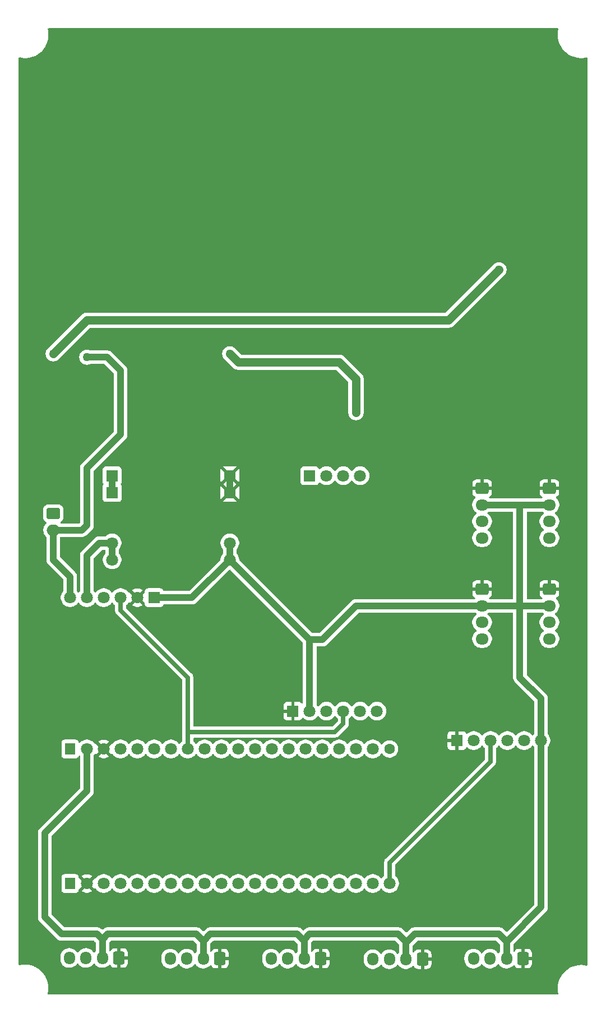
<source format=gbr>
%TF.GenerationSoftware,KiCad,Pcbnew,9.0.4*%
%TF.CreationDate,2025-12-08T11:00:56+07:00*%
%TF.ProjectId,05_sulfurmonitoring_design_v4_no_display,30355f73-756c-4667-9572-6d6f6e69746f,rev?*%
%TF.SameCoordinates,Original*%
%TF.FileFunction,Copper,L2,Bot*%
%TF.FilePolarity,Positive*%
%FSLAX46Y46*%
G04 Gerber Fmt 4.6, Leading zero omitted, Abs format (unit mm)*
G04 Created by KiCad (PCBNEW 9.0.4) date 2025-12-08 11:00:56*
%MOMM*%
%LPD*%
G01*
G04 APERTURE LIST*
G04 Aperture macros list*
%AMRoundRect*
0 Rectangle with rounded corners*
0 $1 Rounding radius*
0 $2 $3 $4 $5 $6 $7 $8 $9 X,Y pos of 4 corners*
0 Add a 4 corners polygon primitive as box body*
4,1,4,$2,$3,$4,$5,$6,$7,$8,$9,$2,$3,0*
0 Add four circle primitives for the rounded corners*
1,1,$1+$1,$2,$3*
1,1,$1+$1,$4,$5*
1,1,$1+$1,$6,$7*
1,1,$1+$1,$8,$9*
0 Add four rect primitives between the rounded corners*
20,1,$1+$1,$2,$3,$4,$5,0*
20,1,$1+$1,$4,$5,$6,$7,0*
20,1,$1+$1,$6,$7,$8,$9,0*
20,1,$1+$1,$8,$9,$2,$3,0*%
G04 Aperture macros list end*
%TA.AperFunction,ComponentPad*%
%ADD10RoundRect,0.250000X0.600000X0.725000X-0.600000X0.725000X-0.600000X-0.725000X0.600000X-0.725000X0*%
%TD*%
%TA.AperFunction,ComponentPad*%
%ADD11O,1.700000X1.950000*%
%TD*%
%TA.AperFunction,ComponentPad*%
%ADD12RoundRect,0.250000X-0.725000X0.600000X-0.725000X-0.600000X0.725000X-0.600000X0.725000X0.600000X0*%
%TD*%
%TA.AperFunction,ComponentPad*%
%ADD13O,1.950000X1.700000*%
%TD*%
%TA.AperFunction,ComponentPad*%
%ADD14R,1.800000X1.800000*%
%TD*%
%TA.AperFunction,ComponentPad*%
%ADD15C,1.800000*%
%TD*%
%TA.AperFunction,ComponentPad*%
%ADD16RoundRect,0.250000X-0.750000X0.600000X-0.750000X-0.600000X0.750000X-0.600000X0.750000X0.600000X0*%
%TD*%
%TA.AperFunction,ComponentPad*%
%ADD17O,2.000000X1.700000*%
%TD*%
%TA.AperFunction,ComponentPad*%
%ADD18R,1.600000X1.800000*%
%TD*%
%TA.AperFunction,ComponentPad*%
%ADD19C,1.600000*%
%TD*%
%TA.AperFunction,ViaPad*%
%ADD20C,1.270000*%
%TD*%
%TA.AperFunction,Conductor*%
%ADD21C,1.016000*%
%TD*%
%TA.AperFunction,Conductor*%
%ADD22C,0.635000*%
%TD*%
%TA.AperFunction,Conductor*%
%ADD23C,1.270000*%
%TD*%
G04 APERTURE END LIST*
D10*
%TO.P,I3,1,GND*%
%TO.N,GND*%
X104020000Y-167640000D03*
D11*
%TO.P,I3,2,VCC*%
%TO.N,+3V3*%
X101520000Y-167640000D03*
%TO.P,I3,3,RX*%
%TO.N,GPS_TX*%
X99020000Y-167640000D03*
%TO.P,I3,4,TX*%
%TO.N,GPS_RX*%
X96520000Y-167640000D03*
%TD*%
D12*
%TO.P,U9,1,GND*%
%TO.N,GND*%
X123190000Y-111760000D03*
D13*
%TO.P,U9,2,VCC*%
%TO.N,+3V3*%
X123190000Y-114260000D03*
%TO.P,U9,3,SDA*%
%TO.N,I2C_SDA*%
X123190000Y-116760000D03*
%TO.P,U9,4,SCL*%
%TO.N,I2C_SCL*%
X123190000Y-119260000D03*
%TD*%
D10*
%TO.P,I2,1,GND*%
%TO.N,GND*%
X119220000Y-167550000D03*
D11*
%TO.P,I2,2,VCC*%
%TO.N,+3V3*%
X116720000Y-167550000D03*
%TO.P,I2,3,RX*%
%TO.N,H2S_TX*%
X114220000Y-167550000D03*
%TO.P,I2,4,TX*%
%TO.N,H2S_RX*%
X111720000Y-167550000D03*
%TD*%
D14*
%TO.P,I6,1,GND*%
%TO.N,GND*%
X84455001Y-130175000D03*
D15*
%TO.P,I6,2,VCC*%
%TO.N,+3V3*%
X86995001Y-130175000D03*
%TO.P,I6,3,SDA*%
%TO.N,I2C_SDA*%
X89535001Y-130175000D03*
%TO.P,I6,4,SCL*%
%TO.N,I2C_SCL*%
X92075001Y-130175000D03*
%TO.P,I6,5,SQW*%
%TO.N,RTC_INT_SQW*%
X94615001Y-130175000D03*
%TO.P,I6,6,32k*%
%TO.N,unconnected-(I6-32k-Pad6)*%
X97155001Y-130175000D03*
D14*
%TO.P,I6,7,SCL*%
%TO.N,unconnected-(I6-SCL-Pad7)*%
X86995000Y-94615000D03*
D15*
%TO.P,I6,8,SDA*%
%TO.N,unconnected-(I6-SDA-Pad8)*%
X89535000Y-94615000D03*
%TO.P,I6,9,VCC*%
%TO.N,unconnected-(I6-VCC-Pad9)*%
X92075000Y-94615000D03*
%TO.P,I6,10,GND*%
%TO.N,unconnected-(I6-GND-Pad10)*%
X94615000Y-94615000D03*
%TD*%
D16*
%TO.P,BAT,1,Pin_1*%
%TO.N,BMS_P-*%
X48260000Y-100330000D03*
D17*
%TO.P,BAT,2,Pin_2*%
%TO.N,BMS_P+*%
X48260000Y-102830000D03*
%TD*%
D18*
%TO.P,U1,1,VEXT*%
%TO.N,unconnected-(U1-VEXT-Pad1)*%
X50800000Y-156210000D03*
D15*
%TO.P,U1,2,GND*%
%TO.N,GND*%
X53340000Y-156210000D03*
%TO.P,U1,3,12*%
%TO.N,unconnected-(U1-12-Pad3)*%
X55880000Y-156210000D03*
%TO.P,U1,4,44*%
%TO.N,unconnected-(U1-44-Pad4)*%
X58420000Y-156210000D03*
%TO.P,U1,5,43*%
%TO.N,unconnected-(U1-43-Pad5)*%
X60960000Y-156210000D03*
%TO.P,U1,6,33*%
%TO.N,ADC_WIND_DIR*%
X63500000Y-156210000D03*
%TO.P,U1,7,34*%
%TO.N,ADC_ANEMOMETER*%
X66040000Y-156210000D03*
%TO.P,U1,8,35*%
%TO.N,unconnected-(U1-35-Pad8)*%
X68580000Y-156210000D03*
%TO.P,U1,9,36*%
%TO.N,unconnected-(U1-36-Pad9)*%
X71120000Y-156210000D03*
%TO.P,U1,10,37*%
%TO.N,unconnected-(U1-37-Pad10)*%
X73660000Y-156210000D03*
%TO.P,U1,11,38*%
%TO.N,unconnected-(U1-38-Pad11)*%
X76200000Y-156210000D03*
%TO.P,U1,12,39*%
%TO.N,SO2_RX*%
X78740000Y-156210000D03*
%TO.P,U1,13,40*%
%TO.N,SO2_TX*%
X81280000Y-156210000D03*
%TO.P,U1,14,41*%
%TO.N,GPS_RX*%
X83820000Y-156210000D03*
%TO.P,U1,15,42*%
%TO.N,GPS_TX*%
X86360000Y-156210000D03*
%TO.P,U1,16,45*%
%TO.N,H2S_RX*%
X88900000Y-156210000D03*
%TO.P,U1,17,46*%
%TO.N,H2S_TX*%
X91440000Y-156210000D03*
%TO.P,U1,18,1*%
%TO.N,unconnected-(U1-1-Pad18)*%
X93980000Y-156210000D03*
%TO.P,U1,19,2*%
%TO.N,unconnected-(U1-2-Pad19)*%
X96520000Y-156210000D03*
%TO.P,U1,20,3*%
%TO.N,SPI_SCK*%
X99060000Y-156210000D03*
D18*
%TO.P,U1,21,VDD_5V*%
%TO.N,unconnected-(U1-VDD_5V-Pad21)*%
X50800000Y-135890000D03*
D15*
%TO.P,U1,22,VDD_3V3*%
%TO.N,+3V3*%
X53340000Y-135890000D03*
%TO.P,U1,23,GND*%
%TO.N,GND*%
X55880000Y-135890000D03*
%TO.P,U1,24,47*%
%TO.N,unconnected-(U1-47-Pad24)*%
X58420000Y-135890000D03*
%TO.P,U1,25,48*%
%TO.N,unconnected-(U1-48-Pad25)*%
X60960000Y-135890000D03*
%TO.P,U1,26,USER_KEY*%
%TO.N,unconnected-(U1-USER_KEY-Pad26)*%
X63500000Y-135890000D03*
%TO.P,U1,27,26*%
%TO.N,unconnected-(U1-26-Pad27)*%
X66040000Y-135890000D03*
%TO.P,U1,28,20*%
%TO.N,I2C_SCL*%
X68580000Y-135890000D03*
%TO.P,U1,29,18*%
%TO.N,unconnected-(U1-18-Pad29)*%
X71120000Y-135890000D03*
%TO.P,U1,30,21*%
%TO.N,I2C_SDA*%
X73660000Y-135890000D03*
%TO.P,U1,31,19*%
%TO.N,RTC_INT_SQW*%
X76200000Y-135890000D03*
%TO.P,U1,32,17*%
%TO.N,unconnected-(U1-17-Pad32)*%
X78740000Y-135890000D03*
%TO.P,U1,33,14*%
%TO.N,unconnected-(U1-14-Pad33)*%
X81280000Y-135890000D03*
%TO.P,U1,34,CHIP_PU*%
%TO.N,unconnected-(U1-CHIP_PU-Pad34)*%
X83820000Y-135890000D03*
%TO.P,U1,35,16*%
%TO.N,unconnected-(U1-16-Pad35)*%
X86360000Y-135890000D03*
%TO.P,U1,36,15*%
%TO.N,unconnected-(U1-15-Pad36)*%
X88900000Y-135890000D03*
%TO.P,U1,37,7*%
%TO.N,unconnected-(U1-7-Pad37)*%
X91440000Y-135890000D03*
%TO.P,U1,38,6*%
%TO.N,SD_CS*%
X93980000Y-135890000D03*
%TO.P,U1,39,5*%
%TO.N,SPI_MISO*%
X96520000Y-135890000D03*
D19*
%TO.P,U1,40,4*%
%TO.N,SPI_MOSI*%
X99060000Y-135890000D03*
%TD*%
D14*
%TO.P,U3,1,GND*%
%TO.N,GND*%
X109220000Y-134620000D03*
D15*
%TO.P,U3,2,MISO*%
%TO.N,SPI_MISO*%
X111760000Y-134620000D03*
%TO.P,U3,3,CLK*%
%TO.N,SPI_SCK*%
X114300000Y-134620000D03*
%TO.P,U3,4,MOSI*%
%TO.N,SPI_MOSI*%
X116840000Y-134620000D03*
%TO.P,U3,5,CS*%
%TO.N,SD_CS*%
X119380000Y-134620000D03*
%TO.P,U3,6,3v3*%
%TO.N,+3V3*%
X121920000Y-134620000D03*
%TD*%
D12*
%TO.P,U7,1,GND*%
%TO.N,GND*%
X113030000Y-96520000D03*
D13*
%TO.P,U7,2,VCC*%
%TO.N,+3V3*%
X113030000Y-99020000D03*
%TO.P,U7,3,SDA*%
%TO.N,I2C_SDA*%
X113030000Y-101520000D03*
%TO.P,U7,4,SCL*%
%TO.N,I2C_SCL*%
X113030000Y-104020000D03*
%TD*%
D12*
%TO.P,U8,1,GND*%
%TO.N,GND*%
X123190000Y-96520000D03*
D13*
%TO.P,U8,2,VCC*%
%TO.N,+3V3*%
X123190000Y-99020000D03*
%TO.P,U8,3,SDA*%
%TO.N,I2C_SDA*%
X123190000Y-101520000D03*
%TO.P,U8,4,SCL*%
%TO.N,I2C_SCL*%
X123190000Y-104020000D03*
%TD*%
D10*
%TO.P,U2,1,GND*%
%TO.N,GND*%
X73420000Y-167550000D03*
D11*
%TO.P,U2,2,VCC*%
%TO.N,+3V3*%
X70920000Y-167550000D03*
%TO.P,U2,3,ADC*%
%TO.N,ADC_ANEMOMETER*%
X68420000Y-167550000D03*
%TO.P,U2,4,NC*%
%TO.N,unconnected-(U2-NC-Pad4)*%
X65920000Y-167550000D03*
%TD*%
D10*
%TO.P,U4,1,GND*%
%TO.N,GND*%
X58180000Y-167460000D03*
D11*
%TO.P,U4,2,VCC*%
%TO.N,+3V3*%
X55680000Y-167460000D03*
%TO.P,U4,3,ADC*%
%TO.N,ADC_WIND_DIR*%
X53180000Y-167460000D03*
%TO.P,U4,4,NC*%
%TO.N,unconnected-(U4-NC-Pad4)*%
X50680000Y-167460000D03*
%TD*%
D10*
%TO.P,I1,1,GND*%
%TO.N,GND*%
X88660000Y-167550000D03*
D11*
%TO.P,I1,2,VCC*%
%TO.N,+3V3*%
X86160000Y-167550000D03*
%TO.P,I1,3,RX*%
%TO.N,SO2_TX*%
X83660000Y-167550000D03*
%TO.P,I1,4,TX*%
%TO.N,SO2_RX*%
X81160000Y-167550000D03*
%TD*%
D15*
%TO.P,U6,1,IN+*%
%TO.N,Net-(I5-VIN-)*%
X57150000Y-104775000D03*
X57150000Y-107315000D03*
D14*
%TO.P,U6,2,IN-*%
%TO.N,BMS_P-*%
X57150000Y-94615000D03*
X57150000Y-97155000D03*
D15*
%TO.P,U6,3,OUT+*%
%TO.N,+3V3*%
X74930000Y-104775000D03*
X74930000Y-107315000D03*
D14*
%TO.P,U6,4,OUT-*%
%TO.N,GND*%
X74930000Y-94615000D03*
X74930000Y-97155000D03*
%TD*%
%TO.P,I5,1,VCC*%
%TO.N,+3V3*%
X63500000Y-113030000D03*
D15*
%TO.P,I5,2,GND*%
%TO.N,GND*%
X60960000Y-113030000D03*
%TO.P,I5,3,SCL*%
%TO.N,I2C_SCL*%
X58420000Y-113030000D03*
%TO.P,I5,4,SDA*%
%TO.N,I2C_SDA*%
X55880000Y-113030000D03*
%TO.P,I5,5,VIN-*%
%TO.N,Net-(I5-VIN-)*%
X53340000Y-113030000D03*
%TO.P,I5,6,VIN+*%
%TO.N,BMS_P+*%
X50800000Y-113030000D03*
%TD*%
D12*
%TO.P,U5,1,GND*%
%TO.N,GND*%
X113030000Y-111760000D03*
D13*
%TO.P,U5,2,VCC*%
%TO.N,+3V3*%
X113030000Y-114260000D03*
%TO.P,U5,3,SDA*%
%TO.N,I2C_SDA*%
X113030000Y-116760000D03*
%TO.P,U5,4,SCL*%
%TO.N,I2C_SCL*%
X113030000Y-119260000D03*
%TD*%
D20*
%TO.N,BMS_P+*%
X53340000Y-76708000D03*
%TO.N,Net-(U10-BM)*%
X48260000Y-76200000D03*
X115570000Y-63500000D03*
%TO.N,Net-(U10-B-)*%
X74930000Y-76200000D03*
X93980000Y-85090000D03*
%TD*%
D21*
%TO.N,+3V3*%
X86160000Y-164900000D02*
X86160000Y-167550000D01*
X86160000Y-164900000D02*
X86160000Y-164665000D01*
X74930000Y-107315000D02*
X69215000Y-113030000D01*
X53340000Y-135890000D02*
X53340000Y-142240000D01*
X55680000Y-167460000D02*
X55680000Y-164665000D01*
X118745000Y-125095000D02*
X121920000Y-128270000D01*
X100330000Y-163830000D02*
X101520000Y-165020000D01*
X70920000Y-164900000D02*
X70920000Y-167550000D01*
X121920000Y-128270000D02*
X121920000Y-134620000D01*
X102870000Y-163830000D02*
X115570000Y-163830000D01*
X113030000Y-114260000D02*
X94020000Y-114260000D01*
X74930000Y-104775000D02*
X74930000Y-107315000D01*
X71990000Y-163830000D02*
X85090000Y-163830000D01*
X69215000Y-113030000D02*
X63500000Y-113030000D01*
X118745000Y-99020000D02*
X118745000Y-114260000D01*
X69850000Y-163830000D02*
X70920000Y-164900000D01*
X85090000Y-163830000D02*
X86160000Y-164900000D01*
X118745000Y-114260000D02*
X118745000Y-125095000D01*
X46990000Y-148590000D02*
X46990000Y-161290000D01*
X55680000Y-164665000D02*
X56515000Y-163830000D01*
X101520000Y-165020000D02*
X101520000Y-167640000D01*
X116720000Y-164980000D02*
X116720000Y-167550000D01*
X101520000Y-165020000D02*
X101680000Y-165020000D01*
X86995001Y-119380001D02*
X74930000Y-107315000D01*
X101680000Y-165020000D02*
X102870000Y-163830000D01*
X118745000Y-114260000D02*
X123190000Y-114260000D01*
X118745000Y-99020000D02*
X123190000Y-99020000D01*
X86160000Y-164665000D02*
X86995000Y-163830000D01*
X46990000Y-161290000D02*
X49530000Y-163830000D01*
X115570000Y-163830000D02*
X116720000Y-164980000D01*
X94020000Y-114260000D02*
X88899999Y-119380001D01*
X49530000Y-163830000D02*
X54845000Y-163830000D01*
X70920000Y-164900000D02*
X71990000Y-163830000D01*
X116840000Y-167430000D02*
X116720000Y-167550000D01*
X56515000Y-163830000D02*
X69850000Y-163830000D01*
X88899999Y-119380001D02*
X86995001Y-119380001D01*
X121920000Y-134620000D02*
X121920000Y-159780000D01*
X86995001Y-130175000D02*
X86995001Y-119380001D01*
X121920000Y-159780000D02*
X116720000Y-164980000D01*
X53340000Y-142240000D02*
X46990000Y-148590000D01*
X86995000Y-163830000D02*
X100330000Y-163830000D01*
X54845000Y-163830000D02*
X55680000Y-164665000D01*
X113030000Y-114260000D02*
X118745000Y-114260000D01*
X113030000Y-99020000D02*
X118745000Y-99020000D01*
%TO.N,GND*%
X74930000Y-94615000D02*
X74930000Y-97155000D01*
D22*
%TO.N,I2C_SCL*%
X68580000Y-133350000D02*
X68580000Y-135890000D01*
X92075001Y-130175000D02*
X92075001Y-132079999D01*
X68580000Y-125095000D02*
X68580000Y-133350000D01*
X90805000Y-133350000D02*
X68580000Y-133350000D01*
X58420000Y-113030000D02*
X58420000Y-114935000D01*
X92075001Y-132079999D02*
X90805000Y-133350000D01*
X58420000Y-114935000D02*
X68580000Y-125095000D01*
D21*
%TO.N,Net-(I5-VIN-)*%
X55245000Y-104775000D02*
X57150000Y-104775000D01*
X53340000Y-106680000D02*
X55245000Y-104775000D01*
X53340000Y-113030000D02*
X53340000Y-106680000D01*
X57150000Y-104775000D02*
X57150000Y-107315000D01*
%TO.N,BMS_P+*%
X48260000Y-107315000D02*
X48260000Y-102830000D01*
X58420000Y-88392000D02*
X58420000Y-78740000D01*
X53340000Y-102108000D02*
X53340000Y-93472000D01*
X52618000Y-102830000D02*
X53340000Y-102108000D01*
X48260000Y-102830000D02*
X52618000Y-102830000D01*
X50800000Y-113030000D02*
X50800000Y-109855000D01*
X58420000Y-78740000D02*
X56388000Y-76708000D01*
X56388000Y-76708000D02*
X53340000Y-76708000D01*
X50800000Y-109855000D02*
X48260000Y-107315000D01*
X53340000Y-93472000D02*
X58420000Y-88392000D01*
D22*
%TO.N,SPI_SCK*%
X114300000Y-137795000D02*
X99060000Y-153035000D01*
X99060000Y-153035000D02*
X99060000Y-156210000D01*
X114300000Y-134620000D02*
X114300000Y-137795000D01*
D21*
%TO.N,BMS_P-*%
X57150000Y-94615000D02*
X57150000Y-97155000D01*
D23*
%TO.N,Net-(U10-BM)*%
X59690000Y-71120000D02*
X53340000Y-71120000D01*
X53340000Y-71120000D02*
X48260000Y-76200000D01*
X115570000Y-63500000D02*
X107950000Y-71120000D01*
X107950000Y-71120000D02*
X59690000Y-71120000D01*
%TO.N,Net-(U10-B-)*%
X91440000Y-77470000D02*
X93980000Y-80010000D01*
X93980000Y-80010000D02*
X93980000Y-85090000D01*
X76200000Y-77470000D02*
X91440000Y-77470000D01*
X74930000Y-76200000D02*
X76200000Y-77470000D01*
%TD*%
%TA.AperFunction,Conductor*%
%TO.N,GND*%
G36*
X111973002Y-115282495D02*
G01*
X111994253Y-115283711D01*
X112015725Y-115295040D01*
X112019622Y-115296185D01*
X112025460Y-115300176D01*
X112071273Y-115333461D01*
X112176182Y-115409682D01*
X112218847Y-115465012D01*
X112224826Y-115534626D01*
X112192220Y-115596420D01*
X112176182Y-115610318D01*
X112107297Y-115660365D01*
X112019996Y-115723794D01*
X112019994Y-115723796D01*
X112019993Y-115723796D01*
X111868796Y-115874993D01*
X111743106Y-116047990D01*
X111646027Y-116238516D01*
X111646026Y-116238519D01*
X111579951Y-116441882D01*
X111546500Y-116653084D01*
X111546500Y-116866915D01*
X111579951Y-117078117D01*
X111646026Y-117281480D01*
X111646027Y-117281483D01*
X111743106Y-117472009D01*
X111868794Y-117645004D01*
X112019996Y-117796206D01*
X112122344Y-117870566D01*
X112176182Y-117909682D01*
X112218847Y-117965012D01*
X112224826Y-118034626D01*
X112192220Y-118096421D01*
X112176182Y-118110318D01*
X112107297Y-118160365D01*
X112019996Y-118223794D01*
X112019994Y-118223796D01*
X112019993Y-118223796D01*
X111868796Y-118374993D01*
X111743106Y-118547990D01*
X111646027Y-118738516D01*
X111646026Y-118738519D01*
X111579951Y-118941882D01*
X111546500Y-119153084D01*
X111546500Y-119366915D01*
X111579951Y-119578117D01*
X111646026Y-119781480D01*
X111646027Y-119781483D01*
X111743106Y-119972009D01*
X111868794Y-120145004D01*
X112019996Y-120296206D01*
X112192991Y-120421894D01*
X112254947Y-120453462D01*
X112383516Y-120518972D01*
X112383519Y-120518973D01*
X112485200Y-120552010D01*
X112586884Y-120585049D01*
X112798084Y-120618500D01*
X112798085Y-120618500D01*
X113261915Y-120618500D01*
X113261916Y-120618500D01*
X113473116Y-120585049D01*
X113676483Y-120518972D01*
X113867009Y-120421894D01*
X114040004Y-120296206D01*
X114191206Y-120145004D01*
X114316894Y-119972009D01*
X114413972Y-119781483D01*
X114480049Y-119578116D01*
X114513500Y-119366916D01*
X114513500Y-119153084D01*
X114480049Y-118941884D01*
X114413972Y-118738517D01*
X114413972Y-118738516D01*
X114316893Y-118547990D01*
X114191206Y-118374996D01*
X114040004Y-118223794D01*
X114040000Y-118223791D01*
X113883818Y-118110318D01*
X113841152Y-118054988D01*
X113835173Y-117985375D01*
X113867779Y-117923580D01*
X113883818Y-117909682D01*
X113934200Y-117873076D01*
X114040004Y-117796206D01*
X114191206Y-117645004D01*
X114316894Y-117472009D01*
X114413972Y-117281483D01*
X114480049Y-117078116D01*
X114513500Y-116866916D01*
X114513500Y-116653084D01*
X114480049Y-116441884D01*
X114413972Y-116238517D01*
X114413972Y-116238516D01*
X114316893Y-116047990D01*
X114191206Y-115874996D01*
X114040004Y-115723794D01*
X114040000Y-115723791D01*
X113883818Y-115610318D01*
X113866641Y-115588043D01*
X113847033Y-115567867D01*
X113845589Y-115560742D01*
X113841152Y-115554988D01*
X113838744Y-115526962D01*
X113833158Y-115499389D01*
X113835794Y-115492616D01*
X113835173Y-115485375D01*
X113848300Y-115460496D01*
X113858507Y-115434280D01*
X113865949Y-115427047D01*
X113867779Y-115423580D01*
X113883818Y-115409682D01*
X114034532Y-115300182D01*
X114100338Y-115276702D01*
X114107417Y-115276500D01*
X117604500Y-115276500D01*
X117671539Y-115296185D01*
X117717294Y-115348989D01*
X117728500Y-115400500D01*
X117728500Y-124994884D01*
X117728500Y-125195116D01*
X117728500Y-125195118D01*
X117728499Y-125195118D01*
X117767562Y-125391496D01*
X117767564Y-125391502D01*
X117844189Y-125576491D01*
X117955434Y-125742983D01*
X117955435Y-125742984D01*
X120867181Y-128654729D01*
X120900666Y-128716052D01*
X120903500Y-128742410D01*
X120903500Y-133593219D01*
X120896999Y-133615356D01*
X120894999Y-133638340D01*
X120886377Y-133651529D01*
X120883815Y-133660258D01*
X120877609Y-133669052D01*
X120872775Y-133675305D01*
X120845657Y-133702424D01*
X120749242Y-133835126D01*
X120748109Y-133836593D01*
X120721251Y-133856058D01*
X120694987Y-133876311D01*
X120693083Y-133876474D01*
X120691536Y-133877596D01*
X120658421Y-133879451D01*
X120625374Y-133882290D01*
X120623683Y-133881398D01*
X120621776Y-133881505D01*
X120592925Y-133865168D01*
X120563579Y-133849684D01*
X120561652Y-133847460D01*
X120560977Y-133847078D01*
X120560445Y-133846067D01*
X120549682Y-133833646D01*
X120524784Y-133799377D01*
X120454343Y-133702424D01*
X120297576Y-133545657D01*
X120118215Y-133415343D01*
X119920680Y-133314693D01*
X119709824Y-133246182D01*
X119490851Y-133211500D01*
X119269149Y-133211500D01*
X119159662Y-133228841D01*
X119050175Y-133246182D01*
X118839319Y-133314693D01*
X118641784Y-133415343D01*
X118555675Y-133477906D01*
X118462424Y-133545657D01*
X118462422Y-133545659D01*
X118462421Y-133545659D01*
X118305658Y-133702422D01*
X118210318Y-133833646D01*
X118154987Y-133876311D01*
X118085374Y-133882290D01*
X118023579Y-133849684D01*
X118009682Y-133833646D01*
X117984784Y-133799377D01*
X117914343Y-133702424D01*
X117757576Y-133545657D01*
X117578215Y-133415343D01*
X117380680Y-133314693D01*
X117169824Y-133246182D01*
X116950851Y-133211500D01*
X116729149Y-133211500D01*
X116619662Y-133228841D01*
X116510175Y-133246182D01*
X116299319Y-133314693D01*
X116101784Y-133415343D01*
X116015675Y-133477906D01*
X115922424Y-133545657D01*
X115922422Y-133545659D01*
X115922421Y-133545659D01*
X115765658Y-133702422D01*
X115670318Y-133833646D01*
X115614987Y-133876311D01*
X115545374Y-133882290D01*
X115483579Y-133849684D01*
X115469682Y-133833646D01*
X115444784Y-133799377D01*
X115374343Y-133702424D01*
X115217576Y-133545657D01*
X115038215Y-133415343D01*
X114840680Y-133314693D01*
X114629824Y-133246182D01*
X114410851Y-133211500D01*
X114189149Y-133211500D01*
X114079662Y-133228841D01*
X113970175Y-133246182D01*
X113759319Y-133314693D01*
X113561784Y-133415343D01*
X113475675Y-133477906D01*
X113382424Y-133545657D01*
X113382422Y-133545659D01*
X113382421Y-133545659D01*
X113225658Y-133702422D01*
X113130318Y-133833646D01*
X113074987Y-133876311D01*
X113005374Y-133882290D01*
X112943579Y-133849684D01*
X112929682Y-133833646D01*
X112904784Y-133799377D01*
X112834343Y-133702424D01*
X112677576Y-133545657D01*
X112498215Y-133415343D01*
X112300680Y-133314693D01*
X112089824Y-133246182D01*
X111870851Y-133211500D01*
X111649149Y-133211500D01*
X111539662Y-133228841D01*
X111430175Y-133246182D01*
X111219319Y-133314693D01*
X111021784Y-133415343D01*
X110935675Y-133477906D01*
X110842424Y-133545657D01*
X110842422Y-133545659D01*
X110842420Y-133545660D01*
X110794002Y-133594078D01*
X110732679Y-133627562D01*
X110662987Y-133622577D01*
X110607054Y-133580705D01*
X110590140Y-133549729D01*
X110563354Y-133477913D01*
X110563350Y-133477906D01*
X110477190Y-133362812D01*
X110477187Y-133362809D01*
X110362093Y-133276649D01*
X110362086Y-133276645D01*
X110227379Y-133226403D01*
X110227372Y-133226401D01*
X110167844Y-133220000D01*
X109470000Y-133220000D01*
X109470000Y-134186988D01*
X109412993Y-134154075D01*
X109285826Y-134120000D01*
X109154174Y-134120000D01*
X109027007Y-134154075D01*
X108970000Y-134186988D01*
X108970000Y-133220000D01*
X108272155Y-133220000D01*
X108212627Y-133226401D01*
X108212620Y-133226403D01*
X108077913Y-133276645D01*
X108077906Y-133276649D01*
X107962812Y-133362809D01*
X107962809Y-133362812D01*
X107876649Y-133477906D01*
X107876645Y-133477913D01*
X107826403Y-133612620D01*
X107826401Y-133612627D01*
X107820000Y-133672155D01*
X107820000Y-134370000D01*
X108786988Y-134370000D01*
X108754075Y-134427007D01*
X108720000Y-134554174D01*
X108720000Y-134685826D01*
X108754075Y-134812993D01*
X108786988Y-134870000D01*
X107820000Y-134870000D01*
X107820000Y-135567844D01*
X107826401Y-135627372D01*
X107826403Y-135627379D01*
X107876645Y-135762086D01*
X107876649Y-135762093D01*
X107962809Y-135877187D01*
X107962812Y-135877190D01*
X108077906Y-135963350D01*
X108077913Y-135963354D01*
X108212620Y-136013596D01*
X108212627Y-136013598D01*
X108272155Y-136019999D01*
X108272172Y-136020000D01*
X108970000Y-136020000D01*
X108970000Y-135053012D01*
X109027007Y-135085925D01*
X109154174Y-135120000D01*
X109285826Y-135120000D01*
X109412993Y-135085925D01*
X109470000Y-135053012D01*
X109470000Y-136020000D01*
X110167828Y-136020000D01*
X110167844Y-136019999D01*
X110227372Y-136013598D01*
X110227379Y-136013596D01*
X110362086Y-135963354D01*
X110362093Y-135963350D01*
X110477187Y-135877190D01*
X110477190Y-135877187D01*
X110563350Y-135762093D01*
X110563354Y-135762086D01*
X110590140Y-135690270D01*
X110632011Y-135634336D01*
X110697475Y-135609919D01*
X110765748Y-135624770D01*
X110794003Y-135645922D01*
X110842424Y-135694343D01*
X111021785Y-135824657D01*
X111115114Y-135872210D01*
X111219319Y-135925306D01*
X111219321Y-135925306D01*
X111219324Y-135925308D01*
X111430176Y-135993818D01*
X111649149Y-136028500D01*
X111649150Y-136028500D01*
X111870850Y-136028500D01*
X111870851Y-136028500D01*
X112089824Y-135993818D01*
X112300676Y-135925308D01*
X112498215Y-135824657D01*
X112677576Y-135694343D01*
X112834343Y-135537576D01*
X112929683Y-135406352D01*
X112985012Y-135363688D01*
X113054626Y-135357709D01*
X113116421Y-135390315D01*
X113130314Y-135406349D01*
X113225657Y-135537576D01*
X113382424Y-135694343D01*
X113422885Y-135723740D01*
X113465551Y-135779068D01*
X113474000Y-135824057D01*
X113474000Y-137401497D01*
X113454315Y-137468536D01*
X113437681Y-137489178D01*
X103126426Y-147800433D01*
X98533458Y-152393401D01*
X98533455Y-152393404D01*
X98475928Y-152450930D01*
X98418402Y-152508456D01*
X98328011Y-152643735D01*
X98328006Y-152643744D01*
X98265742Y-152794064D01*
X98265740Y-152794072D01*
X98234000Y-152953641D01*
X98234000Y-155005941D01*
X98214315Y-155072980D01*
X98182887Y-155106258D01*
X98142424Y-155135656D01*
X97985658Y-155292422D01*
X97890318Y-155423646D01*
X97834987Y-155466311D01*
X97765374Y-155472290D01*
X97703579Y-155439684D01*
X97689682Y-155423646D01*
X97605308Y-155307516D01*
X97594343Y-155292424D01*
X97437576Y-155135657D01*
X97258215Y-155005343D01*
X97060680Y-154904693D01*
X96849824Y-154836182D01*
X96630851Y-154801500D01*
X96409149Y-154801500D01*
X96299662Y-154818841D01*
X96190175Y-154836182D01*
X95979319Y-154904693D01*
X95781784Y-155005343D01*
X95719044Y-155050927D01*
X95602424Y-155135657D01*
X95602422Y-155135659D01*
X95602421Y-155135659D01*
X95445658Y-155292422D01*
X95350318Y-155423646D01*
X95294987Y-155466311D01*
X95225374Y-155472290D01*
X95163579Y-155439684D01*
X95149682Y-155423646D01*
X95065308Y-155307516D01*
X95054343Y-155292424D01*
X94897576Y-155135657D01*
X94718215Y-155005343D01*
X94520680Y-154904693D01*
X94309824Y-154836182D01*
X94090851Y-154801500D01*
X93869149Y-154801500D01*
X93759662Y-154818841D01*
X93650175Y-154836182D01*
X93439319Y-154904693D01*
X93241784Y-155005343D01*
X93179044Y-155050927D01*
X93062424Y-155135657D01*
X93062422Y-155135659D01*
X93062421Y-155135659D01*
X92905658Y-155292422D01*
X92810318Y-155423646D01*
X92754987Y-155466311D01*
X92685374Y-155472290D01*
X92623579Y-155439684D01*
X92609682Y-155423646D01*
X92525308Y-155307516D01*
X92514343Y-155292424D01*
X92357576Y-155135657D01*
X92178215Y-155005343D01*
X91980680Y-154904693D01*
X91769824Y-154836182D01*
X91550851Y-154801500D01*
X91329149Y-154801500D01*
X91219662Y-154818841D01*
X91110175Y-154836182D01*
X90899319Y-154904693D01*
X90701784Y-155005343D01*
X90639044Y-155050927D01*
X90522424Y-155135657D01*
X90522422Y-155135659D01*
X90522421Y-155135659D01*
X90365658Y-155292422D01*
X90270318Y-155423646D01*
X90214987Y-155466311D01*
X90145374Y-155472290D01*
X90083579Y-155439684D01*
X90069682Y-155423646D01*
X89985308Y-155307516D01*
X89974343Y-155292424D01*
X89817576Y-155135657D01*
X89638215Y-155005343D01*
X89440680Y-154904693D01*
X89229824Y-154836182D01*
X89010851Y-154801500D01*
X88789149Y-154801500D01*
X88679662Y-154818841D01*
X88570175Y-154836182D01*
X88359319Y-154904693D01*
X88161784Y-155005343D01*
X88099044Y-155050927D01*
X87982424Y-155135657D01*
X87982422Y-155135659D01*
X87982421Y-155135659D01*
X87825658Y-155292422D01*
X87730318Y-155423646D01*
X87674987Y-155466311D01*
X87605374Y-155472290D01*
X87543579Y-155439684D01*
X87529682Y-155423646D01*
X87445308Y-155307516D01*
X87434343Y-155292424D01*
X87277576Y-155135657D01*
X87098215Y-155005343D01*
X86900680Y-154904693D01*
X86689824Y-154836182D01*
X86470851Y-154801500D01*
X86249149Y-154801500D01*
X86139662Y-154818841D01*
X86030175Y-154836182D01*
X85819319Y-154904693D01*
X85621784Y-155005343D01*
X85559044Y-155050927D01*
X85442424Y-155135657D01*
X85442422Y-155135659D01*
X85442421Y-155135659D01*
X85285658Y-155292422D01*
X85190318Y-155423646D01*
X85134987Y-155466311D01*
X85065374Y-155472290D01*
X85003579Y-155439684D01*
X84989682Y-155423646D01*
X84905308Y-155307516D01*
X84894343Y-155292424D01*
X84737576Y-155135657D01*
X84558215Y-155005343D01*
X84360680Y-154904693D01*
X84149824Y-154836182D01*
X83930851Y-154801500D01*
X83709149Y-154801500D01*
X83599662Y-154818841D01*
X83490175Y-154836182D01*
X83279319Y-154904693D01*
X83081784Y-155005343D01*
X83019044Y-155050927D01*
X82902424Y-155135657D01*
X82902422Y-155135659D01*
X82902421Y-155135659D01*
X82745658Y-155292422D01*
X82650318Y-155423646D01*
X82594987Y-155466311D01*
X82525374Y-155472290D01*
X82463579Y-155439684D01*
X82449682Y-155423646D01*
X82365308Y-155307516D01*
X82354343Y-155292424D01*
X82197576Y-155135657D01*
X82018215Y-155005343D01*
X81820680Y-154904693D01*
X81609824Y-154836182D01*
X81390851Y-154801500D01*
X81169149Y-154801500D01*
X81059662Y-154818841D01*
X80950175Y-154836182D01*
X80739319Y-154904693D01*
X80541784Y-155005343D01*
X80479044Y-155050927D01*
X80362424Y-155135657D01*
X80362422Y-155135659D01*
X80362421Y-155135659D01*
X80205658Y-155292422D01*
X80110318Y-155423646D01*
X80054987Y-155466311D01*
X79985374Y-155472290D01*
X79923579Y-155439684D01*
X79909682Y-155423646D01*
X79825308Y-155307516D01*
X79814343Y-155292424D01*
X79657576Y-155135657D01*
X79478215Y-155005343D01*
X79280680Y-154904693D01*
X79069824Y-154836182D01*
X78850851Y-154801500D01*
X78629149Y-154801500D01*
X78519662Y-154818841D01*
X78410175Y-154836182D01*
X78199319Y-154904693D01*
X78001784Y-155005343D01*
X77939044Y-155050927D01*
X77822424Y-155135657D01*
X77822422Y-155135659D01*
X77822421Y-155135659D01*
X77665658Y-155292422D01*
X77570318Y-155423646D01*
X77514987Y-155466311D01*
X77445374Y-155472290D01*
X77383579Y-155439684D01*
X77369682Y-155423646D01*
X77285308Y-155307516D01*
X77274343Y-155292424D01*
X77117576Y-155135657D01*
X76938215Y-155005343D01*
X76740680Y-154904693D01*
X76529824Y-154836182D01*
X76310851Y-154801500D01*
X76089149Y-154801500D01*
X75979662Y-154818841D01*
X75870175Y-154836182D01*
X75659319Y-154904693D01*
X75461784Y-155005343D01*
X75399044Y-155050927D01*
X75282424Y-155135657D01*
X75282422Y-155135659D01*
X75282421Y-155135659D01*
X75125658Y-155292422D01*
X75030318Y-155423646D01*
X74974987Y-155466311D01*
X74905374Y-155472290D01*
X74843579Y-155439684D01*
X74829682Y-155423646D01*
X74745308Y-155307516D01*
X74734343Y-155292424D01*
X74577576Y-155135657D01*
X74398215Y-155005343D01*
X74200680Y-154904693D01*
X73989824Y-154836182D01*
X73770851Y-154801500D01*
X73549149Y-154801500D01*
X73439662Y-154818841D01*
X73330175Y-154836182D01*
X73119319Y-154904693D01*
X72921784Y-155005343D01*
X72859044Y-155050927D01*
X72742424Y-155135657D01*
X72742422Y-155135659D01*
X72742421Y-155135659D01*
X72585658Y-155292422D01*
X72490318Y-155423646D01*
X72434987Y-155466311D01*
X72365374Y-155472290D01*
X72303579Y-155439684D01*
X72289682Y-155423646D01*
X72205308Y-155307516D01*
X72194343Y-155292424D01*
X72037576Y-155135657D01*
X71858215Y-155005343D01*
X71660680Y-154904693D01*
X71449824Y-154836182D01*
X71230851Y-154801500D01*
X71009149Y-154801500D01*
X70899662Y-154818841D01*
X70790175Y-154836182D01*
X70579319Y-154904693D01*
X70381784Y-155005343D01*
X70319044Y-155050927D01*
X70202424Y-155135657D01*
X70202422Y-155135659D01*
X70202421Y-155135659D01*
X70045658Y-155292422D01*
X69950318Y-155423646D01*
X69894987Y-155466311D01*
X69825374Y-155472290D01*
X69763579Y-155439684D01*
X69749682Y-155423646D01*
X69665308Y-155307516D01*
X69654343Y-155292424D01*
X69497576Y-155135657D01*
X69318215Y-155005343D01*
X69120680Y-154904693D01*
X68909824Y-154836182D01*
X68690851Y-154801500D01*
X68469149Y-154801500D01*
X68359662Y-154818841D01*
X68250175Y-154836182D01*
X68039319Y-154904693D01*
X67841784Y-155005343D01*
X67779044Y-155050927D01*
X67662424Y-155135657D01*
X67662422Y-155135659D01*
X67662421Y-155135659D01*
X67505658Y-155292422D01*
X67410318Y-155423646D01*
X67354987Y-155466311D01*
X67285374Y-155472290D01*
X67223579Y-155439684D01*
X67209682Y-155423646D01*
X67125308Y-155307516D01*
X67114343Y-155292424D01*
X66957576Y-155135657D01*
X66778215Y-155005343D01*
X66580680Y-154904693D01*
X66369824Y-154836182D01*
X66150851Y-154801500D01*
X65929149Y-154801500D01*
X65819662Y-154818841D01*
X65710175Y-154836182D01*
X65499319Y-154904693D01*
X65301784Y-155005343D01*
X65239044Y-155050927D01*
X65122424Y-155135657D01*
X65122422Y-155135659D01*
X65122421Y-155135659D01*
X64965658Y-155292422D01*
X64870318Y-155423646D01*
X64814987Y-155466311D01*
X64745374Y-155472290D01*
X64683579Y-155439684D01*
X64669682Y-155423646D01*
X64585308Y-155307516D01*
X64574343Y-155292424D01*
X64417576Y-155135657D01*
X64238215Y-155005343D01*
X64040680Y-154904693D01*
X63829824Y-154836182D01*
X63610851Y-154801500D01*
X63389149Y-154801500D01*
X63279662Y-154818841D01*
X63170175Y-154836182D01*
X62959319Y-154904693D01*
X62761784Y-155005343D01*
X62699044Y-155050927D01*
X62582424Y-155135657D01*
X62582422Y-155135659D01*
X62582421Y-155135659D01*
X62425658Y-155292422D01*
X62330318Y-155423646D01*
X62274987Y-155466311D01*
X62205374Y-155472290D01*
X62143579Y-155439684D01*
X62129682Y-155423646D01*
X62045308Y-155307516D01*
X62034343Y-155292424D01*
X61877576Y-155135657D01*
X61698215Y-155005343D01*
X61500680Y-154904693D01*
X61289824Y-154836182D01*
X61070851Y-154801500D01*
X60849149Y-154801500D01*
X60739662Y-154818841D01*
X60630175Y-154836182D01*
X60419319Y-154904693D01*
X60221784Y-155005343D01*
X60159044Y-155050927D01*
X60042424Y-155135657D01*
X60042422Y-155135659D01*
X60042421Y-155135659D01*
X59885658Y-155292422D01*
X59790318Y-155423646D01*
X59734987Y-155466311D01*
X59665374Y-155472290D01*
X59603579Y-155439684D01*
X59589682Y-155423646D01*
X59505308Y-155307516D01*
X59494343Y-155292424D01*
X59337576Y-155135657D01*
X59158215Y-155005343D01*
X58960680Y-154904693D01*
X58749824Y-154836182D01*
X58530851Y-154801500D01*
X58309149Y-154801500D01*
X58199662Y-154818841D01*
X58090175Y-154836182D01*
X57879319Y-154904693D01*
X57681784Y-155005343D01*
X57619044Y-155050927D01*
X57502424Y-155135657D01*
X57502422Y-155135659D01*
X57502421Y-155135659D01*
X57345658Y-155292422D01*
X57250318Y-155423646D01*
X57194987Y-155466311D01*
X57125374Y-155472290D01*
X57063579Y-155439684D01*
X57049682Y-155423646D01*
X56965308Y-155307516D01*
X56954343Y-155292424D01*
X56797576Y-155135657D01*
X56618215Y-155005343D01*
X56420680Y-154904693D01*
X56209824Y-154836182D01*
X55990851Y-154801500D01*
X55769149Y-154801500D01*
X55659662Y-154818841D01*
X55550175Y-154836182D01*
X55339319Y-154904693D01*
X55141784Y-155005343D01*
X55079044Y-155050927D01*
X54962424Y-155135657D01*
X54962422Y-155135659D01*
X54962421Y-155135659D01*
X54805658Y-155292422D01*
X54705064Y-155430877D01*
X54649733Y-155473542D01*
X54580120Y-155479521D01*
X54518325Y-155446915D01*
X54504427Y-155430875D01*
X54491066Y-155412485D01*
X54491065Y-155412485D01*
X53822962Y-156080589D01*
X53805925Y-156017007D01*
X53740099Y-155902993D01*
X53647007Y-155809901D01*
X53532993Y-155744075D01*
X53469407Y-155727037D01*
X54137513Y-155058932D01*
X54073756Y-155012611D01*
X53877410Y-154912567D01*
X53667835Y-154844473D01*
X53450181Y-154810000D01*
X53229819Y-154810000D01*
X53012164Y-154844473D01*
X52802589Y-154912567D01*
X52606233Y-155012616D01*
X52542485Y-155058931D01*
X52542485Y-155058932D01*
X53210590Y-155727037D01*
X53147007Y-155744075D01*
X53032993Y-155809901D01*
X52939901Y-155902993D01*
X52874075Y-156017007D01*
X52857037Y-156080590D01*
X52148510Y-155372063D01*
X52150080Y-155370492D01*
X52124087Y-155344860D01*
X52110622Y-155307516D01*
X52108500Y-155296194D01*
X52108500Y-155261362D01*
X52101989Y-155200799D01*
X52050889Y-155063796D01*
X51963261Y-154946739D01*
X51846204Y-154859111D01*
X51709203Y-154808011D01*
X51648654Y-154801500D01*
X51648638Y-154801500D01*
X49951362Y-154801500D01*
X49951345Y-154801500D01*
X49890797Y-154808011D01*
X49890795Y-154808011D01*
X49753795Y-154859111D01*
X49636739Y-154946739D01*
X49549111Y-155063795D01*
X49498011Y-155200795D01*
X49498011Y-155200797D01*
X49491500Y-155261345D01*
X49491500Y-157158654D01*
X49498011Y-157219202D01*
X49498011Y-157219204D01*
X49549111Y-157356204D01*
X49636739Y-157473261D01*
X49753796Y-157560889D01*
X49890799Y-157611989D01*
X49918050Y-157614918D01*
X49951345Y-157618499D01*
X49951362Y-157618500D01*
X51648638Y-157618500D01*
X51648654Y-157618499D01*
X51675692Y-157615591D01*
X51709201Y-157611989D01*
X51846204Y-157560889D01*
X51963261Y-157473261D01*
X52050889Y-157356204D01*
X52101989Y-157219201D01*
X52108500Y-157158638D01*
X52108500Y-157123803D01*
X52110622Y-157112482D01*
X52121457Y-157091196D01*
X52128185Y-157068287D01*
X52137016Y-157060634D01*
X52142320Y-157050217D01*
X52151720Y-157044725D01*
X52857037Y-156339408D01*
X52874075Y-156402993D01*
X52939901Y-156517007D01*
X53032993Y-156610099D01*
X53147007Y-156675925D01*
X53210590Y-156692962D01*
X52542485Y-157361065D01*
X52542485Y-157361066D01*
X52606243Y-157407388D01*
X52802589Y-157507432D01*
X53012164Y-157575526D01*
X53229819Y-157610000D01*
X53450181Y-157610000D01*
X53667835Y-157575526D01*
X53877410Y-157507432D01*
X54073760Y-157407386D01*
X54137513Y-157361066D01*
X54137514Y-157361066D01*
X53469409Y-156692962D01*
X53532993Y-156675925D01*
X53647007Y-156610099D01*
X53740099Y-156517007D01*
X53805925Y-156402993D01*
X53822962Y-156339409D01*
X54491066Y-157007514D01*
X54504427Y-156989124D01*
X54559757Y-156946457D01*
X54629370Y-156940478D01*
X54691165Y-156973083D01*
X54705062Y-156989120D01*
X54805657Y-157127576D01*
X54962424Y-157284343D01*
X55141785Y-157414657D01*
X55235114Y-157462210D01*
X55339319Y-157515306D01*
X55339321Y-157515306D01*
X55339324Y-157515308D01*
X55550176Y-157583818D01*
X55769149Y-157618500D01*
X55769150Y-157618500D01*
X55990850Y-157618500D01*
X55990851Y-157618500D01*
X56209824Y-157583818D01*
X56420676Y-157515308D01*
X56618215Y-157414657D01*
X56797576Y-157284343D01*
X56954343Y-157127576D01*
X57049683Y-156996352D01*
X57105012Y-156953688D01*
X57174626Y-156947709D01*
X57236421Y-156980315D01*
X57250314Y-156996349D01*
X57345657Y-157127576D01*
X57502424Y-157284343D01*
X57681785Y-157414657D01*
X57775114Y-157462210D01*
X57879319Y-157515306D01*
X57879321Y-157515306D01*
X57879324Y-157515308D01*
X58090176Y-157583818D01*
X58309149Y-157618500D01*
X58309150Y-157618500D01*
X58530850Y-157618500D01*
X58530851Y-157618500D01*
X58749824Y-157583818D01*
X58960676Y-157515308D01*
X59158215Y-157414657D01*
X59337576Y-157284343D01*
X59494343Y-157127576D01*
X59589683Y-156996352D01*
X59645012Y-156953688D01*
X59714626Y-156947709D01*
X59776421Y-156980315D01*
X59790314Y-156996349D01*
X59885657Y-157127576D01*
X60042424Y-157284343D01*
X60221785Y-157414657D01*
X60315114Y-157462210D01*
X60419319Y-157515306D01*
X60419321Y-157515306D01*
X60419324Y-157515308D01*
X60630176Y-157583818D01*
X60849149Y-157618500D01*
X60849150Y-157618500D01*
X61070850Y-157618500D01*
X61070851Y-157618500D01*
X61289824Y-157583818D01*
X61500676Y-157515308D01*
X61698215Y-157414657D01*
X61877576Y-157284343D01*
X62034343Y-157127576D01*
X62129683Y-156996352D01*
X62185012Y-156953688D01*
X62254626Y-156947709D01*
X62316421Y-156980315D01*
X62330314Y-156996349D01*
X62425657Y-157127576D01*
X62582424Y-157284343D01*
X62761785Y-157414657D01*
X62855114Y-157462210D01*
X62959319Y-157515306D01*
X62959321Y-157515306D01*
X62959324Y-157515308D01*
X63170176Y-157583818D01*
X63389149Y-157618500D01*
X63389150Y-157618500D01*
X63610850Y-157618500D01*
X63610851Y-157618500D01*
X63829824Y-157583818D01*
X64040676Y-157515308D01*
X64238215Y-157414657D01*
X64417576Y-157284343D01*
X64574343Y-157127576D01*
X64669683Y-156996352D01*
X64725012Y-156953688D01*
X64794626Y-156947709D01*
X64856421Y-156980315D01*
X64870314Y-156996349D01*
X64965657Y-157127576D01*
X65122424Y-157284343D01*
X65301785Y-157414657D01*
X65395114Y-157462210D01*
X65499319Y-157515306D01*
X65499321Y-157515306D01*
X65499324Y-157515308D01*
X65710176Y-157583818D01*
X65929149Y-157618500D01*
X65929150Y-157618500D01*
X66150850Y-157618500D01*
X66150851Y-157618500D01*
X66369824Y-157583818D01*
X66580676Y-157515308D01*
X66778215Y-157414657D01*
X66957576Y-157284343D01*
X67114343Y-157127576D01*
X67209683Y-156996352D01*
X67265012Y-156953688D01*
X67334626Y-156947709D01*
X67396421Y-156980315D01*
X67410314Y-156996349D01*
X67505657Y-157127576D01*
X67662424Y-157284343D01*
X67841785Y-157414657D01*
X67935114Y-157462210D01*
X68039319Y-157515306D01*
X68039321Y-157515306D01*
X68039324Y-157515308D01*
X68250176Y-157583818D01*
X68469149Y-157618500D01*
X68469150Y-157618500D01*
X68690850Y-157618500D01*
X68690851Y-157618500D01*
X68909824Y-157583818D01*
X69120676Y-157515308D01*
X69318215Y-157414657D01*
X69497576Y-157284343D01*
X69654343Y-157127576D01*
X69749683Y-156996352D01*
X69805012Y-156953688D01*
X69874626Y-156947709D01*
X69936421Y-156980315D01*
X69950314Y-156996349D01*
X70045657Y-157127576D01*
X70202424Y-157284343D01*
X70381785Y-157414657D01*
X70475114Y-157462210D01*
X70579319Y-157515306D01*
X70579321Y-157515306D01*
X70579324Y-157515308D01*
X70790176Y-157583818D01*
X71009149Y-157618500D01*
X71009150Y-157618500D01*
X71230850Y-157618500D01*
X71230851Y-157618500D01*
X71449824Y-157583818D01*
X71660676Y-157515308D01*
X71858215Y-157414657D01*
X72037576Y-157284343D01*
X72194343Y-157127576D01*
X72289683Y-156996352D01*
X72345012Y-156953688D01*
X72414626Y-156947709D01*
X72476421Y-156980315D01*
X72490314Y-156996349D01*
X72585657Y-157127576D01*
X72742424Y-157284343D01*
X72921785Y-157414657D01*
X73015114Y-157462210D01*
X73119319Y-157515306D01*
X73119321Y-157515306D01*
X73119324Y-157515308D01*
X73330176Y-157583818D01*
X73549149Y-157618500D01*
X73549150Y-157618500D01*
X73770850Y-157618500D01*
X73770851Y-157618500D01*
X73989824Y-157583818D01*
X74200676Y-157515308D01*
X74398215Y-157414657D01*
X74577576Y-157284343D01*
X74734343Y-157127576D01*
X74829683Y-156996352D01*
X74885012Y-156953688D01*
X74954626Y-156947709D01*
X75016421Y-156980315D01*
X75030314Y-156996349D01*
X75125657Y-157127576D01*
X75282424Y-157284343D01*
X75461785Y-157414657D01*
X75555114Y-157462210D01*
X75659319Y-157515306D01*
X75659321Y-157515306D01*
X75659324Y-157515308D01*
X75870176Y-157583818D01*
X76089149Y-157618500D01*
X76089150Y-157618500D01*
X76310850Y-157618500D01*
X76310851Y-157618500D01*
X76529824Y-157583818D01*
X76740676Y-157515308D01*
X76938215Y-157414657D01*
X77117576Y-157284343D01*
X77274343Y-157127576D01*
X77369683Y-156996352D01*
X77425012Y-156953688D01*
X77494626Y-156947709D01*
X77556421Y-156980315D01*
X77570314Y-156996349D01*
X77665657Y-157127576D01*
X77822424Y-157284343D01*
X78001785Y-157414657D01*
X78095114Y-157462210D01*
X78199319Y-157515306D01*
X78199321Y-157515306D01*
X78199324Y-157515308D01*
X78410176Y-157583818D01*
X78629149Y-157618500D01*
X78629150Y-157618500D01*
X78850850Y-157618500D01*
X78850851Y-157618500D01*
X79069824Y-157583818D01*
X79280676Y-157515308D01*
X79478215Y-157414657D01*
X79657576Y-157284343D01*
X79814343Y-157127576D01*
X79909683Y-156996352D01*
X79965012Y-156953688D01*
X80034626Y-156947709D01*
X80096421Y-156980315D01*
X80110314Y-156996349D01*
X80205657Y-157127576D01*
X80362424Y-157284343D01*
X80541785Y-157414657D01*
X80635114Y-157462210D01*
X80739319Y-157515306D01*
X80739321Y-157515306D01*
X80739324Y-157515308D01*
X80950176Y-157583818D01*
X81169149Y-157618500D01*
X81169150Y-157618500D01*
X81390850Y-157618500D01*
X81390851Y-157618500D01*
X81609824Y-157583818D01*
X81820676Y-157515308D01*
X82018215Y-157414657D01*
X82197576Y-157284343D01*
X82354343Y-157127576D01*
X82449683Y-156996352D01*
X82505012Y-156953688D01*
X82574626Y-156947709D01*
X82636421Y-156980315D01*
X82650314Y-156996349D01*
X82745657Y-157127576D01*
X82902424Y-157284343D01*
X83081785Y-157414657D01*
X83175114Y-157462210D01*
X83279319Y-157515306D01*
X83279321Y-157515306D01*
X83279324Y-157515308D01*
X83490176Y-157583818D01*
X83709149Y-157618500D01*
X83709150Y-157618500D01*
X83930850Y-157618500D01*
X83930851Y-157618500D01*
X84149824Y-157583818D01*
X84360676Y-157515308D01*
X84558215Y-157414657D01*
X84737576Y-157284343D01*
X84894343Y-157127576D01*
X84989683Y-156996352D01*
X85045012Y-156953688D01*
X85114626Y-156947709D01*
X85176421Y-156980315D01*
X85190314Y-156996349D01*
X85285657Y-157127576D01*
X85442424Y-157284343D01*
X85621785Y-157414657D01*
X85715114Y-157462210D01*
X85819319Y-157515306D01*
X85819321Y-157515306D01*
X85819324Y-157515308D01*
X86030176Y-157583818D01*
X86249149Y-157618500D01*
X86249150Y-157618500D01*
X86470850Y-157618500D01*
X86470851Y-157618500D01*
X86689824Y-157583818D01*
X86900676Y-157515308D01*
X87098215Y-157414657D01*
X87277576Y-157284343D01*
X87434343Y-157127576D01*
X87529683Y-156996352D01*
X87585012Y-156953688D01*
X87654626Y-156947709D01*
X87716421Y-156980315D01*
X87730314Y-156996349D01*
X87825657Y-157127576D01*
X87982424Y-157284343D01*
X88161785Y-157414657D01*
X88255114Y-157462210D01*
X88359319Y-157515306D01*
X88359321Y-157515306D01*
X88359324Y-157515308D01*
X88570176Y-157583818D01*
X88789149Y-157618500D01*
X88789150Y-157618500D01*
X89010850Y-157618500D01*
X89010851Y-157618500D01*
X89229824Y-157583818D01*
X89440676Y-157515308D01*
X89638215Y-157414657D01*
X89817576Y-157284343D01*
X89974343Y-157127576D01*
X90069683Y-156996352D01*
X90125012Y-156953688D01*
X90194626Y-156947709D01*
X90256421Y-156980315D01*
X90270314Y-156996349D01*
X90365657Y-157127576D01*
X90522424Y-157284343D01*
X90701785Y-157414657D01*
X90795114Y-157462210D01*
X90899319Y-157515306D01*
X90899321Y-157515306D01*
X90899324Y-157515308D01*
X91110176Y-157583818D01*
X91329149Y-157618500D01*
X91329150Y-157618500D01*
X91550850Y-157618500D01*
X91550851Y-157618500D01*
X91769824Y-157583818D01*
X91980676Y-157515308D01*
X92178215Y-157414657D01*
X92357576Y-157284343D01*
X92514343Y-157127576D01*
X92609683Y-156996352D01*
X92665012Y-156953688D01*
X92734626Y-156947709D01*
X92796421Y-156980315D01*
X92810314Y-156996349D01*
X92905657Y-157127576D01*
X93062424Y-157284343D01*
X93241785Y-157414657D01*
X93335114Y-157462210D01*
X93439319Y-157515306D01*
X93439321Y-157515306D01*
X93439324Y-157515308D01*
X93650176Y-157583818D01*
X93869149Y-157618500D01*
X93869150Y-157618500D01*
X94090850Y-157618500D01*
X94090851Y-157618500D01*
X94309824Y-157583818D01*
X94520676Y-157515308D01*
X94718215Y-157414657D01*
X94897576Y-157284343D01*
X95054343Y-157127576D01*
X95149683Y-156996352D01*
X95205012Y-156953688D01*
X95274626Y-156947709D01*
X95336421Y-156980315D01*
X95350314Y-156996349D01*
X95445657Y-157127576D01*
X95602424Y-157284343D01*
X95781785Y-157414657D01*
X95875114Y-157462210D01*
X95979319Y-157515306D01*
X95979321Y-157515306D01*
X95979324Y-157515308D01*
X96190176Y-157583818D01*
X96409149Y-157618500D01*
X96409150Y-157618500D01*
X96630850Y-157618500D01*
X96630851Y-157618500D01*
X96849824Y-157583818D01*
X97060676Y-157515308D01*
X97258215Y-157414657D01*
X97437576Y-157284343D01*
X97594343Y-157127576D01*
X97689683Y-156996352D01*
X97745012Y-156953688D01*
X97814626Y-156947709D01*
X97876421Y-156980315D01*
X97890314Y-156996349D01*
X97985657Y-157127576D01*
X98142424Y-157284343D01*
X98321785Y-157414657D01*
X98415114Y-157462210D01*
X98519319Y-157515306D01*
X98519321Y-157515306D01*
X98519324Y-157515308D01*
X98730176Y-157583818D01*
X98949149Y-157618500D01*
X98949150Y-157618500D01*
X99170850Y-157618500D01*
X99170851Y-157618500D01*
X99389824Y-157583818D01*
X99600676Y-157515308D01*
X99798215Y-157414657D01*
X99977576Y-157284343D01*
X100134343Y-157127576D01*
X100264657Y-156948215D01*
X100365308Y-156750676D01*
X100433818Y-156539824D01*
X100468500Y-156320851D01*
X100468500Y-156099149D01*
X100433818Y-155880176D01*
X100365308Y-155669324D01*
X100365306Y-155669321D01*
X100365306Y-155669319D01*
X100312210Y-155565114D01*
X100264657Y-155471785D01*
X100134343Y-155292424D01*
X99977576Y-155135657D01*
X99977575Y-155135656D01*
X99937113Y-155106258D01*
X99894448Y-155050927D01*
X99886000Y-155005941D01*
X99886000Y-153428501D01*
X99905685Y-153361462D01*
X99922314Y-153340825D01*
X114826541Y-138436598D01*
X114826545Y-138436596D01*
X114941596Y-138321545D01*
X115031992Y-138186258D01*
X115094258Y-138035935D01*
X115126001Y-137876353D01*
X115126001Y-137713646D01*
X115126001Y-137708536D01*
X115126000Y-137708510D01*
X115126000Y-135824057D01*
X115145685Y-135757018D01*
X115177113Y-135723741D01*
X115217576Y-135694343D01*
X115374343Y-135537576D01*
X115469683Y-135406352D01*
X115525012Y-135363688D01*
X115594626Y-135357709D01*
X115656421Y-135390315D01*
X115670314Y-135406349D01*
X115765657Y-135537576D01*
X115922424Y-135694343D01*
X116101785Y-135824657D01*
X116195114Y-135872210D01*
X116299319Y-135925306D01*
X116299321Y-135925306D01*
X116299324Y-135925308D01*
X116510176Y-135993818D01*
X116729149Y-136028500D01*
X116729150Y-136028500D01*
X116950850Y-136028500D01*
X116950851Y-136028500D01*
X117169824Y-135993818D01*
X117380676Y-135925308D01*
X117578215Y-135824657D01*
X117757576Y-135694343D01*
X117914343Y-135537576D01*
X118009683Y-135406352D01*
X118065012Y-135363688D01*
X118134626Y-135357709D01*
X118196421Y-135390315D01*
X118210314Y-135406349D01*
X118305657Y-135537576D01*
X118462424Y-135694343D01*
X118641785Y-135824657D01*
X118735114Y-135872210D01*
X118839319Y-135925306D01*
X118839321Y-135925306D01*
X118839324Y-135925308D01*
X119050176Y-135993818D01*
X119269149Y-136028500D01*
X119269150Y-136028500D01*
X119490850Y-136028500D01*
X119490851Y-136028500D01*
X119709824Y-135993818D01*
X119920676Y-135925308D01*
X120118215Y-135824657D01*
X120297576Y-135694343D01*
X120454343Y-135537576D01*
X120549683Y-135406352D01*
X120570555Y-135390257D01*
X120588902Y-135371336D01*
X120597787Y-135369259D01*
X120605012Y-135363688D01*
X120631268Y-135361432D01*
X120656937Y-135355433D01*
X120665535Y-135358489D01*
X120674626Y-135357709D01*
X120697937Y-135370009D01*
X120722771Y-135378838D01*
X120731842Y-135387899D01*
X120736421Y-135390315D01*
X120748109Y-135403406D01*
X120749230Y-135404857D01*
X120845657Y-135537576D01*
X120872775Y-135564694D01*
X120877609Y-135570948D01*
X120887561Y-135596423D01*
X120900666Y-135620423D01*
X120902082Y-135633594D01*
X120903033Y-135636028D01*
X120902583Y-135638258D01*
X120903500Y-135646781D01*
X120903500Y-159307590D01*
X120883815Y-159374629D01*
X120867181Y-159395271D01*
X116807681Y-163454770D01*
X116746358Y-163488255D01*
X116676666Y-163483271D01*
X116632319Y-163454770D01*
X116217983Y-163040434D01*
X116134737Y-162984811D01*
X116051493Y-162929190D01*
X115866502Y-162852564D01*
X115866496Y-162852562D01*
X115670118Y-162813500D01*
X115670116Y-162813500D01*
X102970116Y-162813500D01*
X102769883Y-162813500D01*
X102769881Y-162813500D01*
X102573503Y-162852562D01*
X102573497Y-162852564D01*
X102388508Y-162929189D01*
X102222016Y-163040434D01*
X102222015Y-163040435D01*
X101687681Y-163574770D01*
X101626358Y-163608255D01*
X101556666Y-163603271D01*
X101512319Y-163574770D01*
X100977983Y-163040434D01*
X100894737Y-162984811D01*
X100811493Y-162929190D01*
X100626502Y-162852564D01*
X100626496Y-162852562D01*
X100430118Y-162813500D01*
X100430116Y-162813500D01*
X87095116Y-162813500D01*
X86894883Y-162813500D01*
X86894881Y-162813500D01*
X86698503Y-162852562D01*
X86698497Y-162852564D01*
X86513508Y-162929189D01*
X86347016Y-163040434D01*
X86130180Y-163257270D01*
X86068857Y-163290755D01*
X85999165Y-163285771D01*
X85954818Y-163257270D01*
X85737984Y-163040435D01*
X85737983Y-163040434D01*
X85654737Y-162984811D01*
X85571493Y-162929190D01*
X85386502Y-162852564D01*
X85386496Y-162852562D01*
X85190118Y-162813500D01*
X85190116Y-162813500D01*
X72090117Y-162813500D01*
X71889884Y-162813500D01*
X71889882Y-162813500D01*
X71693504Y-162852562D01*
X71693496Y-162852564D01*
X71508513Y-162929185D01*
X71508500Y-162929192D01*
X71342019Y-163040432D01*
X71342015Y-163040435D01*
X71007681Y-163374770D01*
X70946358Y-163408255D01*
X70876666Y-163403271D01*
X70832319Y-163374770D01*
X70497983Y-163040434D01*
X70414737Y-162984811D01*
X70331493Y-162929190D01*
X70146502Y-162852564D01*
X70146496Y-162852562D01*
X69950118Y-162813500D01*
X69950116Y-162813500D01*
X56615116Y-162813500D01*
X56414883Y-162813500D01*
X56414881Y-162813500D01*
X56218503Y-162852562D01*
X56218497Y-162852564D01*
X56033508Y-162929189D01*
X56033507Y-162929190D01*
X55867018Y-163040433D01*
X55767678Y-163139771D01*
X55706357Y-163173255D01*
X55636665Y-163168271D01*
X55592319Y-163139771D01*
X55492981Y-163040433D01*
X55326493Y-162929190D01*
X55141502Y-162852564D01*
X55141496Y-162852562D01*
X54945118Y-162813500D01*
X54945116Y-162813500D01*
X50002410Y-162813500D01*
X49935371Y-162793815D01*
X49914729Y-162777181D01*
X48042819Y-160905271D01*
X48009334Y-160843948D01*
X48006500Y-160817590D01*
X48006500Y-149062410D01*
X48026185Y-148995371D01*
X48042819Y-148974729D01*
X54129565Y-142887983D01*
X54129567Y-142887981D01*
X54240810Y-142721493D01*
X54317436Y-142536502D01*
X54356500Y-142340117D01*
X54356500Y-142139884D01*
X54356500Y-136916781D01*
X54376185Y-136849742D01*
X54392819Y-136829100D01*
X54414343Y-136807576D01*
X54514936Y-136669122D01*
X54570265Y-136626457D01*
X54639878Y-136620478D01*
X54701673Y-136653084D01*
X54715572Y-136669124D01*
X54728932Y-136687513D01*
X55397037Y-136019408D01*
X55414075Y-136082993D01*
X55479901Y-136197007D01*
X55572993Y-136290099D01*
X55687007Y-136355925D01*
X55750590Y-136372962D01*
X55082485Y-137041065D01*
X55082485Y-137041066D01*
X55146243Y-137087388D01*
X55342589Y-137187432D01*
X55552164Y-137255526D01*
X55769819Y-137290000D01*
X55990181Y-137290000D01*
X56207835Y-137255526D01*
X56417410Y-137187432D01*
X56613760Y-137087386D01*
X56677513Y-137041066D01*
X56677514Y-137041066D01*
X56009409Y-136372962D01*
X56072993Y-136355925D01*
X56187007Y-136290099D01*
X56280099Y-136197007D01*
X56345925Y-136082993D01*
X56362962Y-136019410D01*
X57031066Y-136687514D01*
X57044427Y-136669124D01*
X57099757Y-136626457D01*
X57169370Y-136620478D01*
X57231165Y-136653083D01*
X57245062Y-136669120D01*
X57345657Y-136807576D01*
X57502424Y-136964343D01*
X57681785Y-137094657D01*
X57775114Y-137142210D01*
X57879319Y-137195306D01*
X57879321Y-137195306D01*
X57879324Y-137195308D01*
X58090176Y-137263818D01*
X58309149Y-137298500D01*
X58309150Y-137298500D01*
X58530850Y-137298500D01*
X58530851Y-137298500D01*
X58749824Y-137263818D01*
X58960676Y-137195308D01*
X59158215Y-137094657D01*
X59337576Y-136964343D01*
X59494343Y-136807576D01*
X59589683Y-136676352D01*
X59645012Y-136633688D01*
X59714626Y-136627709D01*
X59776421Y-136660315D01*
X59790314Y-136676349D01*
X59885657Y-136807576D01*
X60042424Y-136964343D01*
X60221785Y-137094657D01*
X60315114Y-137142210D01*
X60419319Y-137195306D01*
X60419321Y-137195306D01*
X60419324Y-137195308D01*
X60630176Y-137263818D01*
X60849149Y-137298500D01*
X60849150Y-137298500D01*
X61070850Y-137298500D01*
X61070851Y-137298500D01*
X61289824Y-137263818D01*
X61500676Y-137195308D01*
X61698215Y-137094657D01*
X61877576Y-136964343D01*
X62034343Y-136807576D01*
X62129683Y-136676352D01*
X62185012Y-136633688D01*
X62254626Y-136627709D01*
X62316421Y-136660315D01*
X62330314Y-136676349D01*
X62425657Y-136807576D01*
X62582424Y-136964343D01*
X62761785Y-137094657D01*
X62855114Y-137142210D01*
X62959319Y-137195306D01*
X62959321Y-137195306D01*
X62959324Y-137195308D01*
X63170176Y-137263818D01*
X63389149Y-137298500D01*
X63389150Y-137298500D01*
X63610850Y-137298500D01*
X63610851Y-137298500D01*
X63829824Y-137263818D01*
X64040676Y-137195308D01*
X64238215Y-137094657D01*
X64417576Y-136964343D01*
X64574343Y-136807576D01*
X64669683Y-136676352D01*
X64725012Y-136633688D01*
X64794626Y-136627709D01*
X64856421Y-136660315D01*
X64870314Y-136676349D01*
X64965657Y-136807576D01*
X65122424Y-136964343D01*
X65301785Y-137094657D01*
X65395114Y-137142210D01*
X65499319Y-137195306D01*
X65499321Y-137195306D01*
X65499324Y-137195308D01*
X65710176Y-137263818D01*
X65929149Y-137298500D01*
X65929150Y-137298500D01*
X66150850Y-137298500D01*
X66150851Y-137298500D01*
X66369824Y-137263818D01*
X66580676Y-137195308D01*
X66778215Y-137094657D01*
X66957576Y-136964343D01*
X67114343Y-136807576D01*
X67209683Y-136676352D01*
X67265012Y-136633688D01*
X67334626Y-136627709D01*
X67396421Y-136660315D01*
X67410314Y-136676349D01*
X67505657Y-136807576D01*
X67662424Y-136964343D01*
X67841785Y-137094657D01*
X67935114Y-137142210D01*
X68039319Y-137195306D01*
X68039321Y-137195306D01*
X68039324Y-137195308D01*
X68250176Y-137263818D01*
X68469149Y-137298500D01*
X68469150Y-137298500D01*
X68690850Y-137298500D01*
X68690851Y-137298500D01*
X68909824Y-137263818D01*
X69120676Y-137195308D01*
X69318215Y-137094657D01*
X69497576Y-136964343D01*
X69654343Y-136807576D01*
X69749683Y-136676352D01*
X69805012Y-136633688D01*
X69874626Y-136627709D01*
X69936421Y-136660315D01*
X69950314Y-136676349D01*
X70045657Y-136807576D01*
X70202424Y-136964343D01*
X70381785Y-137094657D01*
X70475114Y-137142210D01*
X70579319Y-137195306D01*
X70579321Y-137195306D01*
X70579324Y-137195308D01*
X70790176Y-137263818D01*
X71009149Y-137298500D01*
X71009150Y-137298500D01*
X71230850Y-137298500D01*
X71230851Y-137298500D01*
X71449824Y-137263818D01*
X71660676Y-137195308D01*
X71858215Y-137094657D01*
X72037576Y-136964343D01*
X72194343Y-136807576D01*
X72289683Y-136676352D01*
X72345012Y-136633688D01*
X72414626Y-136627709D01*
X72476421Y-136660315D01*
X72490314Y-136676349D01*
X72585657Y-136807576D01*
X72742424Y-136964343D01*
X72921785Y-137094657D01*
X73015114Y-137142210D01*
X73119319Y-137195306D01*
X73119321Y-137195306D01*
X73119324Y-137195308D01*
X73330176Y-137263818D01*
X73549149Y-137298500D01*
X73549150Y-137298500D01*
X73770850Y-137298500D01*
X73770851Y-137298500D01*
X73989824Y-137263818D01*
X74200676Y-137195308D01*
X74398215Y-137094657D01*
X74577576Y-136964343D01*
X74734343Y-136807576D01*
X74829683Y-136676352D01*
X74885012Y-136633688D01*
X74954626Y-136627709D01*
X75016421Y-136660315D01*
X75030314Y-136676349D01*
X75125657Y-136807576D01*
X75282424Y-136964343D01*
X75461785Y-137094657D01*
X75555114Y-137142210D01*
X75659319Y-137195306D01*
X75659321Y-137195306D01*
X75659324Y-137195308D01*
X75870176Y-137263818D01*
X76089149Y-137298500D01*
X76089150Y-137298500D01*
X76310850Y-137298500D01*
X76310851Y-137298500D01*
X76529824Y-137263818D01*
X76740676Y-137195308D01*
X76938215Y-137094657D01*
X77117576Y-136964343D01*
X77274343Y-136807576D01*
X77369683Y-136676352D01*
X77425012Y-136633688D01*
X77494626Y-136627709D01*
X77556421Y-136660315D01*
X77570314Y-136676349D01*
X77665657Y-136807576D01*
X77822424Y-136964343D01*
X78001785Y-137094657D01*
X78095114Y-137142210D01*
X78199319Y-137195306D01*
X78199321Y-137195306D01*
X78199324Y-137195308D01*
X78410176Y-137263818D01*
X78629149Y-137298500D01*
X78629150Y-137298500D01*
X78850850Y-137298500D01*
X78850851Y-137298500D01*
X79069824Y-137263818D01*
X79280676Y-137195308D01*
X79478215Y-137094657D01*
X79657576Y-136964343D01*
X79814343Y-136807576D01*
X79909683Y-136676352D01*
X79965012Y-136633688D01*
X80034626Y-136627709D01*
X80096421Y-136660315D01*
X80110314Y-136676349D01*
X80205657Y-136807576D01*
X80362424Y-136964343D01*
X80541785Y-137094657D01*
X80635114Y-137142210D01*
X80739319Y-137195306D01*
X80739321Y-137195306D01*
X80739324Y-137195308D01*
X80950176Y-137263818D01*
X81169149Y-137298500D01*
X81169150Y-137298500D01*
X81390850Y-137298500D01*
X81390851Y-137298500D01*
X81609824Y-137263818D01*
X81820676Y-137195308D01*
X82018215Y-137094657D01*
X82197576Y-136964343D01*
X82354343Y-136807576D01*
X82449683Y-136676352D01*
X82505012Y-136633688D01*
X82574626Y-136627709D01*
X82636421Y-136660315D01*
X82650314Y-136676349D01*
X82745657Y-136807576D01*
X82902424Y-136964343D01*
X83081785Y-137094657D01*
X83175114Y-137142210D01*
X83279319Y-137195306D01*
X83279321Y-137195306D01*
X83279324Y-137195308D01*
X83490176Y-137263818D01*
X83709149Y-137298500D01*
X83709150Y-137298500D01*
X83930850Y-137298500D01*
X83930851Y-137298500D01*
X84149824Y-137263818D01*
X84360676Y-137195308D01*
X84558215Y-137094657D01*
X84737576Y-136964343D01*
X84894343Y-136807576D01*
X84989683Y-136676352D01*
X85045012Y-136633688D01*
X85114626Y-136627709D01*
X85176421Y-136660315D01*
X85190314Y-136676349D01*
X85285657Y-136807576D01*
X85442424Y-136964343D01*
X85621785Y-137094657D01*
X85715114Y-137142210D01*
X85819319Y-137195306D01*
X85819321Y-137195306D01*
X85819324Y-137195308D01*
X86030176Y-137263818D01*
X86249149Y-137298500D01*
X86249150Y-137298500D01*
X86470850Y-137298500D01*
X86470851Y-137298500D01*
X86689824Y-137263818D01*
X86900676Y-137195308D01*
X87098215Y-137094657D01*
X87277576Y-136964343D01*
X87434343Y-136807576D01*
X87529683Y-136676352D01*
X87585012Y-136633688D01*
X87654626Y-136627709D01*
X87716421Y-136660315D01*
X87730314Y-136676349D01*
X87825657Y-136807576D01*
X87982424Y-136964343D01*
X88161785Y-137094657D01*
X88255114Y-137142210D01*
X88359319Y-137195306D01*
X88359321Y-137195306D01*
X88359324Y-137195308D01*
X88570176Y-137263818D01*
X88789149Y-137298500D01*
X88789150Y-137298500D01*
X89010850Y-137298500D01*
X89010851Y-137298500D01*
X89229824Y-137263818D01*
X89440676Y-137195308D01*
X89638215Y-137094657D01*
X89817576Y-136964343D01*
X89974343Y-136807576D01*
X90069683Y-136676352D01*
X90125012Y-136633688D01*
X90194626Y-136627709D01*
X90256421Y-136660315D01*
X90270314Y-136676349D01*
X90365657Y-136807576D01*
X90522424Y-136964343D01*
X90701785Y-137094657D01*
X90795114Y-137142210D01*
X90899319Y-137195306D01*
X90899321Y-137195306D01*
X90899324Y-137195308D01*
X91110176Y-137263818D01*
X91329149Y-137298500D01*
X91329150Y-137298500D01*
X91550850Y-137298500D01*
X91550851Y-137298500D01*
X91769824Y-137263818D01*
X91980676Y-137195308D01*
X92178215Y-137094657D01*
X92357576Y-136964343D01*
X92514343Y-136807576D01*
X92609683Y-136676352D01*
X92665012Y-136633688D01*
X92734626Y-136627709D01*
X92796421Y-136660315D01*
X92810314Y-136676349D01*
X92905657Y-136807576D01*
X93062424Y-136964343D01*
X93241785Y-137094657D01*
X93335114Y-137142210D01*
X93439319Y-137195306D01*
X93439321Y-137195306D01*
X93439324Y-137195308D01*
X93650176Y-137263818D01*
X93869149Y-137298500D01*
X93869150Y-137298500D01*
X94090850Y-137298500D01*
X94090851Y-137298500D01*
X94309824Y-137263818D01*
X94520676Y-137195308D01*
X94718215Y-137094657D01*
X94897576Y-136964343D01*
X95054343Y-136807576D01*
X95149683Y-136676352D01*
X95205012Y-136633688D01*
X95274626Y-136627709D01*
X95336421Y-136660315D01*
X95350314Y-136676349D01*
X95445657Y-136807576D01*
X95602424Y-136964343D01*
X95781785Y-137094657D01*
X95875114Y-137142210D01*
X95979319Y-137195306D01*
X95979321Y-137195306D01*
X95979324Y-137195308D01*
X96190176Y-137263818D01*
X96409149Y-137298500D01*
X96409150Y-137298500D01*
X96630850Y-137298500D01*
X96630851Y-137298500D01*
X96849824Y-137263818D01*
X97060676Y-137195308D01*
X97258215Y-137094657D01*
X97437576Y-136964343D01*
X97594343Y-136807576D01*
X97724657Y-136628215D01*
X97737615Y-136602782D01*
X97785588Y-136551987D01*
X97853409Y-136535191D01*
X97919544Y-136557727D01*
X97948418Y-136586192D01*
X98061926Y-136742423D01*
X98061930Y-136742428D01*
X98207571Y-136888069D01*
X98207576Y-136888073D01*
X98222897Y-136899204D01*
X98374197Y-137009129D01*
X98436875Y-137041065D01*
X98557705Y-137102632D01*
X98557707Y-137102632D01*
X98557710Y-137102634D01*
X98662707Y-137136749D01*
X98753591Y-137166280D01*
X98855305Y-137182390D01*
X98957019Y-137198500D01*
X98957020Y-137198500D01*
X99162980Y-137198500D01*
X99162981Y-137198500D01*
X99366408Y-137166280D01*
X99562290Y-137102634D01*
X99745803Y-137009129D01*
X99912430Y-136888068D01*
X100058068Y-136742430D01*
X100179129Y-136575803D01*
X100272634Y-136392290D01*
X100336280Y-136196408D01*
X100368500Y-135992981D01*
X100368500Y-135787019D01*
X100336280Y-135583592D01*
X100336085Y-135582993D01*
X100305838Y-135489901D01*
X100272634Y-135387710D01*
X100272632Y-135387707D01*
X100272632Y-135387705D01*
X100217767Y-135280028D01*
X100179129Y-135204197D01*
X100146670Y-135159521D01*
X100058073Y-135037576D01*
X100058069Y-135037571D01*
X99912428Y-134891930D01*
X99912423Y-134891926D01*
X99745806Y-134770873D01*
X99745805Y-134770872D01*
X99745803Y-134770871D01*
X99688496Y-134741671D01*
X99562294Y-134677367D01*
X99366408Y-134613719D01*
X99190794Y-134585905D01*
X99162981Y-134581500D01*
X98957019Y-134581500D01*
X98932550Y-134585375D01*
X98753591Y-134613719D01*
X98557705Y-134677367D01*
X98374193Y-134770873D01*
X98207576Y-134891926D01*
X98207571Y-134891930D01*
X98061930Y-135037571D01*
X98061926Y-135037576D01*
X97948418Y-135193807D01*
X97893088Y-135236473D01*
X97823475Y-135242452D01*
X97761680Y-135209846D01*
X97737615Y-135177217D01*
X97729187Y-135160676D01*
X97724657Y-135151785D01*
X97594343Y-134972424D01*
X97437576Y-134815657D01*
X97258215Y-134685343D01*
X97242559Y-134677366D01*
X97060680Y-134584693D01*
X96849824Y-134516182D01*
X96805419Y-134509149D01*
X96630851Y-134481500D01*
X96409149Y-134481500D01*
X96299662Y-134498841D01*
X96190175Y-134516182D01*
X95979319Y-134584693D01*
X95781784Y-134685343D01*
X95719150Y-134730850D01*
X95602424Y-134815657D01*
X95602422Y-134815659D01*
X95602421Y-134815659D01*
X95445658Y-134972422D01*
X95350318Y-135103646D01*
X95294987Y-135146311D01*
X95225374Y-135152290D01*
X95163579Y-135119684D01*
X95149682Y-135103646D01*
X95101675Y-135037571D01*
X95054343Y-134972424D01*
X94897576Y-134815657D01*
X94718215Y-134685343D01*
X94702559Y-134677366D01*
X94520680Y-134584693D01*
X94309824Y-134516182D01*
X94265419Y-134509149D01*
X94090851Y-134481500D01*
X93869149Y-134481500D01*
X93759662Y-134498841D01*
X93650175Y-134516182D01*
X93439319Y-134584693D01*
X93241784Y-134685343D01*
X93179150Y-134730850D01*
X93062424Y-134815657D01*
X93062422Y-134815659D01*
X93062421Y-134815659D01*
X92905658Y-134972422D01*
X92810318Y-135103646D01*
X92754987Y-135146311D01*
X92685374Y-135152290D01*
X92623579Y-135119684D01*
X92609682Y-135103646D01*
X92561675Y-135037571D01*
X92514343Y-134972424D01*
X92357576Y-134815657D01*
X92178215Y-134685343D01*
X92162559Y-134677366D01*
X91980680Y-134584693D01*
X91769824Y-134516182D01*
X91725419Y-134509149D01*
X91550851Y-134481500D01*
X91329149Y-134481500D01*
X91219662Y-134498841D01*
X91110175Y-134516182D01*
X90899319Y-134584693D01*
X90701784Y-134685343D01*
X90639150Y-134730850D01*
X90522424Y-134815657D01*
X90522422Y-134815659D01*
X90522421Y-134815659D01*
X90365658Y-134972422D01*
X90270318Y-135103646D01*
X90214987Y-135146311D01*
X90145374Y-135152290D01*
X90083579Y-135119684D01*
X90069682Y-135103646D01*
X90021675Y-135037571D01*
X89974343Y-134972424D01*
X89817576Y-134815657D01*
X89638215Y-134685343D01*
X89622559Y-134677366D01*
X89440680Y-134584693D01*
X89229824Y-134516182D01*
X89185419Y-134509149D01*
X89010851Y-134481500D01*
X88789149Y-134481500D01*
X88679662Y-134498841D01*
X88570175Y-134516182D01*
X88359319Y-134584693D01*
X88161784Y-134685343D01*
X88099150Y-134730850D01*
X87982424Y-134815657D01*
X87982422Y-134815659D01*
X87982421Y-134815659D01*
X87825658Y-134972422D01*
X87730318Y-135103646D01*
X87674987Y-135146311D01*
X87605374Y-135152290D01*
X87543579Y-135119684D01*
X87529682Y-135103646D01*
X87481675Y-135037571D01*
X87434343Y-134972424D01*
X87277576Y-134815657D01*
X87098215Y-134685343D01*
X87082559Y-134677366D01*
X86900680Y-134584693D01*
X86689824Y-134516182D01*
X86645419Y-134509149D01*
X86470851Y-134481500D01*
X86249149Y-134481500D01*
X86139662Y-134498841D01*
X86030175Y-134516182D01*
X85819319Y-134584693D01*
X85621784Y-134685343D01*
X85559150Y-134730850D01*
X85442424Y-134815657D01*
X85442422Y-134815659D01*
X85442421Y-134815659D01*
X85285658Y-134972422D01*
X85190318Y-135103646D01*
X85134987Y-135146311D01*
X85065374Y-135152290D01*
X85003579Y-135119684D01*
X84989682Y-135103646D01*
X84941675Y-135037571D01*
X84894343Y-134972424D01*
X84737576Y-134815657D01*
X84558215Y-134685343D01*
X84542559Y-134677366D01*
X84360680Y-134584693D01*
X84149824Y-134516182D01*
X84105419Y-134509149D01*
X83930851Y-134481500D01*
X83709149Y-134481500D01*
X83599662Y-134498841D01*
X83490175Y-134516182D01*
X83279319Y-134584693D01*
X83081784Y-134685343D01*
X83019150Y-134730850D01*
X82902424Y-134815657D01*
X82902422Y-134815659D01*
X82902421Y-134815659D01*
X82745658Y-134972422D01*
X82650318Y-135103646D01*
X82594987Y-135146311D01*
X82525374Y-135152290D01*
X82463579Y-135119684D01*
X82449682Y-135103646D01*
X82401675Y-135037571D01*
X82354343Y-134972424D01*
X82197576Y-134815657D01*
X82018215Y-134685343D01*
X82002559Y-134677366D01*
X81820680Y-134584693D01*
X81609824Y-134516182D01*
X81565419Y-134509149D01*
X81390851Y-134481500D01*
X81169149Y-134481500D01*
X81059662Y-134498841D01*
X80950175Y-134516182D01*
X80739319Y-134584693D01*
X80541784Y-134685343D01*
X80479150Y-134730850D01*
X80362424Y-134815657D01*
X80362422Y-134815659D01*
X80362421Y-134815659D01*
X80205658Y-134972422D01*
X80110318Y-135103646D01*
X80054987Y-135146311D01*
X79985374Y-135152290D01*
X79923579Y-135119684D01*
X79909682Y-135103646D01*
X79861675Y-135037571D01*
X79814343Y-134972424D01*
X79657576Y-134815657D01*
X79478215Y-134685343D01*
X79462559Y-134677366D01*
X79280680Y-134584693D01*
X79069824Y-134516182D01*
X79025419Y-134509149D01*
X78850851Y-134481500D01*
X78629149Y-134481500D01*
X78519662Y-134498841D01*
X78410175Y-134516182D01*
X78199319Y-134584693D01*
X78001784Y-134685343D01*
X77939150Y-134730850D01*
X77822424Y-134815657D01*
X77822422Y-134815659D01*
X77822421Y-134815659D01*
X77665658Y-134972422D01*
X77570318Y-135103646D01*
X77514987Y-135146311D01*
X77445374Y-135152290D01*
X77383579Y-135119684D01*
X77369682Y-135103646D01*
X77321675Y-135037571D01*
X77274343Y-134972424D01*
X77117576Y-134815657D01*
X76938215Y-134685343D01*
X76922559Y-134677366D01*
X76740680Y-134584693D01*
X76529824Y-134516182D01*
X76485419Y-134509149D01*
X76310851Y-134481500D01*
X76089149Y-134481500D01*
X75979662Y-134498841D01*
X75870175Y-134516182D01*
X75659319Y-134584693D01*
X75461784Y-134685343D01*
X75399150Y-134730850D01*
X75282424Y-134815657D01*
X75282422Y-134815659D01*
X75282421Y-134815659D01*
X75125658Y-134972422D01*
X75030318Y-135103646D01*
X74974987Y-135146311D01*
X74905374Y-135152290D01*
X74843579Y-135119684D01*
X74829682Y-135103646D01*
X74781675Y-135037571D01*
X74734343Y-134972424D01*
X74577576Y-134815657D01*
X74398215Y-134685343D01*
X74382559Y-134677366D01*
X74200680Y-134584693D01*
X73989824Y-134516182D01*
X73945419Y-134509149D01*
X73770851Y-134481500D01*
X73549149Y-134481500D01*
X73439662Y-134498841D01*
X73330175Y-134516182D01*
X73119319Y-134584693D01*
X72921784Y-134685343D01*
X72859150Y-134730850D01*
X72742424Y-134815657D01*
X72742422Y-134815659D01*
X72742421Y-134815659D01*
X72585658Y-134972422D01*
X72490318Y-135103646D01*
X72434987Y-135146311D01*
X72365374Y-135152290D01*
X72303579Y-135119684D01*
X72289682Y-135103646D01*
X72241675Y-135037571D01*
X72194343Y-134972424D01*
X72037576Y-134815657D01*
X71858215Y-134685343D01*
X71842559Y-134677366D01*
X71660680Y-134584693D01*
X71449824Y-134516182D01*
X71405419Y-134509149D01*
X71230851Y-134481500D01*
X71009149Y-134481500D01*
X70899662Y-134498841D01*
X70790175Y-134516182D01*
X70579319Y-134584693D01*
X70381784Y-134685343D01*
X70319150Y-134730850D01*
X70202424Y-134815657D01*
X70202422Y-134815659D01*
X70202421Y-134815659D01*
X70045658Y-134972422D01*
X69950318Y-135103646D01*
X69894987Y-135146311D01*
X69825374Y-135152290D01*
X69763579Y-135119684D01*
X69749682Y-135103646D01*
X69701675Y-135037571D01*
X69654343Y-134972424D01*
X69497576Y-134815657D01*
X69497575Y-134815656D01*
X69457113Y-134786258D01*
X69414448Y-134730927D01*
X69406000Y-134685941D01*
X69406000Y-134300000D01*
X69425685Y-134232961D01*
X69478489Y-134187206D01*
X69530000Y-134176000D01*
X90886355Y-134176000D01*
X90886356Y-134175999D01*
X91045935Y-134144258D01*
X91196258Y-134081992D01*
X91331545Y-133991596D01*
X91446596Y-133876545D01*
X91446597Y-133876543D01*
X91453663Y-133869477D01*
X91453666Y-133869473D01*
X92601542Y-132721597D01*
X92601546Y-132721595D01*
X92716597Y-132606544D01*
X92806993Y-132471257D01*
X92869259Y-132320934D01*
X92901002Y-132161352D01*
X92901002Y-131998645D01*
X92901002Y-131993535D01*
X92901001Y-131993509D01*
X92901001Y-131379057D01*
X92920686Y-131312018D01*
X92952114Y-131278741D01*
X92992577Y-131249343D01*
X93149344Y-131092576D01*
X93244684Y-130961352D01*
X93300013Y-130918688D01*
X93369627Y-130912709D01*
X93431422Y-130945315D01*
X93445315Y-130961349D01*
X93540658Y-131092576D01*
X93697425Y-131249343D01*
X93876786Y-131379657D01*
X93970115Y-131427210D01*
X94074320Y-131480306D01*
X94074322Y-131480306D01*
X94074325Y-131480308D01*
X94285177Y-131548818D01*
X94504150Y-131583500D01*
X94504151Y-131583500D01*
X94725851Y-131583500D01*
X94725852Y-131583500D01*
X94944825Y-131548818D01*
X95155677Y-131480308D01*
X95353216Y-131379657D01*
X95532577Y-131249343D01*
X95689344Y-131092576D01*
X95784684Y-130961352D01*
X95840013Y-130918688D01*
X95909627Y-130912709D01*
X95971422Y-130945315D01*
X95985315Y-130961349D01*
X96080658Y-131092576D01*
X96237425Y-131249343D01*
X96416786Y-131379657D01*
X96510115Y-131427210D01*
X96614320Y-131480306D01*
X96614322Y-131480306D01*
X96614325Y-131480308D01*
X96825177Y-131548818D01*
X97044150Y-131583500D01*
X97044151Y-131583500D01*
X97265851Y-131583500D01*
X97265852Y-131583500D01*
X97484825Y-131548818D01*
X97695677Y-131480308D01*
X97893216Y-131379657D01*
X98072577Y-131249343D01*
X98229344Y-131092576D01*
X98359658Y-130913215D01*
X98460309Y-130715676D01*
X98528819Y-130504824D01*
X98563501Y-130285851D01*
X98563501Y-130064149D01*
X98528819Y-129845176D01*
X98460309Y-129634324D01*
X98460307Y-129634321D01*
X98460307Y-129634319D01*
X98359657Y-129436784D01*
X98344674Y-129416162D01*
X98229344Y-129257424D01*
X98072577Y-129100657D01*
X97893216Y-128970343D01*
X97888692Y-128968038D01*
X97695681Y-128869693D01*
X97484825Y-128801182D01*
X97265852Y-128766500D01*
X97044150Y-128766500D01*
X96934663Y-128783841D01*
X96825176Y-128801182D01*
X96614320Y-128869693D01*
X96416785Y-128970343D01*
X96356982Y-129013793D01*
X96237425Y-129100657D01*
X96237423Y-129100659D01*
X96237422Y-129100659D01*
X96080659Y-129257422D01*
X95985319Y-129388646D01*
X95929988Y-129431311D01*
X95860375Y-129437290D01*
X95798580Y-129404684D01*
X95784683Y-129388646D01*
X95759785Y-129354377D01*
X95689344Y-129257424D01*
X95532577Y-129100657D01*
X95353216Y-128970343D01*
X95348692Y-128968038D01*
X95155681Y-128869693D01*
X94944825Y-128801182D01*
X94725852Y-128766500D01*
X94504150Y-128766500D01*
X94394663Y-128783841D01*
X94285176Y-128801182D01*
X94074320Y-128869693D01*
X93876785Y-128970343D01*
X93816982Y-129013793D01*
X93697425Y-129100657D01*
X93697423Y-129100659D01*
X93697422Y-129100659D01*
X93540659Y-129257422D01*
X93445319Y-129388646D01*
X93389988Y-129431311D01*
X93320375Y-129437290D01*
X93258580Y-129404684D01*
X93244683Y-129388646D01*
X93219785Y-129354377D01*
X93149344Y-129257424D01*
X92992577Y-129100657D01*
X92813216Y-128970343D01*
X92808692Y-128968038D01*
X92615681Y-128869693D01*
X92404825Y-128801182D01*
X92185852Y-128766500D01*
X91964150Y-128766500D01*
X91854663Y-128783841D01*
X91745176Y-128801182D01*
X91534320Y-128869693D01*
X91336785Y-128970343D01*
X91276982Y-129013793D01*
X91157425Y-129100657D01*
X91157423Y-129100659D01*
X91157422Y-129100659D01*
X91000659Y-129257422D01*
X90905319Y-129388646D01*
X90849988Y-129431311D01*
X90780375Y-129437290D01*
X90718580Y-129404684D01*
X90704683Y-129388646D01*
X90679785Y-129354377D01*
X90609344Y-129257424D01*
X90452577Y-129100657D01*
X90273216Y-128970343D01*
X90268692Y-128968038D01*
X90075681Y-128869693D01*
X89864825Y-128801182D01*
X89645852Y-128766500D01*
X89424150Y-128766500D01*
X89314663Y-128783841D01*
X89205176Y-128801182D01*
X88994320Y-128869693D01*
X88796785Y-128970343D01*
X88736982Y-129013793D01*
X88617425Y-129100657D01*
X88617423Y-129100659D01*
X88617422Y-129100659D01*
X88460659Y-129257422D01*
X88365319Y-129388646D01*
X88344449Y-129404738D01*
X88326100Y-129423663D01*
X88317212Y-129425740D01*
X88309988Y-129431311D01*
X88283733Y-129433566D01*
X88258064Y-129439566D01*
X88249465Y-129436509D01*
X88240375Y-129437290D01*
X88217065Y-129424990D01*
X88192231Y-129416162D01*
X88183158Y-129407099D01*
X88178580Y-129404684D01*
X88166892Y-129391593D01*
X88165758Y-129390126D01*
X88069344Y-129257424D01*
X88042225Y-129230305D01*
X88037392Y-129224052D01*
X88027439Y-129198576D01*
X88014335Y-129174577D01*
X88012918Y-129161405D01*
X88011968Y-129158972D01*
X88012417Y-129156741D01*
X88011501Y-129148219D01*
X88011501Y-120520501D01*
X88031186Y-120453462D01*
X88083990Y-120407707D01*
X88135501Y-120396501D01*
X89000117Y-120396501D01*
X89132237Y-120370219D01*
X89196501Y-120357437D01*
X89381492Y-120280811D01*
X89547980Y-120169568D01*
X94404729Y-115312819D01*
X94466052Y-115279334D01*
X94492410Y-115276500D01*
X111952583Y-115276500D01*
X111973002Y-115282495D01*
G37*
%TD.AperFunction*%
%TA.AperFunction,Conductor*%
G36*
X74973334Y-108811728D02*
G01*
X75017681Y-108840229D01*
X85942182Y-119764730D01*
X85975667Y-119826053D01*
X85978501Y-119852411D01*
X85978501Y-128900999D01*
X85958816Y-128968038D01*
X85906012Y-129013793D01*
X85836854Y-129023737D01*
X85773298Y-128994712D01*
X85755235Y-128975311D01*
X85712188Y-128917809D01*
X85597094Y-128831649D01*
X85597087Y-128831645D01*
X85462380Y-128781403D01*
X85462373Y-128781401D01*
X85402845Y-128775000D01*
X84705001Y-128775000D01*
X84705001Y-129741988D01*
X84647994Y-129709075D01*
X84520827Y-129675000D01*
X84389175Y-129675000D01*
X84262008Y-129709075D01*
X84205001Y-129741988D01*
X84205001Y-128775000D01*
X83507156Y-128775000D01*
X83447628Y-128781401D01*
X83447621Y-128781403D01*
X83312914Y-128831645D01*
X83312907Y-128831649D01*
X83197813Y-128917809D01*
X83197810Y-128917812D01*
X83111650Y-129032906D01*
X83111646Y-129032913D01*
X83061404Y-129167620D01*
X83061402Y-129167627D01*
X83055001Y-129227155D01*
X83055001Y-129925000D01*
X84021989Y-129925000D01*
X83989076Y-129982007D01*
X83955001Y-130109174D01*
X83955001Y-130240826D01*
X83989076Y-130367993D01*
X84021989Y-130425000D01*
X83055001Y-130425000D01*
X83055001Y-131122844D01*
X83061402Y-131182372D01*
X83061404Y-131182379D01*
X83111646Y-131317086D01*
X83111650Y-131317093D01*
X83197810Y-131432187D01*
X83197813Y-131432190D01*
X83312907Y-131518350D01*
X83312914Y-131518354D01*
X83447621Y-131568596D01*
X83447628Y-131568598D01*
X83507156Y-131574999D01*
X83507173Y-131575000D01*
X84205001Y-131575000D01*
X84205001Y-130608012D01*
X84262008Y-130640925D01*
X84389175Y-130675000D01*
X84520827Y-130675000D01*
X84647994Y-130640925D01*
X84705001Y-130608012D01*
X84705001Y-131575000D01*
X85402829Y-131575000D01*
X85402845Y-131574999D01*
X85462373Y-131568598D01*
X85462380Y-131568596D01*
X85597087Y-131518354D01*
X85597094Y-131518350D01*
X85712188Y-131432190D01*
X85712191Y-131432187D01*
X85798351Y-131317093D01*
X85798355Y-131317086D01*
X85825141Y-131245270D01*
X85867012Y-131189336D01*
X85932476Y-131164919D01*
X86000749Y-131179770D01*
X86029004Y-131200922D01*
X86077425Y-131249343D01*
X86256786Y-131379657D01*
X86350115Y-131427210D01*
X86454320Y-131480306D01*
X86454322Y-131480306D01*
X86454325Y-131480308D01*
X86665177Y-131548818D01*
X86884150Y-131583500D01*
X86884151Y-131583500D01*
X87105851Y-131583500D01*
X87105852Y-131583500D01*
X87324825Y-131548818D01*
X87535677Y-131480308D01*
X87733216Y-131379657D01*
X87912577Y-131249343D01*
X88069344Y-131092576D01*
X88164684Y-130961352D01*
X88220013Y-130918688D01*
X88289627Y-130912709D01*
X88351422Y-130945315D01*
X88365315Y-130961349D01*
X88460658Y-131092576D01*
X88617425Y-131249343D01*
X88796786Y-131379657D01*
X88890115Y-131427210D01*
X88994320Y-131480306D01*
X88994322Y-131480306D01*
X88994325Y-131480308D01*
X89205177Y-131548818D01*
X89424150Y-131583500D01*
X89424151Y-131583500D01*
X89645851Y-131583500D01*
X89645852Y-131583500D01*
X89864825Y-131548818D01*
X90075677Y-131480308D01*
X90273216Y-131379657D01*
X90452577Y-131249343D01*
X90609344Y-131092576D01*
X90704684Y-130961352D01*
X90760013Y-130918688D01*
X90829627Y-130912709D01*
X90891422Y-130945315D01*
X90905315Y-130961349D01*
X91000658Y-131092576D01*
X91157425Y-131249343D01*
X91197886Y-131278740D01*
X91240552Y-131334068D01*
X91249001Y-131379057D01*
X91249001Y-131686497D01*
X91229316Y-131753536D01*
X91212682Y-131774178D01*
X90499179Y-132487681D01*
X90437856Y-132521166D01*
X90411498Y-132524000D01*
X69530000Y-132524000D01*
X69462961Y-132504315D01*
X69417206Y-132451511D01*
X69406000Y-132400000D01*
X69406000Y-125182487D01*
X69406001Y-125182466D01*
X69406001Y-125013644D01*
X69406000Y-125013642D01*
X69374259Y-124854072D01*
X69374258Y-124854065D01*
X69326098Y-124737797D01*
X69311993Y-124703744D01*
X69311988Y-124703735D01*
X69221596Y-124568455D01*
X69221593Y-124568451D01*
X69103449Y-124450307D01*
X69103418Y-124450278D01*
X59282319Y-114629179D01*
X59248834Y-114567856D01*
X59246000Y-114541498D01*
X59246000Y-114234057D01*
X59255686Y-114201067D01*
X59265046Y-114168023D01*
X59265547Y-114167487D01*
X59265685Y-114167018D01*
X59287901Y-114141128D01*
X59292322Y-114137221D01*
X59337576Y-114104343D01*
X59494343Y-113947576D01*
X59594936Y-113809122D01*
X59650265Y-113766457D01*
X59719878Y-113760478D01*
X59781673Y-113793084D01*
X59795572Y-113809124D01*
X59808932Y-113827513D01*
X60477037Y-113159408D01*
X60494075Y-113222993D01*
X60559901Y-113337007D01*
X60652993Y-113430099D01*
X60767007Y-113495925D01*
X60830590Y-113512962D01*
X60162485Y-114181065D01*
X60162485Y-114181066D01*
X60226243Y-114227388D01*
X60422589Y-114327432D01*
X60632164Y-114395526D01*
X60849819Y-114430000D01*
X61070181Y-114430000D01*
X61287835Y-114395526D01*
X61497410Y-114327432D01*
X61693760Y-114227386D01*
X61757513Y-114181066D01*
X61757514Y-114181066D01*
X61089409Y-113512962D01*
X61152993Y-113495925D01*
X61267007Y-113430099D01*
X61360099Y-113337007D01*
X61425925Y-113222993D01*
X61442962Y-113159409D01*
X62055181Y-113771627D01*
X62088666Y-113832950D01*
X62091500Y-113859308D01*
X62091500Y-113978654D01*
X62098011Y-114039202D01*
X62098011Y-114039204D01*
X62145685Y-114167018D01*
X62149111Y-114176204D01*
X62236739Y-114293261D01*
X62353796Y-114380889D01*
X62490799Y-114431989D01*
X62518050Y-114434918D01*
X62551345Y-114438499D01*
X62551362Y-114438500D01*
X64448638Y-114438500D01*
X64448654Y-114438499D01*
X64475692Y-114435591D01*
X64509201Y-114431989D01*
X64646204Y-114380889D01*
X64763261Y-114293261D01*
X64850889Y-114176204D01*
X64869180Y-114127164D01*
X64911051Y-114071233D01*
X64976516Y-114046816D01*
X64985361Y-114046500D01*
X69315118Y-114046500D01*
X69447238Y-114020218D01*
X69511502Y-114007436D01*
X69696493Y-113930810D01*
X69862981Y-113819567D01*
X74842319Y-108840229D01*
X74903642Y-108806744D01*
X74973334Y-108811728D01*
G37*
%TD.AperFunction*%
%TA.AperFunction,Conductor*%
G36*
X124506686Y-27052185D02*
G01*
X124552441Y-27104989D01*
X124562385Y-27174147D01*
X124561264Y-27180691D01*
X124501521Y-27481043D01*
X124501518Y-27481060D01*
X124467500Y-27826462D01*
X124467500Y-28173537D01*
X124501518Y-28518939D01*
X124501521Y-28518956D01*
X124569226Y-28859342D01*
X124569229Y-28859353D01*
X124669985Y-29191500D01*
X124802808Y-29512162D01*
X124802810Y-29512167D01*
X124966413Y-29818246D01*
X124966424Y-29818264D01*
X125159242Y-30106836D01*
X125159252Y-30106850D01*
X125379438Y-30375148D01*
X125624851Y-30620561D01*
X125624856Y-30620565D01*
X125624857Y-30620566D01*
X125893155Y-30840752D01*
X126181742Y-31033580D01*
X126181751Y-31033585D01*
X126181753Y-31033586D01*
X126487832Y-31197189D01*
X126487834Y-31197189D01*
X126487840Y-31197193D01*
X126808501Y-31330015D01*
X127140637Y-31430768D01*
X127140643Y-31430769D01*
X127140646Y-31430770D01*
X127140657Y-31430773D01*
X127354108Y-31473229D01*
X127481050Y-31498480D01*
X127826459Y-31532500D01*
X127826462Y-31532500D01*
X128173538Y-31532500D01*
X128173541Y-31532500D01*
X128518950Y-31498480D01*
X128819309Y-31438735D01*
X128888900Y-31444962D01*
X128944078Y-31487825D01*
X128967322Y-31553715D01*
X128967500Y-31560352D01*
X128967500Y-168489646D01*
X128947815Y-168556685D01*
X128895011Y-168602440D01*
X128825853Y-168612384D01*
X128819310Y-168611264D01*
X128518940Y-168551518D01*
X128251411Y-168525169D01*
X128173541Y-168517500D01*
X127826459Y-168517500D01*
X127748588Y-168525169D01*
X127481060Y-168551518D01*
X127481043Y-168551521D01*
X127140657Y-168619226D01*
X127140646Y-168619229D01*
X126808499Y-168719985D01*
X126487837Y-168852808D01*
X126487832Y-168852810D01*
X126181753Y-169016413D01*
X126181735Y-169016424D01*
X125893163Y-169209242D01*
X125893149Y-169209252D01*
X125624851Y-169429438D01*
X125379438Y-169674851D01*
X125159252Y-169943149D01*
X125159242Y-169943163D01*
X124966424Y-170231735D01*
X124966413Y-170231753D01*
X124802810Y-170537832D01*
X124802808Y-170537837D01*
X124669985Y-170858499D01*
X124569229Y-171190646D01*
X124569226Y-171190657D01*
X124501521Y-171531043D01*
X124501518Y-171531060D01*
X124467500Y-171876462D01*
X124467500Y-172223537D01*
X124501518Y-172568939D01*
X124501521Y-172568956D01*
X124551318Y-172819309D01*
X124545091Y-172888901D01*
X124502227Y-172944078D01*
X124436337Y-172967322D01*
X124429701Y-172967500D01*
X47560353Y-172967500D01*
X47493314Y-172947815D01*
X47447559Y-172895011D01*
X47437615Y-172825853D01*
X47438736Y-172819309D01*
X47488534Y-172568950D01*
X47498480Y-172518950D01*
X47532500Y-172173541D01*
X47532500Y-171826459D01*
X47498480Y-171481050D01*
X47440718Y-171190657D01*
X47430773Y-171140657D01*
X47430770Y-171140646D01*
X47430769Y-171140643D01*
X47430768Y-171140637D01*
X47330015Y-170808501D01*
X47197193Y-170487840D01*
X47060311Y-170231753D01*
X47033586Y-170181753D01*
X47033585Y-170181751D01*
X47033580Y-170181742D01*
X46840752Y-169893155D01*
X46620566Y-169624857D01*
X46620565Y-169624856D01*
X46620561Y-169624851D01*
X46375148Y-169379438D01*
X46106850Y-169159252D01*
X46106849Y-169159251D01*
X46106845Y-169159248D01*
X45818258Y-168966420D01*
X45818253Y-168966417D01*
X45818246Y-168966413D01*
X45512167Y-168802810D01*
X45512162Y-168802808D01*
X45508294Y-168801206D01*
X45368606Y-168743345D01*
X45191500Y-168669985D01*
X44859353Y-168569229D01*
X44859342Y-168569226D01*
X44518956Y-168501521D01*
X44518939Y-168501518D01*
X44257739Y-168475792D01*
X44173541Y-168467500D01*
X43826459Y-168467500D01*
X43748588Y-168475169D01*
X43481060Y-168501518D01*
X43481059Y-168501518D01*
X43180690Y-168561264D01*
X43111099Y-168555036D01*
X43055922Y-168512172D01*
X43032678Y-168446282D01*
X43032500Y-168439646D01*
X43032500Y-161390118D01*
X45973499Y-161390118D01*
X46012562Y-161586496D01*
X46012564Y-161586502D01*
X46089189Y-161771491D01*
X46200434Y-161937983D01*
X48882014Y-164619563D01*
X48882018Y-164619566D01*
X49048500Y-164730806D01*
X49048506Y-164730809D01*
X49048507Y-164730810D01*
X49233498Y-164807436D01*
X49233502Y-164807436D01*
X49233503Y-164807437D01*
X49429880Y-164846500D01*
X49429883Y-164846500D01*
X49429884Y-164846500D01*
X54372590Y-164846500D01*
X54402030Y-164855144D01*
X54432017Y-164861668D01*
X54437032Y-164865422D01*
X54439629Y-164866185D01*
X54460270Y-164882818D01*
X54627181Y-165049729D01*
X54660666Y-165111052D01*
X54663500Y-165137410D01*
X54663500Y-166382583D01*
X54643815Y-166449622D01*
X54639823Y-166455460D01*
X54603196Y-166505875D01*
X54530318Y-166606182D01*
X54474988Y-166648847D01*
X54405374Y-166654826D01*
X54343580Y-166622220D01*
X54329682Y-166606182D01*
X54298005Y-166562583D01*
X54216206Y-166449996D01*
X54065004Y-166298794D01*
X53892009Y-166173106D01*
X53832303Y-166142684D01*
X53701483Y-166076027D01*
X53701480Y-166076026D01*
X53498117Y-166009951D01*
X53392516Y-165993225D01*
X53286916Y-165976500D01*
X53073084Y-165976500D01*
X53019411Y-165985001D01*
X52861882Y-166009951D01*
X52658519Y-166076026D01*
X52658516Y-166076027D01*
X52467990Y-166173106D01*
X52294993Y-166298796D01*
X52143796Y-166449993D01*
X52143796Y-166449994D01*
X52143794Y-166449996D01*
X52103196Y-166505875D01*
X52030318Y-166606182D01*
X51974988Y-166648847D01*
X51905374Y-166654826D01*
X51843579Y-166622220D01*
X51829682Y-166606182D01*
X51798005Y-166562583D01*
X51716206Y-166449996D01*
X51565004Y-166298794D01*
X51392009Y-166173106D01*
X51332303Y-166142684D01*
X51201483Y-166076027D01*
X51201480Y-166076026D01*
X50998117Y-166009951D01*
X50892516Y-165993225D01*
X50786916Y-165976500D01*
X50573084Y-165976500D01*
X50519411Y-165985001D01*
X50361882Y-166009951D01*
X50158519Y-166076026D01*
X50158516Y-166076027D01*
X49967990Y-166173106D01*
X49794993Y-166298796D01*
X49643796Y-166449993D01*
X49518106Y-166622990D01*
X49421027Y-166813516D01*
X49421026Y-166813519D01*
X49354951Y-167016882D01*
X49330962Y-167168343D01*
X49321500Y-167228084D01*
X49321500Y-167691916D01*
X49330962Y-167751657D01*
X49354951Y-167903117D01*
X49421026Y-168106480D01*
X49421027Y-168106483D01*
X49501885Y-168265173D01*
X49518106Y-168297009D01*
X49643794Y-168470004D01*
X49794996Y-168621206D01*
X49967991Y-168746894D01*
X50061438Y-168794507D01*
X50158516Y-168843972D01*
X50158519Y-168843973D01*
X50230360Y-168867315D01*
X50361884Y-168910049D01*
X50573084Y-168943500D01*
X50573085Y-168943500D01*
X50786915Y-168943500D01*
X50786916Y-168943500D01*
X50998116Y-168910049D01*
X51201483Y-168843972D01*
X51392009Y-168746894D01*
X51565004Y-168621206D01*
X51716206Y-168470004D01*
X51795291Y-168361152D01*
X51829682Y-168313818D01*
X51885012Y-168271152D01*
X51954625Y-168265173D01*
X52016420Y-168297779D01*
X52030318Y-168313818D01*
X52103821Y-168414986D01*
X52143794Y-168470004D01*
X52294996Y-168621206D01*
X52467991Y-168746894D01*
X52561438Y-168794507D01*
X52658516Y-168843972D01*
X52658519Y-168843973D01*
X52730360Y-168867315D01*
X52861884Y-168910049D01*
X53073084Y-168943500D01*
X53073085Y-168943500D01*
X53286915Y-168943500D01*
X53286916Y-168943500D01*
X53498116Y-168910049D01*
X53701483Y-168843972D01*
X53892009Y-168746894D01*
X54065004Y-168621206D01*
X54216206Y-168470004D01*
X54295291Y-168361152D01*
X54329682Y-168313818D01*
X54385012Y-168271152D01*
X54454625Y-168265173D01*
X54516420Y-168297779D01*
X54530318Y-168313818D01*
X54603821Y-168414986D01*
X54643794Y-168470004D01*
X54794996Y-168621206D01*
X54967991Y-168746894D01*
X55061438Y-168794507D01*
X55158516Y-168843972D01*
X55158519Y-168843973D01*
X55230360Y-168867315D01*
X55361884Y-168910049D01*
X55573084Y-168943500D01*
X55573085Y-168943500D01*
X55786915Y-168943500D01*
X55786916Y-168943500D01*
X55998116Y-168910049D01*
X56201483Y-168843972D01*
X56392009Y-168746894D01*
X56565004Y-168621206D01*
X56703283Y-168482926D01*
X56764602Y-168449444D01*
X56834294Y-168454428D01*
X56890228Y-168496299D01*
X56896499Y-168505513D01*
X56987680Y-168653340D01*
X56987683Y-168653344D01*
X57111654Y-168777315D01*
X57260875Y-168869356D01*
X57260880Y-168869358D01*
X57427302Y-168924505D01*
X57427309Y-168924506D01*
X57530019Y-168934999D01*
X57929999Y-168934999D01*
X57930000Y-168934998D01*
X57930000Y-167864145D01*
X57996657Y-167902630D01*
X58117465Y-167935000D01*
X58242535Y-167935000D01*
X58363343Y-167902630D01*
X58430000Y-167864145D01*
X58430000Y-168934999D01*
X58829972Y-168934999D01*
X58829986Y-168934998D01*
X58932697Y-168924505D01*
X59099119Y-168869358D01*
X59099124Y-168869356D01*
X59248345Y-168777315D01*
X59372315Y-168653345D01*
X59464356Y-168504124D01*
X59464358Y-168504119D01*
X59519505Y-168337697D01*
X59519506Y-168337690D01*
X59529999Y-168234986D01*
X59530000Y-168234973D01*
X59530000Y-167710000D01*
X58584146Y-167710000D01*
X58622630Y-167643343D01*
X58655000Y-167522535D01*
X58655000Y-167397465D01*
X58622630Y-167276657D01*
X58584146Y-167210000D01*
X59529999Y-167210000D01*
X59529999Y-166685028D01*
X59529998Y-166685013D01*
X59519505Y-166582302D01*
X59464358Y-166415880D01*
X59464356Y-166415875D01*
X59372315Y-166266654D01*
X59248345Y-166142684D01*
X59099124Y-166050643D01*
X59099119Y-166050641D01*
X58932697Y-165995494D01*
X58932690Y-165995493D01*
X58829986Y-165985000D01*
X58430000Y-165985000D01*
X58430000Y-167055854D01*
X58363343Y-167017370D01*
X58242535Y-166985000D01*
X58117465Y-166985000D01*
X57996657Y-167017370D01*
X57930000Y-167055854D01*
X57930000Y-165985000D01*
X57530028Y-165985000D01*
X57530012Y-165985001D01*
X57427302Y-165995494D01*
X57260880Y-166050641D01*
X57260875Y-166050643D01*
X57111654Y-166142684D01*
X56987683Y-166266655D01*
X56987680Y-166266659D01*
X56926038Y-166366597D01*
X56874091Y-166413322D01*
X56805128Y-166424543D01*
X56741046Y-166396700D01*
X56702190Y-166338631D01*
X56696500Y-166301500D01*
X56696500Y-165137410D01*
X56705144Y-165107969D01*
X56711668Y-165077983D01*
X56715422Y-165072967D01*
X56716185Y-165070371D01*
X56732814Y-165049733D01*
X56899731Y-164882816D01*
X56961053Y-164849334D01*
X56987411Y-164846500D01*
X69377590Y-164846500D01*
X69444629Y-164866185D01*
X69465271Y-164882819D01*
X69867181Y-165284729D01*
X69900666Y-165346052D01*
X69903500Y-165372410D01*
X69903500Y-166472583D01*
X69897504Y-166493002D01*
X69896289Y-166514253D01*
X69884959Y-166535725D01*
X69883815Y-166539622D01*
X69879823Y-166545460D01*
X69843196Y-166595875D01*
X69770318Y-166696182D01*
X69714988Y-166738847D01*
X69645374Y-166744826D01*
X69583580Y-166712220D01*
X69569682Y-166696182D01*
X69525571Y-166635469D01*
X69456206Y-166539996D01*
X69305004Y-166388794D01*
X69132009Y-166263106D01*
X69072303Y-166232684D01*
X68941483Y-166166027D01*
X68941480Y-166166026D01*
X68738117Y-166099951D01*
X68587073Y-166076028D01*
X68526916Y-166066500D01*
X68313084Y-166066500D01*
X68259411Y-166075001D01*
X68101882Y-166099951D01*
X67898519Y-166166026D01*
X67898516Y-166166027D01*
X67707990Y-166263106D01*
X67534993Y-166388796D01*
X67383796Y-166539993D01*
X67383796Y-166539994D01*
X67383794Y-166539996D01*
X67343196Y-166595875D01*
X67270318Y-166696182D01*
X67214988Y-166738847D01*
X67145374Y-166744826D01*
X67083579Y-166712220D01*
X67069682Y-166696182D01*
X67025571Y-166635469D01*
X66956206Y-166539996D01*
X66805004Y-166388794D01*
X66632009Y-166263106D01*
X66572303Y-166232684D01*
X66441483Y-166166027D01*
X66441480Y-166166026D01*
X66238117Y-166099951D01*
X66087073Y-166076028D01*
X66026916Y-166066500D01*
X65813084Y-166066500D01*
X65759411Y-166075001D01*
X65601882Y-166099951D01*
X65398519Y-166166026D01*
X65398516Y-166166027D01*
X65207990Y-166263106D01*
X65034993Y-166388796D01*
X64883796Y-166539993D01*
X64758106Y-166712990D01*
X64661027Y-166903516D01*
X64661026Y-166903519D01*
X64594951Y-167106882D01*
X64580696Y-167196884D01*
X64561500Y-167318084D01*
X64561500Y-167781916D01*
X64570715Y-167840095D01*
X64594951Y-167993117D01*
X64661026Y-168196480D01*
X64661027Y-168196483D01*
X64732980Y-168337697D01*
X64758106Y-168387009D01*
X64883794Y-168560004D01*
X65034996Y-168711206D01*
X65207991Y-168836894D01*
X65271701Y-168869356D01*
X65398516Y-168933972D01*
X65398519Y-168933973D01*
X65470360Y-168957315D01*
X65601884Y-169000049D01*
X65813084Y-169033500D01*
X65813085Y-169033500D01*
X66026915Y-169033500D01*
X66026916Y-169033500D01*
X66238116Y-169000049D01*
X66441483Y-168933972D01*
X66632009Y-168836894D01*
X66805004Y-168711206D01*
X66956206Y-168560004D01*
X67038830Y-168446282D01*
X67069682Y-168403818D01*
X67125012Y-168361152D01*
X67194625Y-168355173D01*
X67256420Y-168387779D01*
X67270318Y-168403818D01*
X67381383Y-168556685D01*
X67383794Y-168560004D01*
X67534996Y-168711206D01*
X67707991Y-168836894D01*
X67771701Y-168869356D01*
X67898516Y-168933972D01*
X67898519Y-168933973D01*
X67970360Y-168957315D01*
X68101884Y-169000049D01*
X68313084Y-169033500D01*
X68313085Y-169033500D01*
X68526915Y-169033500D01*
X68526916Y-169033500D01*
X68738116Y-169000049D01*
X68941483Y-168933972D01*
X69132009Y-168836894D01*
X69305004Y-168711206D01*
X69456206Y-168560004D01*
X69538830Y-168446282D01*
X69569682Y-168403818D01*
X69625012Y-168361152D01*
X69694625Y-168355173D01*
X69756420Y-168387779D01*
X69770318Y-168403818D01*
X69881383Y-168556685D01*
X69883794Y-168560004D01*
X70034996Y-168711206D01*
X70207991Y-168836894D01*
X70271701Y-168869356D01*
X70398516Y-168933972D01*
X70398519Y-168933973D01*
X70470360Y-168957315D01*
X70601884Y-169000049D01*
X70813084Y-169033500D01*
X70813085Y-169033500D01*
X71026915Y-169033500D01*
X71026916Y-169033500D01*
X71238116Y-169000049D01*
X71441483Y-168933972D01*
X71632009Y-168836894D01*
X71805004Y-168711206D01*
X71943283Y-168572926D01*
X72004602Y-168539444D01*
X72074294Y-168544428D01*
X72130228Y-168586299D01*
X72136499Y-168595513D01*
X72227680Y-168743340D01*
X72227683Y-168743344D01*
X72351654Y-168867315D01*
X72500875Y-168959356D01*
X72500880Y-168959358D01*
X72667302Y-169014505D01*
X72667309Y-169014506D01*
X72770019Y-169024999D01*
X73169999Y-169024999D01*
X73170000Y-169024998D01*
X73170000Y-167954145D01*
X73236657Y-167992630D01*
X73357465Y-168025000D01*
X73482535Y-168025000D01*
X73603343Y-167992630D01*
X73670000Y-167954145D01*
X73670000Y-169024999D01*
X74069972Y-169024999D01*
X74069986Y-169024998D01*
X74172697Y-169014505D01*
X74339119Y-168959358D01*
X74339124Y-168959356D01*
X74488345Y-168867315D01*
X74612315Y-168743345D01*
X74704356Y-168594124D01*
X74704358Y-168594119D01*
X74759505Y-168427697D01*
X74759506Y-168427690D01*
X74769999Y-168324986D01*
X74770000Y-168324973D01*
X74770000Y-167800000D01*
X73824146Y-167800000D01*
X73862630Y-167733343D01*
X73895000Y-167612535D01*
X73895000Y-167487465D01*
X73862630Y-167366657D01*
X73824146Y-167300000D01*
X74769999Y-167300000D01*
X74769999Y-166775028D01*
X74769998Y-166775013D01*
X74759505Y-166672302D01*
X74704358Y-166505880D01*
X74704356Y-166505875D01*
X74612315Y-166356654D01*
X74488345Y-166232684D01*
X74339124Y-166140643D01*
X74339119Y-166140641D01*
X74172697Y-166085494D01*
X74172690Y-166085493D01*
X74069986Y-166075000D01*
X73670000Y-166075000D01*
X73670000Y-167145854D01*
X73603343Y-167107370D01*
X73482535Y-167075000D01*
X73357465Y-167075000D01*
X73236657Y-167107370D01*
X73170000Y-167145854D01*
X73170000Y-166075000D01*
X72770028Y-166075000D01*
X72770012Y-166075001D01*
X72667302Y-166085494D01*
X72500880Y-166140641D01*
X72500875Y-166140643D01*
X72351654Y-166232684D01*
X72227683Y-166356655D01*
X72227680Y-166356659D01*
X72166038Y-166456597D01*
X72114091Y-166503322D01*
X72045128Y-166514543D01*
X71981046Y-166486700D01*
X71942190Y-166428631D01*
X71936500Y-166391500D01*
X71936500Y-165372410D01*
X71956185Y-165305371D01*
X71972819Y-165284729D01*
X72374729Y-164882819D01*
X72436052Y-164849334D01*
X72462410Y-164846500D01*
X84617590Y-164846500D01*
X84684629Y-164866185D01*
X84705271Y-164882819D01*
X85107181Y-165284729D01*
X85140666Y-165346052D01*
X85143500Y-165372410D01*
X85143500Y-166472583D01*
X85137504Y-166493002D01*
X85136289Y-166514253D01*
X85124959Y-166535725D01*
X85123815Y-166539622D01*
X85119823Y-166545460D01*
X85083196Y-166595875D01*
X85010318Y-166696182D01*
X84954988Y-166738847D01*
X84885374Y-166744826D01*
X84823580Y-166712220D01*
X84809682Y-166696182D01*
X84765571Y-166635469D01*
X84696206Y-166539996D01*
X84545004Y-166388794D01*
X84372009Y-166263106D01*
X84312303Y-166232684D01*
X84181483Y-166166027D01*
X84181480Y-166166026D01*
X83978117Y-166099951D01*
X83827073Y-166076028D01*
X83766916Y-166066500D01*
X83553084Y-166066500D01*
X83499411Y-166075001D01*
X83341882Y-166099951D01*
X83138519Y-166166026D01*
X83138516Y-166166027D01*
X82947990Y-166263106D01*
X82774993Y-166388796D01*
X82623796Y-166539993D01*
X82623796Y-166539994D01*
X82623794Y-166539996D01*
X82583196Y-166595875D01*
X82510318Y-166696182D01*
X82454988Y-166738847D01*
X82385374Y-166744826D01*
X82323579Y-166712220D01*
X82309682Y-166696182D01*
X82265571Y-166635469D01*
X82196206Y-166539996D01*
X82045004Y-166388794D01*
X81872009Y-166263106D01*
X81812303Y-166232684D01*
X81681483Y-166166027D01*
X81681480Y-166166026D01*
X81478117Y-166099951D01*
X81327073Y-166076028D01*
X81266916Y-166066500D01*
X81053084Y-166066500D01*
X80999411Y-166075001D01*
X80841882Y-166099951D01*
X80638519Y-166166026D01*
X80638516Y-166166027D01*
X80447990Y-166263106D01*
X80274993Y-166388796D01*
X80123796Y-166539993D01*
X79998106Y-166712990D01*
X79901027Y-166903516D01*
X79901026Y-166903519D01*
X79834951Y-167106882D01*
X79820696Y-167196884D01*
X79801500Y-167318084D01*
X79801500Y-167781916D01*
X79810715Y-167840095D01*
X79834951Y-167993117D01*
X79901026Y-168196480D01*
X79901027Y-168196483D01*
X79972980Y-168337697D01*
X79998106Y-168387009D01*
X80123794Y-168560004D01*
X80274996Y-168711206D01*
X80447991Y-168836894D01*
X80511701Y-168869356D01*
X80638516Y-168933972D01*
X80638519Y-168933973D01*
X80710360Y-168957315D01*
X80841884Y-169000049D01*
X81053084Y-169033500D01*
X81053085Y-169033500D01*
X81266915Y-169033500D01*
X81266916Y-169033500D01*
X81478116Y-169000049D01*
X81681483Y-168933972D01*
X81872009Y-168836894D01*
X82045004Y-168711206D01*
X82196206Y-168560004D01*
X82278830Y-168446282D01*
X82309682Y-168403818D01*
X82365012Y-168361152D01*
X82434625Y-168355173D01*
X82496420Y-168387779D01*
X82510318Y-168403818D01*
X82621383Y-168556685D01*
X82623794Y-168560004D01*
X82774996Y-168711206D01*
X82947991Y-168836894D01*
X83011701Y-168869356D01*
X83138516Y-168933972D01*
X83138519Y-168933973D01*
X83210360Y-168957315D01*
X83341884Y-169000049D01*
X83553084Y-169033500D01*
X83553085Y-169033500D01*
X83766915Y-169033500D01*
X83766916Y-169033500D01*
X83978116Y-169000049D01*
X84181483Y-168933972D01*
X84372009Y-168836894D01*
X84545004Y-168711206D01*
X84696206Y-168560004D01*
X84778830Y-168446282D01*
X84809682Y-168403818D01*
X84865012Y-168361152D01*
X84934625Y-168355173D01*
X84996420Y-168387779D01*
X85010318Y-168403818D01*
X85121383Y-168556685D01*
X85123794Y-168560004D01*
X85274996Y-168711206D01*
X85447991Y-168836894D01*
X85511701Y-168869356D01*
X85638516Y-168933972D01*
X85638519Y-168933973D01*
X85710360Y-168957315D01*
X85841884Y-169000049D01*
X86053084Y-169033500D01*
X86053085Y-169033500D01*
X86266915Y-169033500D01*
X86266916Y-169033500D01*
X86478116Y-169000049D01*
X86681483Y-168933972D01*
X86872009Y-168836894D01*
X87045004Y-168711206D01*
X87183283Y-168572926D01*
X87244602Y-168539444D01*
X87314294Y-168544428D01*
X87370228Y-168586299D01*
X87376499Y-168595513D01*
X87467680Y-168743340D01*
X87467683Y-168743344D01*
X87591654Y-168867315D01*
X87740875Y-168959356D01*
X87740880Y-168959358D01*
X87907302Y-169014505D01*
X87907309Y-169014506D01*
X88010019Y-169024999D01*
X88409999Y-169024999D01*
X88410000Y-169024998D01*
X88410000Y-167954145D01*
X88476657Y-167992630D01*
X88597465Y-168025000D01*
X88722535Y-168025000D01*
X88843343Y-167992630D01*
X88910000Y-167954145D01*
X88910000Y-169024999D01*
X89309972Y-169024999D01*
X89309986Y-169024998D01*
X89412697Y-169014505D01*
X89579119Y-168959358D01*
X89579124Y-168959356D01*
X89728345Y-168867315D01*
X89852315Y-168743345D01*
X89944356Y-168594124D01*
X89944358Y-168594119D01*
X89999505Y-168427697D01*
X89999506Y-168427690D01*
X90009999Y-168324986D01*
X90010000Y-168324973D01*
X90010000Y-167800000D01*
X89064146Y-167800000D01*
X89102630Y-167733343D01*
X89135000Y-167612535D01*
X89135000Y-167487465D01*
X89102630Y-167366657D01*
X89064146Y-167300000D01*
X90009999Y-167300000D01*
X90009999Y-166775028D01*
X90009998Y-166775013D01*
X89999505Y-166672302D01*
X89944358Y-166505880D01*
X89944356Y-166505875D01*
X89852315Y-166356654D01*
X89728345Y-166232684D01*
X89579124Y-166140643D01*
X89579119Y-166140641D01*
X89412697Y-166085494D01*
X89412690Y-166085493D01*
X89309986Y-166075000D01*
X88910000Y-166075000D01*
X88910000Y-167145854D01*
X88843343Y-167107370D01*
X88722535Y-167075000D01*
X88597465Y-167075000D01*
X88476657Y-167107370D01*
X88410000Y-167145854D01*
X88410000Y-166075000D01*
X88010028Y-166075000D01*
X88010012Y-166075001D01*
X87907302Y-166085494D01*
X87740880Y-166140641D01*
X87740875Y-166140643D01*
X87591654Y-166232684D01*
X87467683Y-166356655D01*
X87467680Y-166356659D01*
X87406038Y-166456597D01*
X87354091Y-166503322D01*
X87285128Y-166514543D01*
X87221046Y-166486700D01*
X87182190Y-166428631D01*
X87176500Y-166391500D01*
X87176500Y-165137410D01*
X87185144Y-165107969D01*
X87191668Y-165077983D01*
X87195422Y-165072967D01*
X87196185Y-165070371D01*
X87212814Y-165049733D01*
X87379731Y-164882816D01*
X87441053Y-164849334D01*
X87467411Y-164846500D01*
X99857590Y-164846500D01*
X99924629Y-164866185D01*
X99945271Y-164882819D01*
X100467181Y-165404729D01*
X100500666Y-165466052D01*
X100503500Y-165492410D01*
X100503500Y-166562583D01*
X100497504Y-166583002D01*
X100496289Y-166604253D01*
X100484959Y-166625725D01*
X100483815Y-166629622D01*
X100479818Y-166635469D01*
X100370318Y-166786182D01*
X100314988Y-166828847D01*
X100245374Y-166834826D01*
X100183580Y-166802220D01*
X100169682Y-166786182D01*
X100116505Y-166712991D01*
X100056206Y-166629996D01*
X99905004Y-166478794D01*
X99732009Y-166353106D01*
X99541483Y-166256027D01*
X99541480Y-166256026D01*
X99338117Y-166189951D01*
X99187073Y-166166028D01*
X99126916Y-166156500D01*
X98913084Y-166156500D01*
X98859411Y-166165001D01*
X98701882Y-166189951D01*
X98498519Y-166256026D01*
X98498516Y-166256027D01*
X98307990Y-166353106D01*
X98134993Y-166478796D01*
X97983796Y-166629993D01*
X97983796Y-166629994D01*
X97983794Y-166629996D01*
X97979818Y-166635469D01*
X97870318Y-166786182D01*
X97814988Y-166828847D01*
X97745374Y-166834826D01*
X97683579Y-166802220D01*
X97669682Y-166786182D01*
X97616505Y-166712991D01*
X97556206Y-166629996D01*
X97405004Y-166478794D01*
X97232009Y-166353106D01*
X97041483Y-166256027D01*
X97041480Y-166256026D01*
X96838117Y-166189951D01*
X96687073Y-166166028D01*
X96626916Y-166156500D01*
X96413084Y-166156500D01*
X96359411Y-166165001D01*
X96201882Y-166189951D01*
X95998519Y-166256026D01*
X95998516Y-166256027D01*
X95807990Y-166353106D01*
X95634993Y-166478796D01*
X95483796Y-166629993D01*
X95358106Y-166802990D01*
X95261027Y-166993516D01*
X95261026Y-166993519D01*
X95194951Y-167196882D01*
X95161500Y-167408084D01*
X95161500Y-167871915D01*
X95194951Y-168083117D01*
X95261026Y-168286480D01*
X95261027Y-168286483D01*
X95341885Y-168445173D01*
X95358106Y-168477009D01*
X95483794Y-168650004D01*
X95634996Y-168801206D01*
X95807991Y-168926894D01*
X95871701Y-168959356D01*
X95998516Y-169023972D01*
X95998519Y-169023973D01*
X96076642Y-169049356D01*
X96201884Y-169090049D01*
X96413084Y-169123500D01*
X96413085Y-169123500D01*
X96626915Y-169123500D01*
X96626916Y-169123500D01*
X96838116Y-169090049D01*
X97041483Y-169023972D01*
X97232009Y-168926894D01*
X97405004Y-168801206D01*
X97556206Y-168650004D01*
X97636532Y-168539444D01*
X97669682Y-168493818D01*
X97725012Y-168451152D01*
X97794625Y-168445173D01*
X97856420Y-168477779D01*
X97870318Y-168493818D01*
X97961435Y-168619229D01*
X97983794Y-168650004D01*
X98134996Y-168801206D01*
X98307991Y-168926894D01*
X98371701Y-168959356D01*
X98498516Y-169023972D01*
X98498519Y-169023973D01*
X98576642Y-169049356D01*
X98701884Y-169090049D01*
X98913084Y-169123500D01*
X98913085Y-169123500D01*
X99126915Y-169123500D01*
X99126916Y-169123500D01*
X99338116Y-169090049D01*
X99541483Y-169023972D01*
X99732009Y-168926894D01*
X99905004Y-168801206D01*
X100056206Y-168650004D01*
X100136532Y-168539444D01*
X100169682Y-168493818D01*
X100225012Y-168451152D01*
X100294625Y-168445173D01*
X100356420Y-168477779D01*
X100370318Y-168493818D01*
X100461435Y-168619229D01*
X100483794Y-168650004D01*
X100634996Y-168801206D01*
X100807991Y-168926894D01*
X100871701Y-168959356D01*
X100998516Y-169023972D01*
X100998519Y-169023973D01*
X101076642Y-169049356D01*
X101201884Y-169090049D01*
X101413084Y-169123500D01*
X101413085Y-169123500D01*
X101626915Y-169123500D01*
X101626916Y-169123500D01*
X101838116Y-169090049D01*
X102041483Y-169023972D01*
X102232009Y-168926894D01*
X102405004Y-168801206D01*
X102543283Y-168662926D01*
X102604602Y-168629444D01*
X102674294Y-168634428D01*
X102730228Y-168676299D01*
X102736499Y-168685513D01*
X102827680Y-168833340D01*
X102827683Y-168833344D01*
X102951654Y-168957315D01*
X103100875Y-169049356D01*
X103100880Y-169049358D01*
X103267302Y-169104505D01*
X103267309Y-169104506D01*
X103370019Y-169114999D01*
X103769999Y-169114999D01*
X103770000Y-169114998D01*
X103770000Y-168044145D01*
X103836657Y-168082630D01*
X103957465Y-168115000D01*
X104082535Y-168115000D01*
X104203343Y-168082630D01*
X104270000Y-168044145D01*
X104270000Y-169114999D01*
X104669972Y-169114999D01*
X104669986Y-169114998D01*
X104772697Y-169104505D01*
X104939119Y-169049358D01*
X104939124Y-169049356D01*
X105088345Y-168957315D01*
X105212315Y-168833345D01*
X105304356Y-168684124D01*
X105304358Y-168684119D01*
X105359505Y-168517697D01*
X105359506Y-168517690D01*
X105369999Y-168414986D01*
X105370000Y-168414973D01*
X105370000Y-167890000D01*
X104424146Y-167890000D01*
X104462630Y-167823343D01*
X104495000Y-167702535D01*
X104495000Y-167577465D01*
X104462630Y-167456657D01*
X104424146Y-167390000D01*
X105369999Y-167390000D01*
X105369999Y-166865028D01*
X105369998Y-166865013D01*
X105359505Y-166762302D01*
X105304358Y-166595880D01*
X105304356Y-166595875D01*
X105212315Y-166446654D01*
X105088345Y-166322684D01*
X104939124Y-166230643D01*
X104939119Y-166230641D01*
X104772697Y-166175494D01*
X104772690Y-166175493D01*
X104669986Y-166165000D01*
X104270000Y-166165000D01*
X104270000Y-167235854D01*
X104203343Y-167197370D01*
X104082535Y-167165000D01*
X103957465Y-167165000D01*
X103836657Y-167197370D01*
X103770000Y-167235854D01*
X103770000Y-166165000D01*
X103370028Y-166165000D01*
X103370012Y-166165001D01*
X103267302Y-166175494D01*
X103100880Y-166230641D01*
X103100875Y-166230643D01*
X102951654Y-166322684D01*
X102827683Y-166446655D01*
X102827680Y-166446659D01*
X102766038Y-166546597D01*
X102714091Y-166593322D01*
X102645128Y-166604543D01*
X102581046Y-166576700D01*
X102542190Y-166518631D01*
X102536500Y-166481500D01*
X102536500Y-165652410D01*
X102556185Y-165585371D01*
X102572819Y-165564729D01*
X103254729Y-164882819D01*
X103316052Y-164849334D01*
X103342410Y-164846500D01*
X115097590Y-164846500D01*
X115164629Y-164866185D01*
X115185271Y-164882819D01*
X115667181Y-165364729D01*
X115700666Y-165426052D01*
X115703500Y-165452410D01*
X115703500Y-166472583D01*
X115697504Y-166493002D01*
X115696289Y-166514253D01*
X115684959Y-166535725D01*
X115683815Y-166539622D01*
X115679823Y-166545460D01*
X115643196Y-166595875D01*
X115570318Y-166696182D01*
X115514988Y-166738847D01*
X115445374Y-166744826D01*
X115383580Y-166712220D01*
X115369682Y-166696182D01*
X115325571Y-166635469D01*
X115256206Y-166539996D01*
X115105004Y-166388794D01*
X114932009Y-166263106D01*
X114872303Y-166232684D01*
X114741483Y-166166027D01*
X114741480Y-166166026D01*
X114538117Y-166099951D01*
X114387073Y-166076028D01*
X114326916Y-166066500D01*
X114113084Y-166066500D01*
X114059411Y-166075001D01*
X113901882Y-166099951D01*
X113698519Y-166166026D01*
X113698516Y-166166027D01*
X113507990Y-166263106D01*
X113334993Y-166388796D01*
X113183796Y-166539993D01*
X113183796Y-166539994D01*
X113183794Y-166539996D01*
X113143196Y-166595875D01*
X113070318Y-166696182D01*
X113014988Y-166738847D01*
X112945374Y-166744826D01*
X112883579Y-166712220D01*
X112869682Y-166696182D01*
X112825571Y-166635469D01*
X112756206Y-166539996D01*
X112605004Y-166388794D01*
X112432009Y-166263106D01*
X112372303Y-166232684D01*
X112241483Y-166166027D01*
X112241480Y-166166026D01*
X112038117Y-166099951D01*
X111887073Y-166076028D01*
X111826916Y-166066500D01*
X111613084Y-166066500D01*
X111559411Y-166075001D01*
X111401882Y-166099951D01*
X111198519Y-166166026D01*
X111198516Y-166166027D01*
X111007990Y-166263106D01*
X110834993Y-166388796D01*
X110683796Y-166539993D01*
X110558106Y-166712990D01*
X110461027Y-166903516D01*
X110461026Y-166903519D01*
X110394951Y-167106882D01*
X110380696Y-167196884D01*
X110361500Y-167318084D01*
X110361500Y-167781916D01*
X110370715Y-167840095D01*
X110394951Y-167993117D01*
X110461026Y-168196480D01*
X110461027Y-168196483D01*
X110532980Y-168337697D01*
X110558106Y-168387009D01*
X110683794Y-168560004D01*
X110834996Y-168711206D01*
X111007991Y-168836894D01*
X111071701Y-168869356D01*
X111198516Y-168933972D01*
X111198519Y-168933973D01*
X111270360Y-168957315D01*
X111401884Y-169000049D01*
X111613084Y-169033500D01*
X111613085Y-169033500D01*
X111826915Y-169033500D01*
X111826916Y-169033500D01*
X112038116Y-169000049D01*
X112241483Y-168933972D01*
X112432009Y-168836894D01*
X112605004Y-168711206D01*
X112756206Y-168560004D01*
X112838830Y-168446282D01*
X112869682Y-168403818D01*
X112925012Y-168361152D01*
X112994625Y-168355173D01*
X113056420Y-168387779D01*
X113070318Y-168403818D01*
X113181383Y-168556685D01*
X113183794Y-168560004D01*
X113334996Y-168711206D01*
X113507991Y-168836894D01*
X113571701Y-168869356D01*
X113698516Y-168933972D01*
X113698519Y-168933973D01*
X113770360Y-168957315D01*
X113901884Y-169000049D01*
X114113084Y-169033500D01*
X114113085Y-169033500D01*
X114326915Y-169033500D01*
X114326916Y-169033500D01*
X114538116Y-169000049D01*
X114741483Y-168933972D01*
X114932009Y-168836894D01*
X115105004Y-168711206D01*
X115256206Y-168560004D01*
X115338830Y-168446282D01*
X115369682Y-168403818D01*
X115425012Y-168361152D01*
X115494625Y-168355173D01*
X115556420Y-168387779D01*
X115570318Y-168403818D01*
X115681383Y-168556685D01*
X115683794Y-168560004D01*
X115834996Y-168711206D01*
X116007991Y-168836894D01*
X116071701Y-168869356D01*
X116198516Y-168933972D01*
X116198519Y-168933973D01*
X116270360Y-168957315D01*
X116401884Y-169000049D01*
X116613084Y-169033500D01*
X116613085Y-169033500D01*
X116826915Y-169033500D01*
X116826916Y-169033500D01*
X117038116Y-169000049D01*
X117241483Y-168933972D01*
X117432009Y-168836894D01*
X117605004Y-168711206D01*
X117743283Y-168572926D01*
X117804602Y-168539444D01*
X117874294Y-168544428D01*
X117930228Y-168586299D01*
X117936499Y-168595513D01*
X118027680Y-168743340D01*
X118027683Y-168743344D01*
X118151654Y-168867315D01*
X118300875Y-168959356D01*
X118300880Y-168959358D01*
X118467302Y-169014505D01*
X118467309Y-169014506D01*
X118570019Y-169024999D01*
X118969999Y-169024999D01*
X118970000Y-169024998D01*
X118970000Y-167954145D01*
X119036657Y-167992630D01*
X119157465Y-168025000D01*
X119282535Y-168025000D01*
X119403343Y-167992630D01*
X119470000Y-167954145D01*
X119470000Y-169024999D01*
X119869972Y-169024999D01*
X119869986Y-169024998D01*
X119972697Y-169014505D01*
X120139119Y-168959358D01*
X120139124Y-168959356D01*
X120288345Y-168867315D01*
X120412315Y-168743345D01*
X120504356Y-168594124D01*
X120504358Y-168594119D01*
X120559505Y-168427697D01*
X120559506Y-168427690D01*
X120569999Y-168324986D01*
X120570000Y-168324973D01*
X120570000Y-167800000D01*
X119624146Y-167800000D01*
X119662630Y-167733343D01*
X119695000Y-167612535D01*
X119695000Y-167487465D01*
X119662630Y-167366657D01*
X119624146Y-167300000D01*
X120569999Y-167300000D01*
X120569999Y-166775028D01*
X120569998Y-166775013D01*
X120559505Y-166672302D01*
X120504358Y-166505880D01*
X120504356Y-166505875D01*
X120412315Y-166356654D01*
X120288345Y-166232684D01*
X120139124Y-166140643D01*
X120139119Y-166140641D01*
X119972697Y-166085494D01*
X119972690Y-166085493D01*
X119869986Y-166075000D01*
X119470000Y-166075000D01*
X119470000Y-167145854D01*
X119403343Y-167107370D01*
X119282535Y-167075000D01*
X119157465Y-167075000D01*
X119036657Y-167107370D01*
X118970000Y-167145854D01*
X118970000Y-166075000D01*
X118570028Y-166075000D01*
X118570012Y-166075001D01*
X118467302Y-166085494D01*
X118300880Y-166140641D01*
X118300875Y-166140643D01*
X118151654Y-166232684D01*
X118027683Y-166356655D01*
X118027680Y-166356659D01*
X117966038Y-166456597D01*
X117914091Y-166503322D01*
X117845128Y-166514543D01*
X117781046Y-166486700D01*
X117742190Y-166428631D01*
X117736500Y-166391500D01*
X117736500Y-165452410D01*
X117756185Y-165385371D01*
X117772819Y-165364729D01*
X122709564Y-160427984D01*
X122709567Y-160427981D01*
X122820811Y-160261493D01*
X122897436Y-160076502D01*
X122936500Y-159880116D01*
X122936500Y-159679883D01*
X122936500Y-135646781D01*
X122956185Y-135579742D01*
X122972819Y-135559100D01*
X122994343Y-135537576D01*
X123124657Y-135358215D01*
X123225308Y-135160676D01*
X123293818Y-134949824D01*
X123328500Y-134730851D01*
X123328500Y-134509149D01*
X123293818Y-134290176D01*
X123225308Y-134079324D01*
X123225306Y-134079321D01*
X123225306Y-134079319D01*
X123124656Y-133881784D01*
X122994343Y-133702424D01*
X122972819Y-133680900D01*
X122939334Y-133619577D01*
X122936500Y-133593219D01*
X122936500Y-128169881D01*
X122897437Y-127973503D01*
X122897436Y-127973502D01*
X122897436Y-127973498D01*
X122820810Y-127788507D01*
X122709567Y-127622019D01*
X122567981Y-127480433D01*
X119797819Y-124710271D01*
X119764334Y-124648948D01*
X119761500Y-124622590D01*
X119761500Y-115400500D01*
X119781185Y-115333461D01*
X119833989Y-115287706D01*
X119885500Y-115276500D01*
X122112583Y-115276500D01*
X122133002Y-115282495D01*
X122154253Y-115283711D01*
X122175725Y-115295040D01*
X122179622Y-115296185D01*
X122185460Y-115300176D01*
X122231273Y-115333461D01*
X122336182Y-115409682D01*
X122378847Y-115465012D01*
X122384826Y-115534626D01*
X122352220Y-115596420D01*
X122336182Y-115610318D01*
X122267297Y-115660365D01*
X122179996Y-115723794D01*
X122179994Y-115723796D01*
X122179993Y-115723796D01*
X122028796Y-115874993D01*
X121903106Y-116047990D01*
X121806027Y-116238516D01*
X121806026Y-116238519D01*
X121739951Y-116441882D01*
X121706500Y-116653084D01*
X121706500Y-116866915D01*
X121739951Y-117078117D01*
X121806026Y-117281480D01*
X121806027Y-117281483D01*
X121903106Y-117472009D01*
X122028794Y-117645004D01*
X122179996Y-117796206D01*
X122282344Y-117870566D01*
X122336182Y-117909682D01*
X122378847Y-117965012D01*
X122384826Y-118034626D01*
X122352220Y-118096421D01*
X122336182Y-118110318D01*
X122267297Y-118160365D01*
X122179996Y-118223794D01*
X122179994Y-118223796D01*
X122179993Y-118223796D01*
X122028796Y-118374993D01*
X121903106Y-118547990D01*
X121806027Y-118738516D01*
X121806026Y-118738519D01*
X121739951Y-118941882D01*
X121706500Y-119153084D01*
X121706500Y-119366915D01*
X121739951Y-119578117D01*
X121806026Y-119781480D01*
X121806027Y-119781483D01*
X121903106Y-119972009D01*
X122028794Y-120145004D01*
X122179996Y-120296206D01*
X122352991Y-120421894D01*
X122414947Y-120453462D01*
X122543516Y-120518972D01*
X122543519Y-120518973D01*
X122645200Y-120552010D01*
X122746884Y-120585049D01*
X122958084Y-120618500D01*
X122958085Y-120618500D01*
X123421915Y-120618500D01*
X123421916Y-120618500D01*
X123633116Y-120585049D01*
X123836483Y-120518972D01*
X124027009Y-120421894D01*
X124200004Y-120296206D01*
X124351206Y-120145004D01*
X124476894Y-119972009D01*
X124573972Y-119781483D01*
X124640049Y-119578116D01*
X124673500Y-119366916D01*
X124673500Y-119153084D01*
X124640049Y-118941884D01*
X124573972Y-118738517D01*
X124573972Y-118738516D01*
X124476893Y-118547990D01*
X124351206Y-118374996D01*
X124200004Y-118223794D01*
X124200000Y-118223791D01*
X124043818Y-118110318D01*
X124001152Y-118054988D01*
X123995173Y-117985375D01*
X124027779Y-117923580D01*
X124043818Y-117909682D01*
X124094200Y-117873076D01*
X124200004Y-117796206D01*
X124351206Y-117645004D01*
X124476894Y-117472009D01*
X124573972Y-117281483D01*
X124640049Y-117078116D01*
X124673500Y-116866916D01*
X124673500Y-116653084D01*
X124640049Y-116441884D01*
X124573972Y-116238517D01*
X124573972Y-116238516D01*
X124476893Y-116047990D01*
X124351206Y-115874996D01*
X124200004Y-115723794D01*
X124200000Y-115723791D01*
X124043818Y-115610318D01*
X124001152Y-115554988D01*
X123995173Y-115485375D01*
X124027779Y-115423580D01*
X124043818Y-115409682D01*
X124127354Y-115348989D01*
X124200004Y-115296206D01*
X124351206Y-115145004D01*
X124476894Y-114972009D01*
X124573972Y-114781483D01*
X124640049Y-114578116D01*
X124673500Y-114366916D01*
X124673500Y-114153084D01*
X124640049Y-113941884D01*
X124584730Y-113771627D01*
X124573973Y-113738519D01*
X124573972Y-113738516D01*
X124523760Y-113639971D01*
X124476894Y-113547991D01*
X124351206Y-113374996D01*
X124212929Y-113236719D01*
X124179444Y-113175396D01*
X124184428Y-113105704D01*
X124226300Y-113049771D01*
X124235513Y-113043499D01*
X124383345Y-112952315D01*
X124507315Y-112828345D01*
X124599356Y-112679124D01*
X124599358Y-112679119D01*
X124654505Y-112512697D01*
X124654506Y-112512690D01*
X124664999Y-112409986D01*
X124665000Y-112409973D01*
X124665000Y-112010000D01*
X123594146Y-112010000D01*
X123632630Y-111943343D01*
X123665000Y-111822535D01*
X123665000Y-111697465D01*
X123632630Y-111576657D01*
X123594146Y-111510000D01*
X124664999Y-111510000D01*
X124664999Y-111110028D01*
X124664998Y-111110013D01*
X124654505Y-111007302D01*
X124599358Y-110840880D01*
X124599356Y-110840875D01*
X124507315Y-110691654D01*
X124383345Y-110567684D01*
X124234124Y-110475643D01*
X124234119Y-110475641D01*
X124067697Y-110420494D01*
X124067690Y-110420493D01*
X123964986Y-110410000D01*
X123440000Y-110410000D01*
X123440000Y-111355854D01*
X123373343Y-111317370D01*
X123252535Y-111285000D01*
X123127465Y-111285000D01*
X123006657Y-111317370D01*
X122940000Y-111355854D01*
X122940000Y-110410000D01*
X122415028Y-110410000D01*
X122415012Y-110410001D01*
X122312302Y-110420494D01*
X122145880Y-110475641D01*
X122145875Y-110475643D01*
X121996654Y-110567684D01*
X121872684Y-110691654D01*
X121780643Y-110840875D01*
X121780641Y-110840880D01*
X121725494Y-111007302D01*
X121725493Y-111007309D01*
X121715000Y-111110013D01*
X121715000Y-111510000D01*
X122785854Y-111510000D01*
X122747370Y-111576657D01*
X122715000Y-111697465D01*
X122715000Y-111822535D01*
X122747370Y-111943343D01*
X122785854Y-112010000D01*
X121715001Y-112010000D01*
X121715001Y-112409986D01*
X121725494Y-112512697D01*
X121780641Y-112679119D01*
X121780643Y-112679124D01*
X121872684Y-112828345D01*
X121996654Y-112952315D01*
X122096598Y-113013961D01*
X122143322Y-113065909D01*
X122154545Y-113134872D01*
X122126701Y-113198954D01*
X122068633Y-113237810D01*
X122031501Y-113243500D01*
X119885500Y-113243500D01*
X119818461Y-113223815D01*
X119772706Y-113171011D01*
X119761500Y-113119500D01*
X119761500Y-100160500D01*
X119781185Y-100093461D01*
X119833989Y-100047706D01*
X119885500Y-100036500D01*
X122112583Y-100036500D01*
X122133002Y-100042495D01*
X122154253Y-100043711D01*
X122175725Y-100055040D01*
X122179622Y-100056185D01*
X122185469Y-100060182D01*
X122336182Y-100169682D01*
X122378847Y-100225012D01*
X122384826Y-100294626D01*
X122352220Y-100356420D01*
X122336182Y-100370318D01*
X122267297Y-100420365D01*
X122179996Y-100483794D01*
X122179994Y-100483796D01*
X122179993Y-100483796D01*
X122028796Y-100634993D01*
X121903106Y-100807990D01*
X121806027Y-100998516D01*
X121806026Y-100998519D01*
X121739951Y-101201882D01*
X121706500Y-101413084D01*
X121706500Y-101626915D01*
X121739951Y-101838117D01*
X121806026Y-102041480D01*
X121806027Y-102041483D01*
X121890932Y-102208117D01*
X121903106Y-102232009D01*
X122028794Y-102405004D01*
X122179996Y-102556206D01*
X122225812Y-102589493D01*
X122336182Y-102669682D01*
X122378847Y-102725012D01*
X122384826Y-102794626D01*
X122352220Y-102856421D01*
X122336182Y-102870318D01*
X122267297Y-102920365D01*
X122179996Y-102983794D01*
X122179994Y-102983796D01*
X122179993Y-102983796D01*
X122028796Y-103134993D01*
X121903106Y-103307990D01*
X121806027Y-103498516D01*
X121806026Y-103498519D01*
X121739951Y-103701882D01*
X121706500Y-103913084D01*
X121706500Y-104126915D01*
X121739951Y-104338117D01*
X121806026Y-104541480D01*
X121806027Y-104541483D01*
X121903106Y-104732009D01*
X122028794Y-104905004D01*
X122179996Y-105056206D01*
X122352991Y-105181894D01*
X122446438Y-105229507D01*
X122543516Y-105278972D01*
X122543519Y-105278973D01*
X122645200Y-105312010D01*
X122746884Y-105345049D01*
X122958084Y-105378500D01*
X122958085Y-105378500D01*
X123421915Y-105378500D01*
X123421916Y-105378500D01*
X123633116Y-105345049D01*
X123836483Y-105278972D01*
X124027009Y-105181894D01*
X124200004Y-105056206D01*
X124351206Y-104905004D01*
X124476894Y-104732009D01*
X124573972Y-104541483D01*
X124640049Y-104338116D01*
X124673500Y-104126916D01*
X124673500Y-103913084D01*
X124640049Y-103701884D01*
X124573972Y-103498517D01*
X124573972Y-103498516D01*
X124476893Y-103307990D01*
X124351206Y-103134996D01*
X124200004Y-102983794D01*
X124135482Y-102936916D01*
X124043818Y-102870318D01*
X124001152Y-102814988D01*
X123995173Y-102745375D01*
X124027779Y-102683580D01*
X124043818Y-102669682D01*
X124154188Y-102589493D01*
X124200004Y-102556206D01*
X124351206Y-102405004D01*
X124476894Y-102232009D01*
X124573972Y-102041483D01*
X124640049Y-101838116D01*
X124673500Y-101626916D01*
X124673500Y-101413084D01*
X124640049Y-101201884D01*
X124607010Y-101100200D01*
X124573973Y-100998519D01*
X124573972Y-100998516D01*
X124476893Y-100807990D01*
X124351206Y-100634996D01*
X124200004Y-100483794D01*
X124200000Y-100483791D01*
X124043818Y-100370318D01*
X124001152Y-100314988D01*
X123995173Y-100245375D01*
X124027779Y-100183580D01*
X124043818Y-100169682D01*
X124127354Y-100108989D01*
X124200004Y-100056206D01*
X124351206Y-99905004D01*
X124476894Y-99732009D01*
X124573972Y-99541483D01*
X124640049Y-99338116D01*
X124673500Y-99126916D01*
X124673500Y-98913084D01*
X124640049Y-98701884D01*
X124595086Y-98563499D01*
X124573973Y-98498519D01*
X124573972Y-98498516D01*
X124476893Y-98307990D01*
X124471963Y-98301204D01*
X124351206Y-98134996D01*
X124212929Y-97996719D01*
X124179444Y-97935396D01*
X124184428Y-97865704D01*
X124226300Y-97809771D01*
X124235513Y-97803499D01*
X124383345Y-97712315D01*
X124507315Y-97588345D01*
X124599356Y-97439124D01*
X124599358Y-97439119D01*
X124654505Y-97272697D01*
X124654506Y-97272690D01*
X124664999Y-97169986D01*
X124665000Y-97169973D01*
X124665000Y-96770000D01*
X123594146Y-96770000D01*
X123632630Y-96703343D01*
X123665000Y-96582535D01*
X123665000Y-96457465D01*
X123632630Y-96336657D01*
X123594146Y-96270000D01*
X124664999Y-96270000D01*
X124664999Y-95870028D01*
X124664998Y-95870013D01*
X124654505Y-95767302D01*
X124599358Y-95600880D01*
X124599356Y-95600875D01*
X124507315Y-95451654D01*
X124383345Y-95327684D01*
X124234124Y-95235643D01*
X124234119Y-95235641D01*
X124067697Y-95180494D01*
X124067690Y-95180493D01*
X123964986Y-95170000D01*
X123440000Y-95170000D01*
X123440000Y-96115854D01*
X123373343Y-96077370D01*
X123252535Y-96045000D01*
X123127465Y-96045000D01*
X123006657Y-96077370D01*
X122940000Y-96115854D01*
X122940000Y-95170000D01*
X122415028Y-95170000D01*
X122415012Y-95170001D01*
X122312302Y-95180494D01*
X122145880Y-95235641D01*
X122145875Y-95235643D01*
X121996654Y-95327684D01*
X121872684Y-95451654D01*
X121780643Y-95600875D01*
X121780641Y-95600880D01*
X121725494Y-95767302D01*
X121725493Y-95767309D01*
X121715000Y-95870013D01*
X121715000Y-96270000D01*
X122785854Y-96270000D01*
X122747370Y-96336657D01*
X122715000Y-96457465D01*
X122715000Y-96582535D01*
X122747370Y-96703343D01*
X122785854Y-96770000D01*
X121715001Y-96770000D01*
X121715001Y-97169986D01*
X121725494Y-97272697D01*
X121780641Y-97439119D01*
X121780643Y-97439124D01*
X121872684Y-97588345D01*
X121996654Y-97712315D01*
X122096598Y-97773961D01*
X122143322Y-97825909D01*
X122154545Y-97894872D01*
X122126701Y-97958954D01*
X122068633Y-97997810D01*
X122031501Y-98003500D01*
X114188499Y-98003500D01*
X114121460Y-97983815D01*
X114075705Y-97931011D01*
X114065761Y-97861853D01*
X114094786Y-97798297D01*
X114123402Y-97773961D01*
X114223345Y-97712315D01*
X114347315Y-97588345D01*
X114439356Y-97439124D01*
X114439358Y-97439119D01*
X114494505Y-97272697D01*
X114494506Y-97272690D01*
X114504999Y-97169986D01*
X114505000Y-97169973D01*
X114505000Y-96770000D01*
X113434146Y-96770000D01*
X113472630Y-96703343D01*
X113505000Y-96582535D01*
X113505000Y-96457465D01*
X113472630Y-96336657D01*
X113434146Y-96270000D01*
X114504999Y-96270000D01*
X114504999Y-95870029D01*
X114504998Y-95870012D01*
X114494505Y-95767302D01*
X114439358Y-95600880D01*
X114439356Y-95600875D01*
X114347315Y-95451654D01*
X114223345Y-95327684D01*
X114074124Y-95235643D01*
X114074119Y-95235641D01*
X113907697Y-95180494D01*
X113907690Y-95180493D01*
X113804986Y-95170000D01*
X113280000Y-95170000D01*
X113280000Y-96115854D01*
X113213343Y-96077370D01*
X113092535Y-96045000D01*
X112967465Y-96045000D01*
X112846657Y-96077370D01*
X112780000Y-96115854D01*
X112780000Y-95170000D01*
X112255028Y-95170000D01*
X112255012Y-95170001D01*
X112152302Y-95180494D01*
X111985880Y-95235641D01*
X111985875Y-95235643D01*
X111836654Y-95327684D01*
X111712684Y-95451654D01*
X111620643Y-95600875D01*
X111620641Y-95600880D01*
X111565494Y-95767302D01*
X111565493Y-95767309D01*
X111555000Y-95870013D01*
X111555000Y-96270000D01*
X112625854Y-96270000D01*
X112587370Y-96336657D01*
X112555000Y-96457465D01*
X112555000Y-96582535D01*
X112587370Y-96703343D01*
X112625854Y-96770000D01*
X111555001Y-96770000D01*
X111555001Y-97169986D01*
X111565494Y-97272697D01*
X111620641Y-97439119D01*
X111620643Y-97439124D01*
X111712684Y-97588345D01*
X111836654Y-97712315D01*
X111984486Y-97803499D01*
X112031210Y-97855447D01*
X112042433Y-97924410D01*
X112014589Y-97988492D01*
X112007071Y-97996719D01*
X111868793Y-98134997D01*
X111743106Y-98307990D01*
X111646027Y-98498516D01*
X111646026Y-98498519D01*
X111579951Y-98701882D01*
X111546500Y-98913084D01*
X111546500Y-99126915D01*
X111579951Y-99338117D01*
X111646026Y-99541480D01*
X111646027Y-99541483D01*
X111716324Y-99679447D01*
X111743106Y-99732009D01*
X111868794Y-99905004D01*
X112019996Y-100056206D01*
X112092646Y-100108989D01*
X112176182Y-100169682D01*
X112218847Y-100225012D01*
X112224826Y-100294626D01*
X112192220Y-100356421D01*
X112176182Y-100370318D01*
X112107297Y-100420365D01*
X112019996Y-100483794D01*
X112019994Y-100483796D01*
X112019993Y-100483796D01*
X111868796Y-100634993D01*
X111743106Y-100807990D01*
X111646027Y-100998516D01*
X111646026Y-100998519D01*
X111579951Y-101201882D01*
X111546500Y-101413084D01*
X111546500Y-101626915D01*
X111579951Y-101838117D01*
X111646026Y-102041480D01*
X111646027Y-102041483D01*
X111730932Y-102208117D01*
X111743106Y-102232009D01*
X111868794Y-102405004D01*
X112019996Y-102556206D01*
X112065812Y-102589493D01*
X112176182Y-102669682D01*
X112218847Y-102725012D01*
X112224826Y-102794626D01*
X112192220Y-102856421D01*
X112176182Y-102870318D01*
X112107297Y-102920365D01*
X112019996Y-102983794D01*
X112019994Y-102983796D01*
X112019993Y-102983796D01*
X111868796Y-103134993D01*
X111743106Y-103307990D01*
X111646027Y-103498516D01*
X111646026Y-103498519D01*
X111579951Y-103701882D01*
X111546500Y-103913084D01*
X111546500Y-104126915D01*
X111579951Y-104338117D01*
X111646026Y-104541480D01*
X111646027Y-104541483D01*
X111743106Y-104732009D01*
X111868794Y-104905004D01*
X112019996Y-105056206D01*
X112192991Y-105181894D01*
X112286438Y-105229507D01*
X112383516Y-105278972D01*
X112383519Y-105278973D01*
X112485200Y-105312010D01*
X112586884Y-105345049D01*
X112798084Y-105378500D01*
X112798085Y-105378500D01*
X113261915Y-105378500D01*
X113261916Y-105378500D01*
X113473116Y-105345049D01*
X113676483Y-105278972D01*
X113867009Y-105181894D01*
X114040004Y-105056206D01*
X114191206Y-104905004D01*
X114316894Y-104732009D01*
X114413972Y-104541483D01*
X114480049Y-104338116D01*
X114513500Y-104126916D01*
X114513500Y-103913084D01*
X114480049Y-103701884D01*
X114413972Y-103498517D01*
X114413972Y-103498516D01*
X114316893Y-103307990D01*
X114191206Y-103134996D01*
X114040004Y-102983794D01*
X113975482Y-102936916D01*
X113883818Y-102870318D01*
X113841152Y-102814988D01*
X113835173Y-102745375D01*
X113867779Y-102683580D01*
X113883818Y-102669682D01*
X113994188Y-102589493D01*
X114040004Y-102556206D01*
X114191206Y-102405004D01*
X114316894Y-102232009D01*
X114413972Y-102041483D01*
X114480049Y-101838116D01*
X114513500Y-101626916D01*
X114513500Y-101413084D01*
X114480049Y-101201884D01*
X114447010Y-101100200D01*
X114413973Y-100998519D01*
X114413972Y-100998516D01*
X114316893Y-100807990D01*
X114191206Y-100634996D01*
X114040004Y-100483794D01*
X114040000Y-100483791D01*
X113883818Y-100370318D01*
X113866641Y-100348043D01*
X113847033Y-100327867D01*
X113845589Y-100320742D01*
X113841152Y-100314988D01*
X113838744Y-100286962D01*
X113833158Y-100259389D01*
X113835794Y-100252616D01*
X113835173Y-100245375D01*
X113848300Y-100220496D01*
X113858507Y-100194280D01*
X113865949Y-100187047D01*
X113867779Y-100183580D01*
X113883818Y-100169682D01*
X114034532Y-100060182D01*
X114100338Y-100036702D01*
X114107417Y-100036500D01*
X117604500Y-100036500D01*
X117671539Y-100056185D01*
X117717294Y-100108989D01*
X117728500Y-100160500D01*
X117728500Y-113119500D01*
X117708815Y-113186539D01*
X117656011Y-113232294D01*
X117604500Y-113243500D01*
X114188499Y-113243500D01*
X114121460Y-113223815D01*
X114075705Y-113171011D01*
X114065761Y-113101853D01*
X114094786Y-113038297D01*
X114123402Y-113013961D01*
X114223345Y-112952315D01*
X114347315Y-112828345D01*
X114439356Y-112679124D01*
X114439358Y-112679119D01*
X114494505Y-112512697D01*
X114494506Y-112512690D01*
X114504999Y-112409986D01*
X114505000Y-112409973D01*
X114505000Y-112010000D01*
X113434146Y-112010000D01*
X113472630Y-111943343D01*
X113505000Y-111822535D01*
X113505000Y-111697465D01*
X113472630Y-111576657D01*
X113434146Y-111510000D01*
X114504999Y-111510000D01*
X114504999Y-111110028D01*
X114504998Y-111110013D01*
X114494505Y-111007302D01*
X114439358Y-110840880D01*
X114439356Y-110840875D01*
X114347315Y-110691654D01*
X114223345Y-110567684D01*
X114074124Y-110475643D01*
X114074119Y-110475641D01*
X113907697Y-110420494D01*
X113907690Y-110420493D01*
X113804986Y-110410000D01*
X113280000Y-110410000D01*
X113280000Y-111355854D01*
X113213343Y-111317370D01*
X113092535Y-111285000D01*
X112967465Y-111285000D01*
X112846657Y-111317370D01*
X112780000Y-111355854D01*
X112780000Y-110410000D01*
X112255028Y-110410000D01*
X112255012Y-110410001D01*
X112152302Y-110420494D01*
X111985880Y-110475641D01*
X111985875Y-110475643D01*
X111836654Y-110567684D01*
X111712684Y-110691654D01*
X111620643Y-110840875D01*
X111620641Y-110840880D01*
X111565494Y-111007302D01*
X111565493Y-111007309D01*
X111555000Y-111110013D01*
X111555000Y-111510000D01*
X112625854Y-111510000D01*
X112587370Y-111576657D01*
X112555000Y-111697465D01*
X112555000Y-111822535D01*
X112587370Y-111943343D01*
X112625854Y-112010000D01*
X111555001Y-112010000D01*
X111555001Y-112409986D01*
X111565494Y-112512697D01*
X111620641Y-112679119D01*
X111620643Y-112679124D01*
X111712684Y-112828345D01*
X111836654Y-112952315D01*
X111936598Y-113013961D01*
X111983322Y-113065909D01*
X111994545Y-113134872D01*
X111966701Y-113198954D01*
X111908633Y-113237810D01*
X111871501Y-113243500D01*
X93919882Y-113243500D01*
X93723503Y-113282562D01*
X93723497Y-113282564D01*
X93538508Y-113359189D01*
X93372016Y-113470434D01*
X93372015Y-113470435D01*
X88515270Y-118327182D01*
X88453947Y-118360667D01*
X88427589Y-118363501D01*
X87467411Y-118363501D01*
X87400372Y-118343816D01*
X87379730Y-118327182D01*
X76374819Y-107322271D01*
X76341334Y-107260948D01*
X76338500Y-107234590D01*
X76338500Y-107204149D01*
X76319687Y-107085371D01*
X76303818Y-106985176D01*
X76235308Y-106774324D01*
X76235306Y-106774321D01*
X76235306Y-106774319D01*
X76134656Y-106576784D01*
X76004343Y-106397424D01*
X75982819Y-106375900D01*
X75949334Y-106314577D01*
X75946500Y-106288219D01*
X75946500Y-105801781D01*
X75966185Y-105734742D01*
X75982819Y-105714100D01*
X76004343Y-105692576D01*
X76134657Y-105513215D01*
X76235308Y-105315676D01*
X76303818Y-105104824D01*
X76338500Y-104885851D01*
X76338500Y-104664149D01*
X76303818Y-104445176D01*
X76235308Y-104234324D01*
X76235306Y-104234321D01*
X76235306Y-104234319D01*
X76134656Y-104036784D01*
X76004343Y-103857424D01*
X75847576Y-103700657D01*
X75668215Y-103570343D01*
X75470680Y-103469693D01*
X75259824Y-103401182D01*
X75040851Y-103366500D01*
X74819149Y-103366500D01*
X74709662Y-103383841D01*
X74600175Y-103401182D01*
X74389319Y-103469693D01*
X74191784Y-103570343D01*
X74124037Y-103619565D01*
X74012424Y-103700657D01*
X74012422Y-103700659D01*
X74012421Y-103700659D01*
X73855659Y-103857421D01*
X73855659Y-103857422D01*
X73855657Y-103857424D01*
X73799692Y-103934452D01*
X73725343Y-104036784D01*
X73624693Y-104234319D01*
X73556182Y-104445175D01*
X73521500Y-104664149D01*
X73521500Y-104885850D01*
X73556182Y-105104824D01*
X73624693Y-105315680D01*
X73656702Y-105378500D01*
X73725343Y-105513215D01*
X73855657Y-105692576D01*
X73855659Y-105692578D01*
X73877181Y-105714100D01*
X73910666Y-105775423D01*
X73913500Y-105801781D01*
X73913500Y-106288219D01*
X73893815Y-106355258D01*
X73877181Y-106375900D01*
X73855659Y-106397421D01*
X73855659Y-106397422D01*
X73855657Y-106397424D01*
X73799692Y-106474452D01*
X73725343Y-106576784D01*
X73624693Y-106774319D01*
X73556182Y-106985175D01*
X73521500Y-107204149D01*
X73521500Y-107234590D01*
X73501815Y-107301629D01*
X73485181Y-107322271D01*
X68830271Y-111977181D01*
X68768948Y-112010666D01*
X68742590Y-112013500D01*
X64985361Y-112013500D01*
X64918322Y-111993815D01*
X64872567Y-111941011D01*
X64869184Y-111932847D01*
X64850889Y-111883796D01*
X64847247Y-111878931D01*
X64812572Y-111832611D01*
X64763261Y-111766739D01*
X64646204Y-111679111D01*
X64509203Y-111628011D01*
X64448654Y-111621500D01*
X64448638Y-111621500D01*
X62551362Y-111621500D01*
X62551345Y-111621500D01*
X62490797Y-111628011D01*
X62490795Y-111628011D01*
X62353795Y-111679111D01*
X62236739Y-111766739D01*
X62149111Y-111883795D01*
X62098011Y-112020795D01*
X62098011Y-112020797D01*
X62091500Y-112081345D01*
X62091500Y-112200691D01*
X62071815Y-112267730D01*
X62055181Y-112288372D01*
X61442962Y-112900590D01*
X61425925Y-112837007D01*
X61360099Y-112722993D01*
X61267007Y-112629901D01*
X61152993Y-112564075D01*
X61089407Y-112547037D01*
X61757513Y-111878932D01*
X61693756Y-111832611D01*
X61497410Y-111732567D01*
X61287835Y-111664473D01*
X61070181Y-111630000D01*
X60849819Y-111630000D01*
X60632164Y-111664473D01*
X60422589Y-111732567D01*
X60226233Y-111832616D01*
X60162485Y-111878931D01*
X60162485Y-111878932D01*
X60830590Y-112547037D01*
X60767007Y-112564075D01*
X60652993Y-112629901D01*
X60559901Y-112722993D01*
X60494075Y-112837007D01*
X60477037Y-112900590D01*
X59808932Y-112232485D01*
X59808930Y-112232485D01*
X59795570Y-112250875D01*
X59740241Y-112293541D01*
X59670627Y-112299520D01*
X59608832Y-112266915D01*
X59594938Y-112250881D01*
X59494343Y-112112424D01*
X59337576Y-111955657D01*
X59158215Y-111825343D01*
X59152704Y-111822535D01*
X58960680Y-111724693D01*
X58749824Y-111656182D01*
X58530851Y-111621500D01*
X58309149Y-111621500D01*
X58199662Y-111638841D01*
X58090175Y-111656182D01*
X57879319Y-111724693D01*
X57681784Y-111825343D01*
X57608028Y-111878931D01*
X57502424Y-111955657D01*
X57502422Y-111955659D01*
X57502421Y-111955659D01*
X57345658Y-112112422D01*
X57250318Y-112243646D01*
X57194987Y-112286311D01*
X57125374Y-112292290D01*
X57063579Y-112259684D01*
X57049682Y-112243646D01*
X56974447Y-112140095D01*
X56954343Y-112112424D01*
X56797576Y-111955657D01*
X56618215Y-111825343D01*
X56612704Y-111822535D01*
X56420680Y-111724693D01*
X56209824Y-111656182D01*
X55990851Y-111621500D01*
X55769149Y-111621500D01*
X55659662Y-111638841D01*
X55550175Y-111656182D01*
X55339319Y-111724693D01*
X55141784Y-111825343D01*
X55068028Y-111878931D01*
X54962424Y-111955657D01*
X54962422Y-111955659D01*
X54962421Y-111955659D01*
X54805658Y-112112422D01*
X54710318Y-112243646D01*
X54689448Y-112259738D01*
X54671099Y-112278663D01*
X54662211Y-112280740D01*
X54654987Y-112286311D01*
X54628732Y-112288566D01*
X54603063Y-112294566D01*
X54594464Y-112291509D01*
X54585374Y-112292290D01*
X54562064Y-112279990D01*
X54537230Y-112271162D01*
X54528157Y-112262099D01*
X54523579Y-112259684D01*
X54511891Y-112246593D01*
X54510757Y-112245126D01*
X54414343Y-112112424D01*
X54387224Y-112085305D01*
X54382391Y-112079052D01*
X54372438Y-112053576D01*
X54359334Y-112029577D01*
X54357917Y-112016405D01*
X54356967Y-112013972D01*
X54357416Y-112011741D01*
X54356500Y-112003219D01*
X54356500Y-107152410D01*
X54376185Y-107085371D01*
X54392819Y-107064729D01*
X55629729Y-105827819D01*
X55691052Y-105794334D01*
X55717410Y-105791500D01*
X56009500Y-105791500D01*
X56076539Y-105811185D01*
X56122294Y-105863989D01*
X56133500Y-105915500D01*
X56133500Y-106288219D01*
X56113815Y-106355258D01*
X56097181Y-106375900D01*
X56075659Y-106397421D01*
X56075659Y-106397422D01*
X56075657Y-106397424D01*
X56019692Y-106474452D01*
X55945343Y-106576784D01*
X55844693Y-106774319D01*
X55776182Y-106985175D01*
X55741500Y-107204149D01*
X55741500Y-107425850D01*
X55776182Y-107644824D01*
X55844693Y-107855680D01*
X55899368Y-107962984D01*
X55945343Y-108053215D01*
X56075657Y-108232576D01*
X56232424Y-108389343D01*
X56411785Y-108519657D01*
X56505114Y-108567210D01*
X56609319Y-108620306D01*
X56609321Y-108620306D01*
X56609324Y-108620308D01*
X56820176Y-108688818D01*
X57039149Y-108723500D01*
X57039150Y-108723500D01*
X57260850Y-108723500D01*
X57260851Y-108723500D01*
X57479824Y-108688818D01*
X57690676Y-108620308D01*
X57888215Y-108519657D01*
X58067576Y-108389343D01*
X58224343Y-108232576D01*
X58354657Y-108053215D01*
X58455308Y-107855676D01*
X58523818Y-107644824D01*
X58558500Y-107425851D01*
X58558500Y-107204149D01*
X58523818Y-106985176D01*
X58455308Y-106774324D01*
X58455306Y-106774321D01*
X58455306Y-106774319D01*
X58354656Y-106576784D01*
X58224343Y-106397424D01*
X58202819Y-106375900D01*
X58169334Y-106314577D01*
X58166500Y-106288219D01*
X58166500Y-105801781D01*
X58186185Y-105734742D01*
X58202819Y-105714100D01*
X58224343Y-105692576D01*
X58354657Y-105513215D01*
X58455308Y-105315676D01*
X58523818Y-105104824D01*
X58558500Y-104885851D01*
X58558500Y-104664149D01*
X58523818Y-104445176D01*
X58455308Y-104234324D01*
X58455306Y-104234321D01*
X58455306Y-104234319D01*
X58354656Y-104036784D01*
X58224343Y-103857424D01*
X58067576Y-103700657D01*
X57888215Y-103570343D01*
X57690680Y-103469693D01*
X57479824Y-103401182D01*
X57260851Y-103366500D01*
X57039149Y-103366500D01*
X56929662Y-103383841D01*
X56820175Y-103401182D01*
X56609319Y-103469693D01*
X56411784Y-103570343D01*
X56344037Y-103619565D01*
X56232424Y-103700657D01*
X56232422Y-103700659D01*
X56232421Y-103700659D01*
X56210900Y-103722181D01*
X56149577Y-103755666D01*
X56123219Y-103758500D01*
X55144882Y-103758500D01*
X54948503Y-103797562D01*
X54948497Y-103797564D01*
X54763508Y-103874189D01*
X54597016Y-103985434D01*
X54597015Y-103985435D01*
X53069237Y-105513215D01*
X52692019Y-105890433D01*
X52621226Y-105961226D01*
X52550433Y-106032018D01*
X52439189Y-106198508D01*
X52362564Y-106383497D01*
X52362562Y-106383503D01*
X52323500Y-106579881D01*
X52323500Y-112003219D01*
X52316999Y-112025356D01*
X52314999Y-112048340D01*
X52306377Y-112061529D01*
X52303815Y-112070258D01*
X52297609Y-112079052D01*
X52292775Y-112085305D01*
X52265657Y-112112424D01*
X52169242Y-112245126D01*
X52168109Y-112246593D01*
X52141251Y-112266058D01*
X52114987Y-112286311D01*
X52113083Y-112286474D01*
X52111536Y-112287596D01*
X52078421Y-112289451D01*
X52045374Y-112292290D01*
X52043683Y-112291398D01*
X52041776Y-112291505D01*
X52012925Y-112275168D01*
X51983579Y-112259684D01*
X51981652Y-112257460D01*
X51980977Y-112257078D01*
X51980445Y-112256067D01*
X51969682Y-112243646D01*
X51894447Y-112140095D01*
X51874343Y-112112424D01*
X51852819Y-112090900D01*
X51819334Y-112029577D01*
X51816500Y-112003219D01*
X51816500Y-109754881D01*
X51777437Y-109558503D01*
X51777436Y-109558502D01*
X51777436Y-109558498D01*
X51700810Y-109373507D01*
X51589567Y-109207019D01*
X51447981Y-109065433D01*
X49312819Y-106930271D01*
X49279334Y-106868948D01*
X49276500Y-106842590D01*
X49276500Y-103970500D01*
X49296185Y-103903461D01*
X49348989Y-103857706D01*
X49400500Y-103846500D01*
X52718118Y-103846500D01*
X52850238Y-103820218D01*
X52914502Y-103807436D01*
X53099493Y-103730810D01*
X53265981Y-103619567D01*
X54129567Y-102755981D01*
X54240810Y-102589493D01*
X54317436Y-102404502D01*
X54330219Y-102340237D01*
X54356500Y-102208119D01*
X54356500Y-93944410D01*
X54376185Y-93877371D01*
X54392819Y-93856729D01*
X54583203Y-93666345D01*
X55741500Y-93666345D01*
X55741500Y-95563654D01*
X55748011Y-95624202D01*
X55748011Y-95624204D01*
X55799112Y-95761206D01*
X55836155Y-95810690D01*
X55860572Y-95876154D01*
X55845720Y-95944427D01*
X55836155Y-95959310D01*
X55799112Y-96008793D01*
X55799111Y-96008793D01*
X55748011Y-96145795D01*
X55748011Y-96145797D01*
X55741500Y-96206345D01*
X55741500Y-98103654D01*
X55748011Y-98164202D01*
X55748011Y-98164204D01*
X55799111Y-98301204D01*
X55886739Y-98418261D01*
X56003796Y-98505889D01*
X56094505Y-98539722D01*
X56135463Y-98554999D01*
X56140799Y-98556989D01*
X56168050Y-98559918D01*
X56201345Y-98563499D01*
X56201362Y-98563500D01*
X58098638Y-98563500D01*
X58098654Y-98563499D01*
X58125692Y-98560591D01*
X58159201Y-98556989D01*
X58164537Y-98554999D01*
X58181698Y-98548598D01*
X58296204Y-98505889D01*
X58413261Y-98418261D01*
X58500889Y-98301204D01*
X58551989Y-98164201D01*
X58555591Y-98130692D01*
X58558499Y-98103654D01*
X58558500Y-98103637D01*
X58558500Y-96206362D01*
X58558499Y-96206357D01*
X58558396Y-96205392D01*
X58558396Y-96205389D01*
X58555606Y-96179447D01*
X58551989Y-96145799D01*
X58500889Y-96008796D01*
X58463844Y-95959310D01*
X58454610Y-95934553D01*
X58441944Y-95911357D01*
X58442590Y-95902327D01*
X58439427Y-95893847D01*
X58445044Y-95868023D01*
X58446930Y-95841665D01*
X58453325Y-95829952D01*
X58454278Y-95825574D01*
X58463844Y-95810690D01*
X58500889Y-95761204D01*
X58551989Y-95624201D01*
X58555591Y-95590692D01*
X58558499Y-95563654D01*
X58558500Y-95563637D01*
X58558500Y-93667155D01*
X73530000Y-93667155D01*
X73530000Y-95494999D01*
X73549336Y-95503009D01*
X73550414Y-95502421D01*
X73620106Y-95507403D01*
X73657522Y-95531448D01*
X73660000Y-95531448D01*
X74447037Y-94744410D01*
X74464075Y-94807993D01*
X74529901Y-94922007D01*
X74622993Y-95015099D01*
X74737007Y-95080925D01*
X74800589Y-95097962D01*
X74013552Y-95885000D01*
X74800589Y-96672037D01*
X74737007Y-96689075D01*
X74622993Y-96754901D01*
X74529901Y-96847993D01*
X74464075Y-96962007D01*
X74447037Y-97025589D01*
X73660000Y-96238552D01*
X73656295Y-96238552D01*
X73651347Y-96241253D01*
X73641299Y-96252304D01*
X73608852Y-96266192D01*
X73530000Y-96287308D01*
X73530000Y-98102844D01*
X73536401Y-98162375D01*
X73545277Y-98186170D01*
X74447037Y-97284410D01*
X74464075Y-97347993D01*
X74529901Y-97462007D01*
X74622993Y-97555099D01*
X74737007Y-97620925D01*
X74800589Y-97637962D01*
X73898829Y-98539720D01*
X73898829Y-98539722D01*
X73922622Y-98548597D01*
X73922623Y-98548598D01*
X73982155Y-98554999D01*
X73982172Y-98555000D01*
X75877828Y-98555000D01*
X75877844Y-98554999D01*
X75937372Y-98548598D01*
X75961169Y-98539721D01*
X75059410Y-97637962D01*
X75122993Y-97620925D01*
X75237007Y-97555099D01*
X75330099Y-97462007D01*
X75395925Y-97347993D01*
X75412962Y-97284410D01*
X76314721Y-98186169D01*
X76323598Y-98162372D01*
X76329999Y-98102844D01*
X76330000Y-98102827D01*
X76330000Y-96275000D01*
X76310659Y-96266989D01*
X76309578Y-96267580D01*
X76239886Y-96262594D01*
X76202478Y-96238552D01*
X76200000Y-96238552D01*
X75412962Y-97025589D01*
X75395925Y-96962007D01*
X75330099Y-96847993D01*
X75237007Y-96754901D01*
X75122993Y-96689075D01*
X75059410Y-96672037D01*
X75846448Y-95885000D01*
X75059410Y-95097962D01*
X75122993Y-95080925D01*
X75237007Y-95015099D01*
X75330099Y-94922007D01*
X75395925Y-94807993D01*
X75412962Y-94744410D01*
X76200000Y-95531448D01*
X76203704Y-95531448D01*
X76256863Y-95502420D01*
X76303955Y-95505787D01*
X76330000Y-95494999D01*
X76330000Y-93667164D01*
X76329912Y-93666345D01*
X85586500Y-93666345D01*
X85586500Y-95563654D01*
X85593011Y-95624202D01*
X85593011Y-95624204D01*
X85644111Y-95761204D01*
X85731739Y-95878261D01*
X85848796Y-95965889D01*
X85985799Y-96016989D01*
X86013050Y-96019918D01*
X86046345Y-96023499D01*
X86046362Y-96023500D01*
X87943638Y-96023500D01*
X87943654Y-96023499D01*
X87970692Y-96020591D01*
X88004201Y-96016989D01*
X88141204Y-95965889D01*
X88258261Y-95878261D01*
X88345889Y-95761204D01*
X88371748Y-95691872D01*
X88413617Y-95635942D01*
X88479081Y-95611525D01*
X88547354Y-95626376D01*
X88575609Y-95647528D01*
X88617424Y-95689343D01*
X88796785Y-95819657D01*
X88890114Y-95867210D01*
X88994319Y-95920306D01*
X88994321Y-95920306D01*
X88994324Y-95920308D01*
X89205176Y-95988818D01*
X89424149Y-96023500D01*
X89424150Y-96023500D01*
X89645850Y-96023500D01*
X89645851Y-96023500D01*
X89864824Y-95988818D01*
X90075676Y-95920308D01*
X90273215Y-95819657D01*
X90452576Y-95689343D01*
X90609343Y-95532576D01*
X90704683Y-95401352D01*
X90760012Y-95358688D01*
X90829626Y-95352709D01*
X90891421Y-95385315D01*
X90905314Y-95401349D01*
X91000657Y-95532576D01*
X91157424Y-95689343D01*
X91336785Y-95819657D01*
X91430114Y-95867210D01*
X91534319Y-95920306D01*
X91534321Y-95920306D01*
X91534324Y-95920308D01*
X91745176Y-95988818D01*
X91964149Y-96023500D01*
X91964150Y-96023500D01*
X92185850Y-96023500D01*
X92185851Y-96023500D01*
X92404824Y-95988818D01*
X92615676Y-95920308D01*
X92813215Y-95819657D01*
X92992576Y-95689343D01*
X93149343Y-95532576D01*
X93244683Y-95401352D01*
X93300012Y-95358688D01*
X93369626Y-95352709D01*
X93431421Y-95385315D01*
X93445314Y-95401349D01*
X93540657Y-95532576D01*
X93697424Y-95689343D01*
X93876785Y-95819657D01*
X93970114Y-95867210D01*
X94074319Y-95920306D01*
X94074321Y-95920306D01*
X94074324Y-95920308D01*
X94285176Y-95988818D01*
X94504149Y-96023500D01*
X94504150Y-96023500D01*
X94725850Y-96023500D01*
X94725851Y-96023500D01*
X94944824Y-95988818D01*
X95155676Y-95920308D01*
X95353215Y-95819657D01*
X95532576Y-95689343D01*
X95689343Y-95532576D01*
X95819657Y-95353215D01*
X95920308Y-95155676D01*
X95988818Y-94944824D01*
X96023500Y-94725851D01*
X96023500Y-94504149D01*
X95988818Y-94285176D01*
X95920308Y-94074324D01*
X95920306Y-94074321D01*
X95920306Y-94074319D01*
X95867210Y-93970114D01*
X95819657Y-93876785D01*
X95689343Y-93697424D01*
X95532576Y-93540657D01*
X95353215Y-93410343D01*
X95155680Y-93309693D01*
X94944824Y-93241182D01*
X94725851Y-93206500D01*
X94504149Y-93206500D01*
X94410068Y-93221401D01*
X94285175Y-93241182D01*
X94074319Y-93309693D01*
X93876784Y-93410343D01*
X93796334Y-93468794D01*
X93697424Y-93540657D01*
X93697422Y-93540659D01*
X93697421Y-93540659D01*
X93540658Y-93697422D01*
X93445318Y-93828646D01*
X93389987Y-93871311D01*
X93320374Y-93877290D01*
X93258579Y-93844684D01*
X93244682Y-93828646D01*
X93206500Y-93776093D01*
X93149343Y-93697424D01*
X92992576Y-93540657D01*
X92813215Y-93410343D01*
X92615680Y-93309693D01*
X92404824Y-93241182D01*
X92185851Y-93206500D01*
X91964149Y-93206500D01*
X91870068Y-93221401D01*
X91745175Y-93241182D01*
X91534319Y-93309693D01*
X91336784Y-93410343D01*
X91256334Y-93468794D01*
X91157424Y-93540657D01*
X91157422Y-93540659D01*
X91157421Y-93540659D01*
X91000658Y-93697422D01*
X90905318Y-93828646D01*
X90849987Y-93871311D01*
X90780374Y-93877290D01*
X90718579Y-93844684D01*
X90704682Y-93828646D01*
X90666500Y-93776093D01*
X90609343Y-93697424D01*
X90452576Y-93540657D01*
X90273215Y-93410343D01*
X90075680Y-93309693D01*
X89864824Y-93241182D01*
X89645851Y-93206500D01*
X89424149Y-93206500D01*
X89330068Y-93221401D01*
X89205175Y-93241182D01*
X88994319Y-93309693D01*
X88796784Y-93410343D01*
X88716334Y-93468794D01*
X88617424Y-93540657D01*
X88617422Y-93540659D01*
X88617420Y-93540660D01*
X88575608Y-93582472D01*
X88514285Y-93615957D01*
X88444593Y-93610971D01*
X88388660Y-93569099D01*
X88371748Y-93538128D01*
X88345889Y-93468796D01*
X88258261Y-93351739D01*
X88141204Y-93264111D01*
X88079730Y-93241182D01*
X88004203Y-93213011D01*
X87943654Y-93206500D01*
X87943638Y-93206500D01*
X86046362Y-93206500D01*
X86046345Y-93206500D01*
X85985797Y-93213011D01*
X85985795Y-93213011D01*
X85848795Y-93264111D01*
X85731739Y-93351739D01*
X85644111Y-93468795D01*
X85593011Y-93605795D01*
X85593011Y-93605797D01*
X85586500Y-93666345D01*
X76329912Y-93666345D01*
X76323598Y-93607623D01*
X76323597Y-93607622D01*
X76314722Y-93583829D01*
X76314720Y-93583829D01*
X75412962Y-94485588D01*
X75395925Y-94422007D01*
X75330099Y-94307993D01*
X75237007Y-94214901D01*
X75122993Y-94149075D01*
X75059410Y-94132037D01*
X75961170Y-93230277D01*
X75961170Y-93230276D01*
X75937375Y-93221401D01*
X75877844Y-93215000D01*
X73982155Y-93215000D01*
X73922627Y-93221401D01*
X73922623Y-93221402D01*
X73898829Y-93230277D01*
X74800589Y-94132037D01*
X74737007Y-94149075D01*
X74622993Y-94214901D01*
X74529901Y-94307993D01*
X74464075Y-94422007D01*
X74447037Y-94485589D01*
X73545277Y-93583829D01*
X73536402Y-93607623D01*
X73536401Y-93607627D01*
X73530000Y-93667155D01*
X58558500Y-93667155D01*
X58558500Y-93666362D01*
X58558499Y-93666345D01*
X58553081Y-93615957D01*
X58551989Y-93605799D01*
X58543288Y-93582472D01*
X58526747Y-93538123D01*
X58500889Y-93468796D01*
X58413261Y-93351739D01*
X58296204Y-93264111D01*
X58234730Y-93241182D01*
X58159203Y-93213011D01*
X58098654Y-93206500D01*
X58098638Y-93206500D01*
X56201362Y-93206500D01*
X56201345Y-93206500D01*
X56140797Y-93213011D01*
X56140795Y-93213011D01*
X56003795Y-93264111D01*
X55886739Y-93351739D01*
X55799111Y-93468795D01*
X55748011Y-93605795D01*
X55748011Y-93605797D01*
X55741500Y-93666345D01*
X54583203Y-93666345D01*
X59209565Y-89039983D01*
X59209567Y-89039981D01*
X59320810Y-88873493D01*
X59397436Y-88688502D01*
X59436500Y-88492116D01*
X59436500Y-88291884D01*
X59436500Y-78639884D01*
X59436500Y-78639881D01*
X59397437Y-78443503D01*
X59397436Y-78443502D01*
X59397436Y-78443498D01*
X59320810Y-78258507D01*
X59209567Y-78092019D01*
X59067981Y-77950433D01*
X58189761Y-77072213D01*
X57310362Y-76192813D01*
X57227547Y-76109998D01*
X73786500Y-76109998D01*
X73786500Y-76290001D01*
X73810294Y-76440230D01*
X73814656Y-76467770D01*
X73822527Y-76491994D01*
X73852826Y-76585243D01*
X73870275Y-76638947D01*
X73870276Y-76638951D01*
X73910781Y-76718448D01*
X73910782Y-76718448D01*
X73951991Y-76799325D01*
X74057787Y-76944941D01*
X74057789Y-76944943D01*
X75455057Y-78342211D01*
X75455063Y-78342216D01*
X75516335Y-78386733D01*
X75593437Y-78442750D01*
X75600675Y-78448009D01*
X75705512Y-78501426D01*
X75761047Y-78529723D01*
X75761050Y-78529724D01*
X75846639Y-78557533D01*
X75932230Y-78585343D01*
X76110004Y-78613500D01*
X76110005Y-78613500D01*
X90914984Y-78613500D01*
X90982023Y-78633185D01*
X91002665Y-78649819D01*
X92800181Y-80447334D01*
X92833666Y-80508657D01*
X92836500Y-80535015D01*
X92836500Y-85179994D01*
X92864657Y-85357771D01*
X92920275Y-85528949D01*
X92920276Y-85528952D01*
X93001991Y-85689325D01*
X93107787Y-85834940D01*
X93235060Y-85962213D01*
X93380675Y-86068009D01*
X93459333Y-86108087D01*
X93541047Y-86149723D01*
X93541050Y-86149724D01*
X93626639Y-86177533D01*
X93712230Y-86205343D01*
X93890005Y-86233500D01*
X93890006Y-86233500D01*
X94069994Y-86233500D01*
X94069995Y-86233500D01*
X94247770Y-86205343D01*
X94418952Y-86149723D01*
X94579325Y-86068009D01*
X94724940Y-85962213D01*
X94852213Y-85834940D01*
X94958009Y-85689325D01*
X95039723Y-85528952D01*
X95095343Y-85357770D01*
X95123500Y-85179995D01*
X95123500Y-79920005D01*
X95095343Y-79742230D01*
X95039723Y-79571048D01*
X95039723Y-79571047D01*
X94958008Y-79410674D01*
X94852213Y-79265060D01*
X94724940Y-79137787D01*
X92184941Y-76597787D01*
X92039325Y-76491991D01*
X91997674Y-76470769D01*
X91997671Y-76470767D01*
X91997670Y-76470766D01*
X91878950Y-76410276D01*
X91878944Y-76410274D01*
X91836972Y-76396635D01*
X91836972Y-76396636D01*
X91707772Y-76354656D01*
X91530001Y-76326500D01*
X91529996Y-76326500D01*
X91529995Y-76326500D01*
X76725016Y-76326500D01*
X76657977Y-76306815D01*
X76637335Y-76290181D01*
X75674943Y-75327789D01*
X75674941Y-75327787D01*
X75602133Y-75274889D01*
X75529323Y-75221989D01*
X75368950Y-75140276D01*
X75368944Y-75140274D01*
X75326972Y-75126635D01*
X75326972Y-75126636D01*
X75197772Y-75084656D01*
X75020001Y-75056500D01*
X75019996Y-75056500D01*
X74840004Y-75056500D01*
X74839999Y-75056500D01*
X74662229Y-75084656D01*
X74662226Y-75084656D01*
X74533027Y-75126636D01*
X74491051Y-75140275D01*
X74491049Y-75140276D01*
X74330676Y-75221989D01*
X74185056Y-75327789D01*
X74057788Y-75455057D01*
X74057781Y-75455065D01*
X74040200Y-75479262D01*
X74040201Y-75479263D01*
X73951993Y-75600671D01*
X73869829Y-75761926D01*
X73868770Y-75765683D01*
X73814655Y-75932232D01*
X73814655Y-75932233D01*
X73786500Y-76109998D01*
X57227547Y-76109998D01*
X57035983Y-75918434D01*
X56952737Y-75862811D01*
X56869493Y-75807190D01*
X56760216Y-75761926D01*
X56684502Y-75730564D01*
X56684496Y-75730562D01*
X56488118Y-75691500D01*
X56488116Y-75691500D01*
X53893552Y-75691500D01*
X53837257Y-75677985D01*
X53778952Y-75648276D01*
X53778949Y-75648275D01*
X53607771Y-75592657D01*
X53518882Y-75578578D01*
X53429995Y-75564500D01*
X53250005Y-75564500D01*
X53190746Y-75573885D01*
X53072228Y-75592657D01*
X52901050Y-75648275D01*
X52901047Y-75648276D01*
X52740674Y-75729991D01*
X52696720Y-75761926D01*
X52595060Y-75835787D01*
X52595058Y-75835789D01*
X52595057Y-75835789D01*
X52467789Y-75963057D01*
X52467789Y-75963058D01*
X52467787Y-75963060D01*
X52422352Y-76025595D01*
X52361991Y-76108674D01*
X52280276Y-76269047D01*
X52280275Y-76269050D01*
X52224657Y-76440228D01*
X52196500Y-76618005D01*
X52196500Y-76797994D01*
X52224657Y-76975771D01*
X52280275Y-77146949D01*
X52280276Y-77146950D01*
X52280277Y-77146952D01*
X52361991Y-77307325D01*
X52467787Y-77452940D01*
X52595060Y-77580213D01*
X52740675Y-77686009D01*
X52816218Y-77724500D01*
X52901047Y-77767723D01*
X52901050Y-77767724D01*
X52986639Y-77795533D01*
X53072230Y-77823343D01*
X53250005Y-77851500D01*
X53250006Y-77851500D01*
X53429994Y-77851500D01*
X53429995Y-77851500D01*
X53607770Y-77823343D01*
X53778952Y-77767723D01*
X53837257Y-77738014D01*
X53893552Y-77724500D01*
X55915590Y-77724500D01*
X55982629Y-77744185D01*
X56003271Y-77760819D01*
X57367181Y-79124729D01*
X57400666Y-79186052D01*
X57403500Y-79212410D01*
X57403500Y-87919590D01*
X57383815Y-87986629D01*
X57367181Y-88007271D01*
X52692019Y-92682433D01*
X52621226Y-92753226D01*
X52550433Y-92824018D01*
X52439189Y-92990508D01*
X52362564Y-93175497D01*
X52362562Y-93175503D01*
X52323500Y-93371881D01*
X52323500Y-101635590D01*
X52314855Y-101665030D01*
X52308332Y-101695017D01*
X52304577Y-101700032D01*
X52303815Y-101702629D01*
X52287181Y-101723271D01*
X52233271Y-101777181D01*
X52171948Y-101810666D01*
X52145590Y-101813500D01*
X49459691Y-101813500D01*
X49392652Y-101793815D01*
X49346897Y-101741011D01*
X49336953Y-101671853D01*
X49365978Y-101608297D01*
X49394590Y-101583963D01*
X49483652Y-101529030D01*
X49609030Y-101403652D01*
X49702115Y-101252738D01*
X49757887Y-101084426D01*
X49768500Y-100980545D01*
X49768499Y-99679456D01*
X49757887Y-99575574D01*
X49702115Y-99407262D01*
X49609030Y-99256348D01*
X49483652Y-99130970D01*
X49332738Y-99037885D01*
X49332735Y-99037884D01*
X49164427Y-98982113D01*
X49060545Y-98971500D01*
X47459462Y-98971500D01*
X47459446Y-98971501D01*
X47355572Y-98982113D01*
X47187264Y-99037884D01*
X47187259Y-99037886D01*
X47036346Y-99130971D01*
X46910971Y-99256346D01*
X46817886Y-99407259D01*
X46817884Y-99407264D01*
X46762113Y-99575572D01*
X46751500Y-99679447D01*
X46751500Y-100980537D01*
X46751501Y-100980553D01*
X46762113Y-101084426D01*
X46817885Y-101252738D01*
X46910970Y-101403652D01*
X47036348Y-101529030D01*
X47183310Y-101619677D01*
X47230033Y-101671624D01*
X47241256Y-101740587D01*
X47213412Y-101804669D01*
X47205894Y-101812896D01*
X47073793Y-101944997D01*
X46948106Y-102117990D01*
X46851027Y-102308516D01*
X46851026Y-102308519D01*
X46784951Y-102511882D01*
X46751500Y-102723084D01*
X46751500Y-102936915D01*
X46784951Y-103148117D01*
X46851026Y-103351480D01*
X46851027Y-103351483D01*
X46948106Y-103542009D01*
X47073794Y-103715004D01*
X47073796Y-103715006D01*
X47207181Y-103848391D01*
X47240666Y-103909714D01*
X47243500Y-103936072D01*
X47243500Y-107214883D01*
X47243500Y-107214884D01*
X47243500Y-107415116D01*
X47243500Y-107415118D01*
X47243499Y-107415118D01*
X47282562Y-107611496D01*
X47282564Y-107611502D01*
X47359189Y-107796491D01*
X47470434Y-107962983D01*
X47470435Y-107962984D01*
X49747181Y-110239729D01*
X49780666Y-110301052D01*
X49783500Y-110327410D01*
X49783500Y-112003219D01*
X49763815Y-112070258D01*
X49747181Y-112090900D01*
X49725659Y-112112421D01*
X49725659Y-112112422D01*
X49725657Y-112112424D01*
X49705553Y-112140095D01*
X49595343Y-112291784D01*
X49494693Y-112489319D01*
X49433022Y-112679124D01*
X49426182Y-112700176D01*
X49391500Y-112919149D01*
X49391500Y-113140851D01*
X49398736Y-113186539D01*
X49426182Y-113359824D01*
X49494693Y-113570680D01*
X49580211Y-113738517D01*
X49595343Y-113768215D01*
X49725657Y-113947576D01*
X49882424Y-114104343D01*
X50061785Y-114234657D01*
X50155114Y-114282210D01*
X50259319Y-114335306D01*
X50259321Y-114335306D01*
X50259324Y-114335308D01*
X50470176Y-114403818D01*
X50689149Y-114438500D01*
X50689150Y-114438500D01*
X50910850Y-114438500D01*
X50910851Y-114438500D01*
X51129824Y-114403818D01*
X51340676Y-114335308D01*
X51538215Y-114234657D01*
X51717576Y-114104343D01*
X51874343Y-113947576D01*
X51969683Y-113816352D01*
X52025012Y-113773688D01*
X52094626Y-113767709D01*
X52156421Y-113800315D01*
X52170314Y-113816349D01*
X52265657Y-113947576D01*
X52422424Y-114104343D01*
X52601785Y-114234657D01*
X52695114Y-114282210D01*
X52799319Y-114335306D01*
X52799321Y-114335306D01*
X52799324Y-114335308D01*
X53010176Y-114403818D01*
X53229149Y-114438500D01*
X53229150Y-114438500D01*
X53450850Y-114438500D01*
X53450851Y-114438500D01*
X53669824Y-114403818D01*
X53880676Y-114335308D01*
X54078215Y-114234657D01*
X54257576Y-114104343D01*
X54414343Y-113947576D01*
X54509683Y-113816352D01*
X54565012Y-113773688D01*
X54634626Y-113767709D01*
X54696421Y-113800315D01*
X54710314Y-113816349D01*
X54805657Y-113947576D01*
X54962424Y-114104343D01*
X55141785Y-114234657D01*
X55235114Y-114282210D01*
X55339319Y-114335306D01*
X55339321Y-114335306D01*
X55339324Y-114335308D01*
X55550176Y-114403818D01*
X55769149Y-114438500D01*
X55769150Y-114438500D01*
X55990850Y-114438500D01*
X55990851Y-114438500D01*
X56209824Y-114403818D01*
X56420676Y-114335308D01*
X56618215Y-114234657D01*
X56797576Y-114104343D01*
X56954343Y-113947576D01*
X57049683Y-113816352D01*
X57105012Y-113773688D01*
X57174626Y-113767709D01*
X57236421Y-113800315D01*
X57250314Y-113816349D01*
X57345657Y-113947576D01*
X57502424Y-114104343D01*
X57542885Y-114133740D01*
X57585551Y-114189068D01*
X57594000Y-114234057D01*
X57594000Y-115016358D01*
X57625740Y-115175927D01*
X57625742Y-115175935D01*
X57688006Y-115326255D01*
X57688011Y-115326264D01*
X57778403Y-115461544D01*
X57778406Y-115461548D01*
X57897774Y-115580916D01*
X57897796Y-115580936D01*
X67717681Y-125400821D01*
X67751166Y-125462144D01*
X67754000Y-125488502D01*
X67754000Y-134685941D01*
X67734315Y-134752980D01*
X67702887Y-134786258D01*
X67662424Y-134815656D01*
X67505658Y-134972422D01*
X67410318Y-135103646D01*
X67354987Y-135146311D01*
X67285374Y-135152290D01*
X67223579Y-135119684D01*
X67209682Y-135103646D01*
X67161675Y-135037571D01*
X67114343Y-134972424D01*
X66957576Y-134815657D01*
X66778215Y-134685343D01*
X66762559Y-134677366D01*
X66580680Y-134584693D01*
X66369824Y-134516182D01*
X66325419Y-134509149D01*
X66150851Y-134481500D01*
X65929149Y-134481500D01*
X65819662Y-134498841D01*
X65710175Y-134516182D01*
X65499319Y-134584693D01*
X65301784Y-134685343D01*
X65239150Y-134730850D01*
X65122424Y-134815657D01*
X65122422Y-134815659D01*
X65122421Y-134815659D01*
X64965658Y-134972422D01*
X64870318Y-135103646D01*
X64814987Y-135146311D01*
X64745374Y-135152290D01*
X64683579Y-135119684D01*
X64669682Y-135103646D01*
X64621675Y-135037571D01*
X64574343Y-134972424D01*
X64417576Y-134815657D01*
X64238215Y-134685343D01*
X64222559Y-134677366D01*
X64040680Y-134584693D01*
X63829824Y-134516182D01*
X63785419Y-134509149D01*
X63610851Y-134481500D01*
X63389149Y-134481500D01*
X63279662Y-134498841D01*
X63170175Y-134516182D01*
X62959319Y-134584693D01*
X62761784Y-134685343D01*
X62699150Y-134730850D01*
X62582424Y-134815657D01*
X62582422Y-134815659D01*
X62582421Y-134815659D01*
X62425658Y-134972422D01*
X62330318Y-135103646D01*
X62274987Y-135146311D01*
X62205374Y-135152290D01*
X62143579Y-135119684D01*
X62129682Y-135103646D01*
X62081675Y-135037571D01*
X62034343Y-134972424D01*
X61877576Y-134815657D01*
X61698215Y-134685343D01*
X61682559Y-134677366D01*
X61500680Y-134584693D01*
X61289824Y-134516182D01*
X61245419Y-134509149D01*
X61070851Y-134481500D01*
X60849149Y-134481500D01*
X60739662Y-134498841D01*
X60630175Y-134516182D01*
X60419319Y-134584693D01*
X60221784Y-134685343D01*
X60159150Y-134730850D01*
X60042424Y-134815657D01*
X60042422Y-134815659D01*
X60042421Y-134815659D01*
X59885658Y-134972422D01*
X59790318Y-135103646D01*
X59734987Y-135146311D01*
X59665374Y-135152290D01*
X59603579Y-135119684D01*
X59589682Y-135103646D01*
X59541675Y-135037571D01*
X59494343Y-134972424D01*
X59337576Y-134815657D01*
X59158215Y-134685343D01*
X59142559Y-134677366D01*
X58960680Y-134584693D01*
X58749824Y-134516182D01*
X58705419Y-134509149D01*
X58530851Y-134481500D01*
X58309149Y-134481500D01*
X58199662Y-134498841D01*
X58090175Y-134516182D01*
X57879319Y-134584693D01*
X57681784Y-134685343D01*
X57619150Y-134730850D01*
X57502424Y-134815657D01*
X57502422Y-134815659D01*
X57502421Y-134815659D01*
X57345658Y-134972422D01*
X57245064Y-135110877D01*
X57189733Y-135153542D01*
X57120120Y-135159521D01*
X57058325Y-135126915D01*
X57044427Y-135110875D01*
X57031066Y-135092485D01*
X57031065Y-135092485D01*
X56362962Y-135760589D01*
X56345925Y-135697007D01*
X56280099Y-135582993D01*
X56187007Y-135489901D01*
X56072993Y-135424075D01*
X56009407Y-135407037D01*
X56677513Y-134738932D01*
X56613756Y-134692611D01*
X56417410Y-134592567D01*
X56207835Y-134524473D01*
X55990181Y-134490000D01*
X55769819Y-134490000D01*
X55552164Y-134524473D01*
X55342589Y-134592567D01*
X55146233Y-134692616D01*
X55082485Y-134738931D01*
X55082485Y-134738932D01*
X55750590Y-135407037D01*
X55687007Y-135424075D01*
X55572993Y-135489901D01*
X55479901Y-135582993D01*
X55414075Y-135697007D01*
X55397037Y-135760590D01*
X54728932Y-135092485D01*
X54728930Y-135092485D01*
X54715570Y-135110875D01*
X54660241Y-135153541D01*
X54590627Y-135159520D01*
X54528832Y-135126915D01*
X54514935Y-135110877D01*
X54414343Y-134972424D01*
X54257576Y-134815657D01*
X54078215Y-134685343D01*
X54062559Y-134677366D01*
X53880680Y-134584693D01*
X53669824Y-134516182D01*
X53625419Y-134509149D01*
X53450851Y-134481500D01*
X53229149Y-134481500D01*
X53119662Y-134498841D01*
X53010175Y-134516182D01*
X52799319Y-134584693D01*
X52601784Y-134685343D01*
X52422425Y-134815656D01*
X52307776Y-134930305D01*
X52246453Y-134963789D01*
X52176761Y-134958805D01*
X52120828Y-134916933D01*
X52103914Y-134885958D01*
X52074639Y-134807473D01*
X52050889Y-134743796D01*
X51963261Y-134626739D01*
X51846204Y-134539111D01*
X51709203Y-134488011D01*
X51648654Y-134481500D01*
X51648638Y-134481500D01*
X49951362Y-134481500D01*
X49951345Y-134481500D01*
X49890797Y-134488011D01*
X49890795Y-134488011D01*
X49753795Y-134539111D01*
X49636739Y-134626739D01*
X49549111Y-134743795D01*
X49498011Y-134880795D01*
X49498011Y-134880797D01*
X49491500Y-134941345D01*
X49491500Y-136838654D01*
X49498011Y-136899202D01*
X49498011Y-136899204D01*
X49532844Y-136992592D01*
X49549111Y-137036204D01*
X49636739Y-137153261D01*
X49753796Y-137240889D01*
X49890799Y-137291989D01*
X49918050Y-137294918D01*
X49951345Y-137298499D01*
X49951362Y-137298500D01*
X51648638Y-137298500D01*
X51648654Y-137298499D01*
X51675692Y-137295591D01*
X51709201Y-137291989D01*
X51846204Y-137240889D01*
X51963261Y-137153261D01*
X52050889Y-137036204D01*
X52083319Y-136949258D01*
X52125190Y-136893324D01*
X52190655Y-136868908D01*
X52258928Y-136883760D01*
X52308333Y-136933166D01*
X52323500Y-136992592D01*
X52323500Y-141767590D01*
X52303815Y-141834629D01*
X52287181Y-141855271D01*
X46342019Y-147800433D01*
X46271226Y-147871226D01*
X46200433Y-147942018D01*
X46089189Y-148108508D01*
X46012564Y-148293497D01*
X46012562Y-148293503D01*
X45973500Y-148489881D01*
X45973500Y-148489884D01*
X45973500Y-161189884D01*
X45973500Y-161390116D01*
X45973500Y-161390118D01*
X45973499Y-161390118D01*
X43032500Y-161390118D01*
X43032500Y-76109998D01*
X47116500Y-76109998D01*
X47116500Y-76290001D01*
X47140294Y-76440230D01*
X47144656Y-76467770D01*
X47152527Y-76491994D01*
X47182826Y-76585243D01*
X47200275Y-76638947D01*
X47200276Y-76638951D01*
X47240781Y-76718448D01*
X47240782Y-76718448D01*
X47281991Y-76799325D01*
X47387787Y-76944941D01*
X47387789Y-76944943D01*
X47515062Y-77072216D01*
X47576781Y-77117056D01*
X47617929Y-77146952D01*
X47660675Y-77178009D01*
X47821048Y-77259723D01*
X47863026Y-77273362D01*
X47863027Y-77273363D01*
X47895328Y-77283858D01*
X47992230Y-77315344D01*
X48058895Y-77325902D01*
X48169999Y-77343500D01*
X48170004Y-77343500D01*
X48350001Y-77343500D01*
X48448759Y-77327857D01*
X48527770Y-77315344D01*
X48656971Y-77273363D01*
X48698952Y-77259723D01*
X48859325Y-77178009D01*
X48902071Y-77146952D01*
X49004941Y-77072213D01*
X53777334Y-72299818D01*
X53838657Y-72266334D01*
X53865015Y-72263500D01*
X108040001Y-72263500D01*
X108138759Y-72247857D01*
X108217770Y-72235344D01*
X108346971Y-72193363D01*
X108388952Y-72179723D01*
X108549325Y-72098009D01*
X108694941Y-71992213D01*
X116442212Y-64244941D01*
X116442213Y-64244940D01*
X116548009Y-64099325D01*
X116629723Y-63938952D01*
X116685343Y-63767770D01*
X116713500Y-63589995D01*
X116713500Y-63410005D01*
X116685343Y-63232230D01*
X116629723Y-63061048D01*
X116629723Y-63061047D01*
X116548008Y-62900674D01*
X116442213Y-62755060D01*
X116314940Y-62627787D01*
X116169325Y-62521991D01*
X116008952Y-62440276D01*
X116008949Y-62440275D01*
X115837771Y-62384657D01*
X115748882Y-62370578D01*
X115659995Y-62356500D01*
X115480004Y-62356500D01*
X115420746Y-62365885D01*
X115302228Y-62384657D01*
X115131050Y-62440275D01*
X115131047Y-62440276D01*
X114970674Y-62521991D01*
X114825057Y-62627789D01*
X107512665Y-69940181D01*
X107451342Y-69973666D01*
X107424984Y-69976500D01*
X53249999Y-69976500D01*
X53072229Y-70004656D01*
X53072226Y-70004656D01*
X52943027Y-70046636D01*
X52901051Y-70060275D01*
X52901049Y-70060276D01*
X52740676Y-70141989D01*
X52638807Y-70216002D01*
X52595060Y-70247787D01*
X52595058Y-70247789D01*
X52595057Y-70247789D01*
X47387788Y-75455057D01*
X47387781Y-75455065D01*
X47370200Y-75479262D01*
X47370201Y-75479263D01*
X47281993Y-75600671D01*
X47199829Y-75761926D01*
X47198770Y-75765683D01*
X47144655Y-75932232D01*
X47144655Y-75932233D01*
X47116500Y-76109998D01*
X43032500Y-76109998D01*
X43032500Y-31560352D01*
X43052185Y-31493313D01*
X43104989Y-31447558D01*
X43174147Y-31437614D01*
X43180683Y-31438733D01*
X43481050Y-31498480D01*
X43826459Y-31532500D01*
X43826462Y-31532500D01*
X44173538Y-31532500D01*
X44173541Y-31532500D01*
X44518950Y-31498480D01*
X44687443Y-31464964D01*
X44859342Y-31430773D01*
X44859353Y-31430770D01*
X44859353Y-31430769D01*
X44859363Y-31430768D01*
X45191499Y-31330015D01*
X45512160Y-31197193D01*
X45818258Y-31033580D01*
X46106845Y-30840752D01*
X46375143Y-30620566D01*
X46620566Y-30375143D01*
X46840752Y-30106845D01*
X47033580Y-29818258D01*
X47197193Y-29512160D01*
X47330015Y-29191499D01*
X47430768Y-28859363D01*
X47430770Y-28859353D01*
X47430773Y-28859342D01*
X47464964Y-28687443D01*
X47498480Y-28518950D01*
X47532500Y-28173541D01*
X47532500Y-27826459D01*
X47498480Y-27481050D01*
X47472796Y-27351931D01*
X47438736Y-27180691D01*
X47444963Y-27111099D01*
X47487827Y-27055922D01*
X47553716Y-27032678D01*
X47560353Y-27032500D01*
X124439647Y-27032500D01*
X124506686Y-27052185D01*
G37*
%TD.AperFunction*%
%TD*%
M02*

</source>
